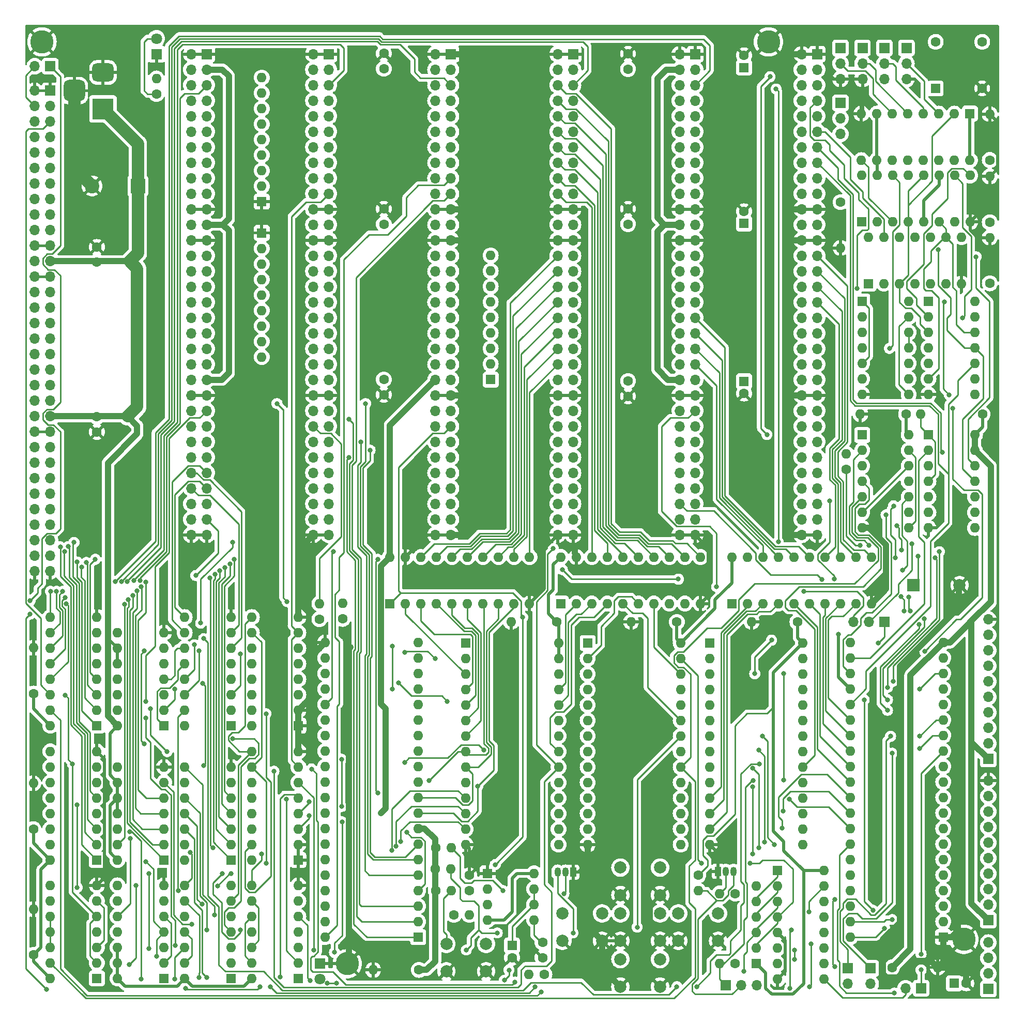
<source format=gbr>
%TF.GenerationSoftware,KiCad,Pcbnew,(7.0.0)*%
%TF.CreationDate,2023-04-03T18:31:55+02:00*%
%TF.ProjectId,EXP6502,45585036-3530-4322-9e6b-696361645f70,rev?*%
%TF.SameCoordinates,Original*%
%TF.FileFunction,Copper,L2,Bot*%
%TF.FilePolarity,Positive*%
%FSLAX46Y46*%
G04 Gerber Fmt 4.6, Leading zero omitted, Abs format (unit mm)*
G04 Created by KiCad (PCBNEW (7.0.0)) date 2023-04-03 18:31:55*
%MOMM*%
%LPD*%
G01*
G04 APERTURE LIST*
G04 Aperture macros list*
%AMRoundRect*
0 Rectangle with rounded corners*
0 $1 Rounding radius*
0 $2 $3 $4 $5 $6 $7 $8 $9 X,Y pos of 4 corners*
0 Add a 4 corners polygon primitive as box body*
4,1,4,$2,$3,$4,$5,$6,$7,$8,$9,$2,$3,0*
0 Add four circle primitives for the rounded corners*
1,1,$1+$1,$2,$3*
1,1,$1+$1,$4,$5*
1,1,$1+$1,$6,$7*
1,1,$1+$1,$8,$9*
0 Add four rect primitives between the rounded corners*
20,1,$1+$1,$2,$3,$4,$5,0*
20,1,$1+$1,$4,$5,$6,$7,0*
20,1,$1+$1,$6,$7,$8,$9,0*
20,1,$1+$1,$8,$9,$2,$3,0*%
G04 Aperture macros list end*
%TA.AperFunction,ComponentPad*%
%ADD10C,1.600000*%
%TD*%
%TA.AperFunction,ComponentPad*%
%ADD11O,1.600000X1.600000*%
%TD*%
%TA.AperFunction,ComponentPad*%
%ADD12R,1.600000X1.600000*%
%TD*%
%TA.AperFunction,ComponentPad*%
%ADD13R,1.700000X1.700000*%
%TD*%
%TA.AperFunction,ComponentPad*%
%ADD14O,1.700000X1.700000*%
%TD*%
%TA.AperFunction,ComponentPad*%
%ADD15C,3.800000*%
%TD*%
%TA.AperFunction,ComponentPad*%
%ADD16R,1.050000X1.500000*%
%TD*%
%TA.AperFunction,ComponentPad*%
%ADD17O,1.050000X1.500000*%
%TD*%
%TA.AperFunction,ComponentPad*%
%ADD18C,2.000000*%
%TD*%
%TA.AperFunction,ComponentPad*%
%ADD19R,2.000000X2.000000*%
%TD*%
%TA.AperFunction,ComponentPad*%
%ADD20R,1.800000X1.800000*%
%TD*%
%TA.AperFunction,ComponentPad*%
%ADD21C,1.800000*%
%TD*%
%TA.AperFunction,ComponentPad*%
%ADD22R,3.500000X3.500000*%
%TD*%
%TA.AperFunction,ComponentPad*%
%ADD23RoundRect,0.750000X-1.000000X0.750000X-1.000000X-0.750000X1.000000X-0.750000X1.000000X0.750000X0*%
%TD*%
%TA.AperFunction,ComponentPad*%
%ADD24RoundRect,0.875000X-0.875000X0.875000X-0.875000X-0.875000X0.875000X-0.875000X0.875000X0.875000X0*%
%TD*%
%TA.AperFunction,ComponentPad*%
%ADD25R,2.400000X2.400000*%
%TD*%
%TA.AperFunction,ComponentPad*%
%ADD26C,2.400000*%
%TD*%
%TA.AperFunction,ViaPad*%
%ADD27C,1.000000*%
%TD*%
%TA.AperFunction,ViaPad*%
%ADD28C,0.800000*%
%TD*%
%TA.AperFunction,Conductor*%
%ADD29C,0.500000*%
%TD*%
%TA.AperFunction,Conductor*%
%ADD30C,1.000000*%
%TD*%
%TA.AperFunction,Conductor*%
%ADD31C,0.250000*%
%TD*%
%TA.AperFunction,Conductor*%
%ADD32C,2.000000*%
%TD*%
G04 APERTURE END LIST*
D10*
%TO.P,R2,1*%
%TO.N,Net-(D2-A)*%
X21750000Y-11545000D03*
D11*
%TO.P,R2,2*%
%TO.N,VDD*%
X21749999Y-9004999D03*
%TD*%
D12*
%TO.P,U15,1*%
%TO.N,A1*%
X22999999Y-136999999D03*
D11*
%TO.P,U15,2*%
%TO.N,A2*%
X22999999Y-134459999D03*
%TO.P,U15,3*%
%TO.N,A3*%
X22999999Y-131919999D03*
%TO.P,U15,4*%
%TO.N,A4*%
X22999999Y-129379999D03*
%TO.P,U15,5*%
%TO.N,A5*%
X22999999Y-126839999D03*
%TO.P,U15,6*%
%TO.N,Net-(U12-Pad4)*%
X22999999Y-124299999D03*
%TO.P,U15,7,GND*%
%TO.N,GND*%
X22999999Y-121759999D03*
%TO.P,U15,8*%
%TO.N,unconnected-(U15-Pad8)*%
X15379999Y-121759999D03*
%TO.P,U15,9*%
%TO.N,VDD*%
X15379999Y-124299999D03*
%TO.P,U15,10*%
X15379999Y-126839999D03*
%TO.P,U15,11*%
X15379999Y-129379999D03*
%TO.P,U15,12*%
%TO.N,Net-(U12-Pad5)*%
X15379999Y-131919999D03*
%TO.P,U15,13*%
%TO.N,A0*%
X15379999Y-134459999D03*
%TO.P,U15,14,VCC*%
%TO.N,VDD*%
X15379999Y-136999999D03*
%TD*%
D13*
%TO.P,J11,1,Pin_1*%
%TO.N,WTFTB*%
X4364999Y-6999999D03*
D14*
%TO.P,J11,2,Pin_2*%
%TO.N,VDD*%
X1824999Y-6999999D03*
%TD*%
D12*
%TO.P,U5,1,A14*%
%TO.N,A14*%
X112384999Y-101459999D03*
D11*
%TO.P,U5,2,A12*%
%TO.N,A12*%
X112384999Y-103999999D03*
%TO.P,U5,3,A7*%
%TO.N,A7*%
X112384999Y-106539999D03*
%TO.P,U5,4,A6*%
%TO.N,A6*%
X112384999Y-109079999D03*
%TO.P,U5,5,A5*%
%TO.N,A5*%
X112384999Y-111619999D03*
%TO.P,U5,6,A4*%
%TO.N,A4*%
X112384999Y-114159999D03*
%TO.P,U5,7,A3*%
%TO.N,A3*%
X112384999Y-116699999D03*
%TO.P,U5,8,A2*%
%TO.N,A2*%
X112384999Y-119239999D03*
%TO.P,U5,9,A1*%
%TO.N,A1*%
X112384999Y-121779999D03*
%TO.P,U5,10,A0*%
%TO.N,A0*%
X112384999Y-124319999D03*
%TO.P,U5,11,Q0*%
%TO.N,D0*%
X112384999Y-126859999D03*
%TO.P,U5,12,Q1*%
%TO.N,D1*%
X112384999Y-129399999D03*
%TO.P,U5,13,Q2*%
%TO.N,D2*%
X112384999Y-131939999D03*
%TO.P,U5,14,GND*%
%TO.N,GND*%
X112384999Y-134479999D03*
%TO.P,U5,15,Q3*%
%TO.N,D3*%
X127624999Y-134479999D03*
%TO.P,U5,16,Q4*%
%TO.N,D4*%
X127624999Y-131939999D03*
%TO.P,U5,17,Q5*%
%TO.N,D5*%
X127624999Y-129399999D03*
%TO.P,U5,18,Q6*%
%TO.N,D6*%
X127624999Y-126859999D03*
%TO.P,U5,19,Q7*%
%TO.N,D7*%
X127624999Y-124319999D03*
%TO.P,U5,20,~{CS}*%
%TO.N,HIRAMB*%
X127624999Y-121779999D03*
%TO.P,U5,21,A10*%
%TO.N,A10*%
X127624999Y-119239999D03*
%TO.P,U5,22,~{OE}*%
%TO.N,RWB*%
X127624999Y-116699999D03*
%TO.P,U5,23,A11*%
%TO.N,A11*%
X127624999Y-114159999D03*
%TO.P,U5,24,A9*%
%TO.N,A9*%
X127624999Y-111619999D03*
%TO.P,U5,25,A8*%
%TO.N,A8*%
X127624999Y-109079999D03*
%TO.P,U5,26,A13*%
%TO.N,A13*%
X127624999Y-106539999D03*
%TO.P,U5,27,~{WE}*%
%TO.N,WRAMB*%
X127624999Y-103999999D03*
%TO.P,U5,28,VCC*%
%TO.N,VDD*%
X127624999Y-101459999D03*
%TD*%
D12*
%TO.P,U3,1,A14*%
%TO.N,A14*%
X72384999Y-101459999D03*
D11*
%TO.P,U3,2,A12*%
%TO.N,A12*%
X72384999Y-103999999D03*
%TO.P,U3,3,A7*%
%TO.N,A7*%
X72384999Y-106539999D03*
%TO.P,U3,4,A6*%
%TO.N,A6*%
X72384999Y-109079999D03*
%TO.P,U3,5,A5*%
%TO.N,A5*%
X72384999Y-111619999D03*
%TO.P,U3,6,A4*%
%TO.N,A4*%
X72384999Y-114159999D03*
%TO.P,U3,7,A3*%
%TO.N,A3*%
X72384999Y-116699999D03*
%TO.P,U3,8,A2*%
%TO.N,A2*%
X72384999Y-119239999D03*
%TO.P,U3,9,A1*%
%TO.N,A1*%
X72384999Y-121779999D03*
%TO.P,U3,10,A0*%
%TO.N,A0*%
X72384999Y-124319999D03*
%TO.P,U3,11,D0*%
%TO.N,D0*%
X72384999Y-126859999D03*
%TO.P,U3,12,D1*%
%TO.N,D1*%
X72384999Y-129399999D03*
%TO.P,U3,13,D2*%
%TO.N,D2*%
X72384999Y-131939999D03*
%TO.P,U3,14,GND*%
%TO.N,GND*%
X72384999Y-134479999D03*
%TO.P,U3,15,D3*%
%TO.N,D3*%
X87624999Y-134479999D03*
%TO.P,U3,16,D4*%
%TO.N,D4*%
X87624999Y-131939999D03*
%TO.P,U3,17,D5*%
%TO.N,D5*%
X87624999Y-129399999D03*
%TO.P,U3,18,D6*%
%TO.N,D6*%
X87624999Y-126859999D03*
%TO.P,U3,19,D7*%
%TO.N,D7*%
X87624999Y-124319999D03*
%TO.P,U3,20,~{CS}*%
%TO.N,ROMB*%
X87624999Y-121779999D03*
%TO.P,U3,21,A10*%
%TO.N,A10*%
X87624999Y-119239999D03*
%TO.P,U3,22,~{OE}*%
%TO.N,RWB*%
X87624999Y-116699999D03*
%TO.P,U3,23,A11*%
%TO.N,A11*%
X87624999Y-114159999D03*
%TO.P,U3,24,A9*%
%TO.N,A9*%
X87624999Y-111619999D03*
%TO.P,U3,25,A8*%
%TO.N,A8*%
X87624999Y-109079999D03*
%TO.P,U3,26,A13*%
%TO.N,A13*%
X87624999Y-106539999D03*
%TO.P,U3,27,~{WE}*%
%TO.N,VDD*%
X87624999Y-103999999D03*
%TO.P,U3,28,VCC*%
X87624999Y-101459999D03*
%TD*%
D13*
%TO.P,J4,1,Pin_1*%
%TO.N,GND*%
X69999999Y-4999999D03*
D14*
%TO.P,J4,2,Pin_2*%
X67459999Y-4999999D03*
%TO.P,J4,3,Pin_3*%
%TO.N,VDD*%
X69999999Y-7539999D03*
%TO.P,J4,4,Pin_4*%
X67459999Y-7539999D03*
%TO.P,J4,5,Pin_5*%
%TO.N,IO4B*%
X69999999Y-10079999D03*
%TO.P,J4,6,Pin_6*%
%TO.N,AE15*%
X67459999Y-10079999D03*
%TO.P,J4,7,Pin_7*%
%TO.N,CLKOSC*%
X69999999Y-12619999D03*
%TO.P,J4,8,Pin_8*%
%TO.N,AE14*%
X67459999Y-12619999D03*
%TO.P,J4,9,Pin_9*%
%TO.N,IOHB*%
X69999999Y-15159999D03*
%TO.P,J4,10,Pin_10*%
%TO.N,AE13*%
X67459999Y-15159999D03*
%TO.P,J4,11,Pin_11*%
%TO.N,CLKDIV*%
X69999999Y-17699999D03*
%TO.P,J4,12,Pin_12*%
%TO.N,AE12*%
X67459999Y-17699999D03*
%TO.P,J4,13,Pin_13*%
%TO.N,RW*%
X69999999Y-20239999D03*
%TO.P,J4,14,Pin_14*%
%TO.N,AE11*%
X67459999Y-20239999D03*
%TO.P,J4,15,Pin_15*%
%TO.N,PHI2*%
X69999999Y-22779999D03*
%TO.P,J4,16,Pin_16*%
%TO.N,AE10*%
X67459999Y-22779999D03*
%TO.P,J4,17,Pin_17*%
%TO.N,RSTB*%
X69999999Y-25319999D03*
%TO.P,J4,18,Pin_18*%
%TO.N,AE9*%
X67459999Y-25319999D03*
%TO.P,J4,19,Pin_19*%
%TO.N,PHI1*%
X69999999Y-27859999D03*
%TO.P,J4,20,Pin_20*%
%TO.N,AE8*%
X67459999Y-27859999D03*
%TO.P,J4,21,Pin_21*%
%TO.N,GND*%
X69999999Y-30399999D03*
%TO.P,J4,22,Pin_22*%
X67459999Y-30399999D03*
%TO.P,J4,23,Pin_23*%
%TO.N,VDD*%
X69999999Y-32939999D03*
%TO.P,J4,24,Pin_24*%
X67459999Y-32939999D03*
%TO.P,J4,25,Pin_25*%
%TO.N,GND*%
X69999999Y-35479999D03*
%TO.P,J4,26,Pin_26*%
X67459999Y-35479999D03*
%TO.P,J4,27,Pin_27*%
%TO.N,DE7*%
X69999999Y-38019999D03*
%TO.P,J4,28,Pin_28*%
%TO.N,AE7*%
X67459999Y-38019999D03*
%TO.P,J4,29,Pin_29*%
%TO.N,DE6*%
X69999999Y-40559999D03*
%TO.P,J4,30,Pin_30*%
%TO.N,AE6*%
X67459999Y-40559999D03*
%TO.P,J4,31,Pin_31*%
%TO.N,DE5*%
X69999999Y-43099999D03*
%TO.P,J4,32,Pin_32*%
%TO.N,AE5*%
X67459999Y-43099999D03*
%TO.P,J4,33,Pin_33*%
%TO.N,DE4*%
X69999999Y-45639999D03*
%TO.P,J4,34,Pin_34*%
%TO.N,AE4*%
X67459999Y-45639999D03*
%TO.P,J4,35,Pin_35*%
%TO.N,DE3*%
X69999999Y-48179999D03*
%TO.P,J4,36,Pin_36*%
%TO.N,AE3*%
X67459999Y-48179999D03*
%TO.P,J4,37,Pin_37*%
%TO.N,DE2*%
X69999999Y-50719999D03*
%TO.P,J4,38,Pin_38*%
%TO.N,AE2*%
X67459999Y-50719999D03*
%TO.P,J4,39,Pin_39*%
%TO.N,DE1*%
X69999999Y-53259999D03*
%TO.P,J4,40,Pin_40*%
%TO.N,AE1*%
X67459999Y-53259999D03*
%TO.P,J4,41,Pin_41*%
%TO.N,DE0*%
X69999999Y-55799999D03*
%TO.P,J4,42,Pin_42*%
%TO.N,AE0*%
X67459999Y-55799999D03*
%TO.P,J4,43,Pin_43*%
%TO.N,VDD*%
X69999999Y-58339999D03*
%TO.P,J4,44,Pin_44*%
X67459999Y-58339999D03*
%TO.P,J4,45,Pin_45*%
%TO.N,GND*%
X69999999Y-60879999D03*
%TO.P,J4,46,Pin_46*%
X67459999Y-60879999D03*
%TO.P,J4,47,Pin_47*%
%TO.N,IRQEXTB*%
X69999999Y-63419999D03*
%TO.P,J4,48,Pin_48*%
%TO.N,NMIB*%
X67459999Y-63419999D03*
%TO.P,J4,49,Pin_49*%
%TO.N,EXTCTLB*%
X69999999Y-65959999D03*
%TO.P,J4,50,Pin_50*%
%TO.N,RDY*%
X67459999Y-65959999D03*
%TO.P,J4,51,Pin_51*%
%TO.N,MLB*%
X69999999Y-68499999D03*
%TO.P,J4,52,Pin_52*%
%TO.N,EXTCLK*%
X67459999Y-68499999D03*
%TO.P,J4,53,Pin_53*%
%TO.N,VPB*%
X69999999Y-71039999D03*
%TO.P,J4,54,Pin_54*%
%TO.N,SYNC*%
X67459999Y-71039999D03*
%TO.P,J4,55,Pin_55*%
%TO.N,EXTH0B*%
X69999999Y-73579999D03*
%TO.P,J4,56,Pin_56*%
%TO.N,EXTL0B*%
X67459999Y-73579999D03*
%TO.P,J4,57,Pin_57*%
%TO.N,EXTH1B*%
X69999999Y-76119999D03*
%TO.P,J4,58,Pin_58*%
%TO.N,EXTL1B*%
X67459999Y-76119999D03*
%TO.P,J4,59,Pin_59*%
%TO.N,CA2*%
X69999999Y-78659999D03*
%TO.P,J4,60,Pin_60*%
%TO.N,CA1*%
X67459999Y-78659999D03*
%TO.P,J4,61,Pin_61*%
%TO.N,CB2*%
X69999999Y-81199999D03*
%TO.P,J4,62,Pin_62*%
%TO.N,CB1*%
X67459999Y-81199999D03*
%TO.P,J4,63,Pin_63*%
%TO.N,GND*%
X69999999Y-83739999D03*
%TO.P,J4,64,Pin_64*%
X67459999Y-83739999D03*
%TD*%
D13*
%TO.P,J6,1,Pin_1*%
%TO.N,GND*%
X109999999Y-4999999D03*
D14*
%TO.P,J6,2,Pin_2*%
X107459999Y-4999999D03*
%TO.P,J6,3,Pin_3*%
%TO.N,VDD*%
X109999999Y-7539999D03*
%TO.P,J6,4,Pin_4*%
X107459999Y-7539999D03*
%TO.P,J6,5,Pin_5*%
%TO.N,IO6B*%
X109999999Y-10079999D03*
%TO.P,J6,6,Pin_6*%
%TO.N,AE15*%
X107459999Y-10079999D03*
%TO.P,J6,7,Pin_7*%
%TO.N,CLKOSC*%
X109999999Y-12619999D03*
%TO.P,J6,8,Pin_8*%
%TO.N,AE14*%
X107459999Y-12619999D03*
%TO.P,J6,9,Pin_9*%
%TO.N,IOHB*%
X109999999Y-15159999D03*
%TO.P,J6,10,Pin_10*%
%TO.N,AE13*%
X107459999Y-15159999D03*
%TO.P,J6,11,Pin_11*%
%TO.N,CLKDIV*%
X109999999Y-17699999D03*
%TO.P,J6,12,Pin_12*%
%TO.N,AE12*%
X107459999Y-17699999D03*
%TO.P,J6,13,Pin_13*%
%TO.N,RW*%
X109999999Y-20239999D03*
%TO.P,J6,14,Pin_14*%
%TO.N,AE11*%
X107459999Y-20239999D03*
%TO.P,J6,15,Pin_15*%
%TO.N,PHI2*%
X109999999Y-22779999D03*
%TO.P,J6,16,Pin_16*%
%TO.N,AE10*%
X107459999Y-22779999D03*
%TO.P,J6,17,Pin_17*%
%TO.N,RSTB*%
X109999999Y-25319999D03*
%TO.P,J6,18,Pin_18*%
%TO.N,AE9*%
X107459999Y-25319999D03*
%TO.P,J6,19,Pin_19*%
%TO.N,PHI1*%
X109999999Y-27859999D03*
%TO.P,J6,20,Pin_20*%
%TO.N,AE8*%
X107459999Y-27859999D03*
%TO.P,J6,21,Pin_21*%
%TO.N,GND*%
X109999999Y-30399999D03*
%TO.P,J6,22,Pin_22*%
X107459999Y-30399999D03*
%TO.P,J6,23,Pin_23*%
%TO.N,VDD*%
X109999999Y-32939999D03*
%TO.P,J6,24,Pin_24*%
X107459999Y-32939999D03*
%TO.P,J6,25,Pin_25*%
%TO.N,GND*%
X109999999Y-35479999D03*
%TO.P,J6,26,Pin_26*%
X107459999Y-35479999D03*
%TO.P,J6,27,Pin_27*%
%TO.N,DE7*%
X109999999Y-38019999D03*
%TO.P,J6,28,Pin_28*%
%TO.N,AE7*%
X107459999Y-38019999D03*
%TO.P,J6,29,Pin_29*%
%TO.N,DE6*%
X109999999Y-40559999D03*
%TO.P,J6,30,Pin_30*%
%TO.N,AE6*%
X107459999Y-40559999D03*
%TO.P,J6,31,Pin_31*%
%TO.N,DE5*%
X109999999Y-43099999D03*
%TO.P,J6,32,Pin_32*%
%TO.N,AE5*%
X107459999Y-43099999D03*
%TO.P,J6,33,Pin_33*%
%TO.N,DE4*%
X109999999Y-45639999D03*
%TO.P,J6,34,Pin_34*%
%TO.N,AE4*%
X107459999Y-45639999D03*
%TO.P,J6,35,Pin_35*%
%TO.N,DE3*%
X109999999Y-48179999D03*
%TO.P,J6,36,Pin_36*%
%TO.N,AE3*%
X107459999Y-48179999D03*
%TO.P,J6,37,Pin_37*%
%TO.N,DE2*%
X109999999Y-50719999D03*
%TO.P,J6,38,Pin_38*%
%TO.N,AE2*%
X107459999Y-50719999D03*
%TO.P,J6,39,Pin_39*%
%TO.N,DE1*%
X109999999Y-53259999D03*
%TO.P,J6,40,Pin_40*%
%TO.N,AE1*%
X107459999Y-53259999D03*
%TO.P,J6,41,Pin_41*%
%TO.N,DE0*%
X109999999Y-55799999D03*
%TO.P,J6,42,Pin_42*%
%TO.N,AE0*%
X107459999Y-55799999D03*
%TO.P,J6,43,Pin_43*%
%TO.N,VDD*%
X109999999Y-58339999D03*
%TO.P,J6,44,Pin_44*%
X107459999Y-58339999D03*
%TO.P,J6,45,Pin_45*%
%TO.N,GND*%
X109999999Y-60879999D03*
%TO.P,J6,46,Pin_46*%
X107459999Y-60879999D03*
%TO.P,J6,47,Pin_47*%
%TO.N,IRQEXTB*%
X109999999Y-63419999D03*
%TO.P,J6,48,Pin_48*%
%TO.N,NMIB*%
X107459999Y-63419999D03*
%TO.P,J6,49,Pin_49*%
%TO.N,EXTCTLB*%
X109999999Y-65959999D03*
%TO.P,J6,50,Pin_50*%
%TO.N,RDY*%
X107459999Y-65959999D03*
%TO.P,J6,51,Pin_51*%
%TO.N,MLB*%
X109999999Y-68499999D03*
%TO.P,J6,52,Pin_52*%
%TO.N,EXTCLK*%
X107459999Y-68499999D03*
%TO.P,J6,53,Pin_53*%
%TO.N,VPB*%
X109999999Y-71039999D03*
%TO.P,J6,54,Pin_54*%
%TO.N,SYNC*%
X107459999Y-71039999D03*
%TO.P,J6,55,Pin_55*%
%TO.N,EXTH0B*%
X109999999Y-73579999D03*
%TO.P,J6,56,Pin_56*%
%TO.N,EXTL0B*%
X107459999Y-73579999D03*
%TO.P,J6,57,Pin_57*%
%TO.N,EXTH1B*%
X109999999Y-76119999D03*
%TO.P,J6,58,Pin_58*%
%TO.N,EXTL1B*%
X107459999Y-76119999D03*
%TO.P,J6,59,Pin_59*%
%TO.N,CA2*%
X109999999Y-78659999D03*
%TO.P,J6,60,Pin_60*%
%TO.N,CA1*%
X107459999Y-78659999D03*
%TO.P,J6,61,Pin_61*%
%TO.N,CB2*%
X109999999Y-81199999D03*
%TO.P,J6,62,Pin_62*%
%TO.N,CB1*%
X107459999Y-81199999D03*
%TO.P,J6,63,Pin_63*%
%TO.N,GND*%
X109999999Y-83739999D03*
%TO.P,J6,64,Pin_64*%
X107459999Y-83739999D03*
%TD*%
D12*
%TO.P,U11,1*%
%TO.N,A14*%
X33999999Y-156399999D03*
D11*
%TO.P,U11,2*%
%TO.N,Net-(U11-Pad2)*%
X33999999Y-153859999D03*
%TO.P,U11,3*%
%TO.N,/AddressDecoding/RIO*%
X33999999Y-151319999D03*
%TO.P,U11,4*%
%TO.N,Net-(U7-E3)*%
X33999999Y-148779999D03*
%TO.P,U11,5*%
%TO.N,Net-(U11-Pad5)*%
X33999999Y-146239999D03*
%TO.P,U11,6*%
%TO.N,/AddressDecoding/CTLREGB*%
X33999999Y-143699999D03*
%TO.P,U11,7,GND*%
%TO.N,GND*%
X33999999Y-141159999D03*
%TO.P,U11,8*%
%TO.N,Net-(U16-Mr)*%
X26379999Y-141159999D03*
%TO.P,U11,9*%
%TO.N,RSTB*%
X26379999Y-143699999D03*
%TO.P,U11,10*%
%TO.N,Net-(U11-Pad10)*%
X26379999Y-146239999D03*
%TO.P,U11,11*%
%TO.N,RW*%
X26379999Y-148779999D03*
%TO.P,U11,12*%
%TO.N,RWB*%
X26379999Y-151319999D03*
%TO.P,U11,13*%
%TO.N,RW*%
X26379999Y-153859999D03*
%TO.P,U11,14,VCC*%
%TO.N,VDD*%
X26379999Y-156399999D03*
%TD*%
D12*
%TO.P,U1,1,~{VP}*%
%TO.N,VPB*%
X64624999Y-149639999D03*
D11*
%TO.P,U1,2,RDY*%
%TO.N,RDY*%
X64624999Y-147099999D03*
%TO.P,U1,3,\u03D51*%
%TO.N,PHI1*%
X64624999Y-144559999D03*
%TO.P,U1,4,~{IRQ}*%
%TO.N,IRQB*%
X64624999Y-142019999D03*
%TO.P,U1,5,~{ML}*%
%TO.N,MLB*%
X64624999Y-139479999D03*
%TO.P,U1,6,~{NMI}*%
%TO.N,NMIB*%
X64624999Y-136939999D03*
%TO.P,U1,7,SYNC*%
%TO.N,SYNC*%
X64624999Y-134399999D03*
%TO.P,U1,8,VDD*%
%TO.N,VDD*%
X64624999Y-131859999D03*
%TO.P,U1,9,A0*%
%TO.N,A0*%
X64624999Y-129319999D03*
%TO.P,U1,10,A1*%
%TO.N,A1*%
X64624999Y-126779999D03*
%TO.P,U1,11,A2*%
%TO.N,A2*%
X64624999Y-124239999D03*
%TO.P,U1,12,A3*%
%TO.N,A3*%
X64624999Y-121699999D03*
%TO.P,U1,13,A4*%
%TO.N,A4*%
X64624999Y-119159999D03*
%TO.P,U1,14,A5*%
%TO.N,A5*%
X64624999Y-116619999D03*
%TO.P,U1,15,A6*%
%TO.N,A6*%
X64624999Y-114079999D03*
%TO.P,U1,16,A7*%
%TO.N,A7*%
X64624999Y-111539999D03*
%TO.P,U1,17,A8*%
%TO.N,A8*%
X64624999Y-108999999D03*
%TO.P,U1,18,A9*%
%TO.N,A9*%
X64624999Y-106459999D03*
%TO.P,U1,19,A10*%
%TO.N,A10*%
X64624999Y-103919999D03*
%TO.P,U1,20,A11*%
%TO.N,A11*%
X64624999Y-101379999D03*
%TO.P,U1,21,VSS*%
%TO.N,GND*%
X49384999Y-101379999D03*
%TO.P,U1,22,A12*%
%TO.N,A12*%
X49384999Y-103919999D03*
%TO.P,U1,23,A13*%
%TO.N,A13*%
X49384999Y-106459999D03*
%TO.P,U1,24,A14*%
%TO.N,A14*%
X49384999Y-108999999D03*
%TO.P,U1,25,A15*%
%TO.N,A15*%
X49384999Y-111539999D03*
%TO.P,U1,26,D7*%
%TO.N,D7*%
X49384999Y-114079999D03*
%TO.P,U1,27,D6*%
%TO.N,D6*%
X49384999Y-116619999D03*
%TO.P,U1,28,D5*%
%TO.N,D5*%
X49384999Y-119159999D03*
%TO.P,U1,29,D4*%
%TO.N,D4*%
X49384999Y-121699999D03*
%TO.P,U1,30,D3*%
%TO.N,D3*%
X49384999Y-124239999D03*
%TO.P,U1,31,D2*%
%TO.N,D2*%
X49384999Y-126779999D03*
%TO.P,U1,32,D1*%
%TO.N,D1*%
X49384999Y-129319999D03*
%TO.P,U1,33,D0*%
%TO.N,D0*%
X49384999Y-131859999D03*
%TO.P,U1,34,R/~{W}*%
%TO.N,RW*%
X49384999Y-134399999D03*
%TO.P,U1,35,nc*%
%TO.N,unconnected-(U1-nc-Pad35)*%
X49384999Y-136939999D03*
%TO.P,U1,36,BE*%
%TO.N,EXTCTLB*%
X49384999Y-139479999D03*
%TO.P,U1,37,\u03D50*%
%TO.N,PHI2*%
X49384999Y-142019999D03*
%TO.P,U1,38,~{SO}*%
%TO.N,unconnected-(U1-~{SO}-Pad38)*%
X49384999Y-144559999D03*
%TO.P,U1,39,\u03D52*%
%TO.N,unconnected-(U1-\u03D52-Pad39)*%
X49384999Y-147099999D03*
%TO.P,U1,40,~{RES}*%
%TO.N,RSTB*%
X49384999Y-149639999D03*
%TD*%
D10*
%TO.P,R5,1*%
%TO.N,Net-(LS1-Pad1)*%
X134750000Y-73040000D03*
D11*
%TO.P,R5,2*%
%TO.N,Net-(R5-Pad2)*%
X134749999Y-70499999D03*
%TD*%
D12*
%TO.P,U29,1,I4*%
%TO.N,Net-(RN1-R4)*%
X123499999Y-138759999D03*
D11*
%TO.P,U29,2,I5*%
%TO.N,Net-(RN1-R3)*%
X123499999Y-141299999D03*
%TO.P,U29,3,I6*%
%TO.N,Net-(RN1-R2)*%
X123499999Y-143839999D03*
%TO.P,U29,4,I7*%
%TO.N,Net-(RN1-R1)*%
X123499999Y-146379999D03*
%TO.P,U29,5,EI*%
%TO.N,GND*%
X123499999Y-148919999D03*
%TO.P,U29,6,S2*%
%TO.N,Net-(JP6-B)*%
X123499999Y-151459999D03*
%TO.P,U29,7,S1*%
%TO.N,Net-(JP5-B)*%
X123499999Y-153999999D03*
%TO.P,U29,8,GND*%
%TO.N,GND*%
X123499999Y-156539999D03*
%TO.P,U29,9,S0*%
%TO.N,Net-(JP4-B)*%
X131119999Y-156539999D03*
%TO.P,U29,10,IO*%
%TO.N,unconnected-(U29-IO-Pad10)*%
X131119999Y-153999999D03*
%TO.P,U29,11,I1*%
%TO.N,unconnected-(U29-I1-Pad11)*%
X131119999Y-151459999D03*
%TO.P,U29,12,I2*%
%TO.N,unconnected-(U29-I2-Pad12)*%
X131119999Y-148919999D03*
%TO.P,U29,13,I3*%
%TO.N,Net-(RN1-R5)*%
X131119999Y-146379999D03*
%TO.P,U29,14,GS*%
%TO.N,unconnected-(U29-GS-Pad14)*%
X131119999Y-143839999D03*
%TO.P,U29,15,EO*%
%TO.N,Net-(U29-EO)*%
X131119999Y-141299999D03*
%TO.P,U29,16,VCC*%
%TO.N,VDD*%
X131119999Y-138759999D03*
%TD*%
D12*
%TO.P,U2,1,VSS*%
%TO.N,GND*%
X150624999Y-149619999D03*
D11*
%TO.P,U2,2,PA0*%
%TO.N,Net-(J8-Pin_2)*%
X150624999Y-147079999D03*
%TO.P,U2,3,PA1*%
%TO.N,Net-(J8-Pin_3)*%
X150624999Y-144539999D03*
%TO.P,U2,4,PA2*%
%TO.N,Net-(J8-Pin_4)*%
X150624999Y-141999999D03*
%TO.P,U2,5,PA3*%
%TO.N,Net-(J8-Pin_5)*%
X150624999Y-139459999D03*
%TO.P,U2,6,PA4*%
%TO.N,Net-(J8-Pin_6)*%
X150624999Y-136919999D03*
%TO.P,U2,7,PA5*%
%TO.N,Net-(J8-Pin_7)*%
X150624999Y-134379999D03*
%TO.P,U2,8,PA6*%
%TO.N,Net-(J8-Pin_8)*%
X150624999Y-131839999D03*
%TO.P,U2,9,PA7*%
%TO.N,Net-(J8-Pin_9)*%
X150624999Y-129299999D03*
%TO.P,U2,10,PB0*%
%TO.N,Net-(J9-Pin_2)*%
X150624999Y-126759999D03*
%TO.P,U2,11,PB1*%
%TO.N,Net-(J9-Pin_3)*%
X150624999Y-124219999D03*
%TO.P,U2,12,PB2*%
%TO.N,Net-(J9-Pin_4)*%
X150624999Y-121679999D03*
%TO.P,U2,13,PB3*%
%TO.N,Net-(J9-Pin_5)*%
X150624999Y-119139999D03*
%TO.P,U2,14,PB4*%
%TO.N,Net-(J9-Pin_6)*%
X150624999Y-116599999D03*
%TO.P,U2,15,PB5*%
%TO.N,Net-(J9-Pin_7)*%
X150624999Y-114059999D03*
%TO.P,U2,16,PB6*%
%TO.N,Net-(J9-Pin_8)*%
X150624999Y-111519999D03*
%TO.P,U2,17,PB7*%
%TO.N,Net-(J9-Pin_9)*%
X150624999Y-108979999D03*
%TO.P,U2,18,CB1*%
%TO.N,CB1*%
X150624999Y-106439999D03*
%TO.P,U2,19,CB2*%
%TO.N,CB2*%
X150624999Y-103899999D03*
%TO.P,U2,20,VCC*%
%TO.N,VDD*%
X150624999Y-101359999D03*
%TO.P,U2,21,~{IRQ}*%
%TO.N,Net-(U2-~{IRQ})*%
X135384999Y-101359999D03*
%TO.P,U2,22,R/~{W}*%
%TO.N,RW*%
X135384999Y-103899999D03*
%TO.P,U2,23,~{CS2}*%
%TO.N,VIAB*%
X135384999Y-106439999D03*
%TO.P,U2,24,CS1*%
%TO.N,VDD*%
X135384999Y-108979999D03*
%TO.P,U2,25,\u03D52*%
%TO.N,PHI2*%
X135384999Y-111519999D03*
%TO.P,U2,26,D7*%
%TO.N,D7*%
X135384999Y-114059999D03*
%TO.P,U2,27,D6*%
%TO.N,D6*%
X135384999Y-116599999D03*
%TO.P,U2,28,D5*%
%TO.N,D5*%
X135384999Y-119139999D03*
%TO.P,U2,29,D4*%
%TO.N,D4*%
X135384999Y-121679999D03*
%TO.P,U2,30,D3*%
%TO.N,D3*%
X135384999Y-124219999D03*
%TO.P,U2,31,D2*%
%TO.N,D2*%
X135384999Y-126759999D03*
%TO.P,U2,32,D1*%
%TO.N,D1*%
X135384999Y-129299999D03*
%TO.P,U2,33,D0*%
%TO.N,D0*%
X135384999Y-131839999D03*
%TO.P,U2,34,~{RES}*%
%TO.N,RSTB*%
X135384999Y-134379999D03*
%TO.P,U2,35,RS3*%
%TO.N,A3*%
X135384999Y-136919999D03*
%TO.P,U2,36,RS2*%
%TO.N,A2*%
X135384999Y-139459999D03*
%TO.P,U2,37,RS1*%
%TO.N,A1*%
X135384999Y-141999999D03*
%TO.P,U2,38,RS0*%
%TO.N,A0*%
X135384999Y-144539999D03*
%TO.P,U2,39,CA2*%
%TO.N,CA2*%
X135384999Y-147079999D03*
%TO.P,U2,40,CA1*%
%TO.N,CA1*%
X135384999Y-149619999D03*
%TD*%
D10*
%TO.P,C25,1*%
%TO.N,VDD*%
X12000000Y-39100000D03*
%TO.P,C25,2*%
%TO.N,GND*%
X12000000Y-36600000D03*
%TD*%
D15*
%TO.P,H2,1,1*%
%TO.N,GND*%
X122000000Y-3000000D03*
%TD*%
D12*
%TO.P,U27,1*%
%TO.N,Net-(U27-Pad1)*%
X138374999Y-42599999D03*
D11*
%TO.P,U27,2*%
%TO.N,Net-(JP9-C)*%
X140914999Y-42599999D03*
%TO.P,U27,3*%
X143454999Y-42599999D03*
%TO.P,U27,4*%
%TO.N,CLKOSC*%
X145994999Y-42599999D03*
%TO.P,U27,5*%
%TO.N,Net-(U27-Pad1)*%
X148534999Y-42599999D03*
%TO.P,U27,6*%
X151074999Y-42599999D03*
%TO.P,U27,7,GND*%
%TO.N,GND*%
X153614999Y-42599999D03*
%TO.P,U27,8*%
%TO.N,Net-(U24A-Q)*%
X153614999Y-34979999D03*
%TO.P,U27,9*%
X151074999Y-34979999D03*
%TO.P,U27,10*%
%TO.N,Net-(U27-Pad10)*%
X148534999Y-34979999D03*
%TO.P,U27,11*%
X145994999Y-34979999D03*
%TO.P,U27,12*%
X143454999Y-34979999D03*
%TO.P,U27,13*%
%TO.N,CLKDIV*%
X140914999Y-34979999D03*
%TO.P,U27,14,VCC*%
%TO.N,VDD*%
X138374999Y-34979999D03*
%TD*%
D10*
%TO.P,C3,1*%
%TO.N,VDD*%
X87350000Y-98000000D03*
D11*
%TO.P,C3,2*%
%TO.N,GND*%
X79849999Y-97999999D03*
%TD*%
D10*
%TO.P,R13,1*%
%TO.N,VDD*%
X116545000Y-154000000D03*
D11*
%TO.P,R13,2*%
%TO.N,IRQEXTB*%
X114004999Y-153999999D03*
%TD*%
D10*
%TO.P,C8,1*%
%TO.N,VDD*%
X1600000Y-152550000D03*
D11*
%TO.P,C8,2*%
%TO.N,GND*%
X1599999Y-145049999D03*
%TD*%
D10*
%TO.P,R9,1*%
%TO.N,VDD*%
X67455000Y-138500000D03*
D11*
%TO.P,R9,2*%
%TO.N,RSTB*%
X69994999Y-138499999D03*
%TD*%
D13*
%TO.P,JP3,1,A*%
%TO.N,VDD*%
X133799999Y-3999999D03*
D14*
%TO.P,JP3,2,C*%
%TO.N,Net-(JP3-C)*%
X133799999Y-6539999D03*
%TO.P,JP3,3,B*%
%TO.N,GND*%
X133799999Y-9079999D03*
%TD*%
D10*
%TO.P,C21,1*%
%TO.N,VDD*%
X99000000Y-58550000D03*
%TO.P,C21,2*%
%TO.N,GND*%
X99000000Y-61050000D03*
%TD*%
D13*
%TO.P,J7,1,Pin_1*%
%TO.N,GND*%
X129999999Y-4999999D03*
D14*
%TO.P,J7,2,Pin_2*%
X127459999Y-4999999D03*
%TO.P,J7,3,Pin_3*%
%TO.N,VDD*%
X129999999Y-7539999D03*
%TO.P,J7,4,Pin_4*%
X127459999Y-7539999D03*
%TO.P,J7,5,Pin_5*%
%TO.N,IO7B*%
X129999999Y-10079999D03*
%TO.P,J7,6,Pin_6*%
%TO.N,AE15*%
X127459999Y-10079999D03*
%TO.P,J7,7,Pin_7*%
%TO.N,CLKOSC*%
X129999999Y-12619999D03*
%TO.P,J7,8,Pin_8*%
%TO.N,AE14*%
X127459999Y-12619999D03*
%TO.P,J7,9,Pin_9*%
%TO.N,IOHB*%
X129999999Y-15159999D03*
%TO.P,J7,10,Pin_10*%
%TO.N,AE13*%
X127459999Y-15159999D03*
%TO.P,J7,11,Pin_11*%
%TO.N,CLKDIV*%
X129999999Y-17699999D03*
%TO.P,J7,12,Pin_12*%
%TO.N,AE12*%
X127459999Y-17699999D03*
%TO.P,J7,13,Pin_13*%
%TO.N,RW*%
X129999999Y-20239999D03*
%TO.P,J7,14,Pin_14*%
%TO.N,AE11*%
X127459999Y-20239999D03*
%TO.P,J7,15,Pin_15*%
%TO.N,PHI2*%
X129999999Y-22779999D03*
%TO.P,J7,16,Pin_16*%
%TO.N,AE10*%
X127459999Y-22779999D03*
%TO.P,J7,17,Pin_17*%
%TO.N,RSTB*%
X129999999Y-25319999D03*
%TO.P,J7,18,Pin_18*%
%TO.N,AE9*%
X127459999Y-25319999D03*
%TO.P,J7,19,Pin_19*%
%TO.N,PHI1*%
X129999999Y-27859999D03*
%TO.P,J7,20,Pin_20*%
%TO.N,AE8*%
X127459999Y-27859999D03*
%TO.P,J7,21,Pin_21*%
%TO.N,GND*%
X129999999Y-30399999D03*
%TO.P,J7,22,Pin_22*%
X127459999Y-30399999D03*
%TO.P,J7,23,Pin_23*%
%TO.N,VDD*%
X129999999Y-32939999D03*
%TO.P,J7,24,Pin_24*%
X127459999Y-32939999D03*
%TO.P,J7,25,Pin_25*%
%TO.N,GND*%
X129999999Y-35479999D03*
%TO.P,J7,26,Pin_26*%
X127459999Y-35479999D03*
%TO.P,J7,27,Pin_27*%
%TO.N,DE7*%
X129999999Y-38019999D03*
%TO.P,J7,28,Pin_28*%
%TO.N,AE7*%
X127459999Y-38019999D03*
%TO.P,J7,29,Pin_29*%
%TO.N,DE6*%
X129999999Y-40559999D03*
%TO.P,J7,30,Pin_30*%
%TO.N,AE6*%
X127459999Y-40559999D03*
%TO.P,J7,31,Pin_31*%
%TO.N,DE5*%
X129999999Y-43099999D03*
%TO.P,J7,32,Pin_32*%
%TO.N,AE5*%
X127459999Y-43099999D03*
%TO.P,J7,33,Pin_33*%
%TO.N,DE4*%
X129999999Y-45639999D03*
%TO.P,J7,34,Pin_34*%
%TO.N,AE4*%
X127459999Y-45639999D03*
%TO.P,J7,35,Pin_35*%
%TO.N,DE3*%
X129999999Y-48179999D03*
%TO.P,J7,36,Pin_36*%
%TO.N,AE3*%
X127459999Y-48179999D03*
%TO.P,J7,37,Pin_37*%
%TO.N,DE2*%
X129999999Y-50719999D03*
%TO.P,J7,38,Pin_38*%
%TO.N,AE2*%
X127459999Y-50719999D03*
%TO.P,J7,39,Pin_39*%
%TO.N,DE1*%
X129999999Y-53259999D03*
%TO.P,J7,40,Pin_40*%
%TO.N,AE1*%
X127459999Y-53259999D03*
%TO.P,J7,41,Pin_41*%
%TO.N,DE0*%
X129999999Y-55799999D03*
%TO.P,J7,42,Pin_42*%
%TO.N,AE0*%
X127459999Y-55799999D03*
%TO.P,J7,43,Pin_43*%
%TO.N,VDD*%
X129999999Y-58339999D03*
%TO.P,J7,44,Pin_44*%
X127459999Y-58339999D03*
%TO.P,J7,45,Pin_45*%
%TO.N,GND*%
X129999999Y-60879999D03*
%TO.P,J7,46,Pin_46*%
X127459999Y-60879999D03*
%TO.P,J7,47,Pin_47*%
%TO.N,IRQEXTB*%
X129999999Y-63419999D03*
%TO.P,J7,48,Pin_48*%
%TO.N,NMIB*%
X127459999Y-63419999D03*
%TO.P,J7,49,Pin_49*%
%TO.N,EXTCTLB*%
X129999999Y-65959999D03*
%TO.P,J7,50,Pin_50*%
%TO.N,RDY*%
X127459999Y-65959999D03*
%TO.P,J7,51,Pin_51*%
%TO.N,MLB*%
X129999999Y-68499999D03*
%TO.P,J7,52,Pin_52*%
%TO.N,EXTCLK*%
X127459999Y-68499999D03*
%TO.P,J7,53,Pin_53*%
%TO.N,VPB*%
X129999999Y-71039999D03*
%TO.P,J7,54,Pin_54*%
%TO.N,SYNC*%
X127459999Y-71039999D03*
%TO.P,J7,55,Pin_55*%
%TO.N,EXTH0B*%
X129999999Y-73579999D03*
%TO.P,J7,56,Pin_56*%
%TO.N,EXTL0B*%
X127459999Y-73579999D03*
%TO.P,J7,57,Pin_57*%
%TO.N,EXTH1B*%
X129999999Y-76119999D03*
%TO.P,J7,58,Pin_58*%
%TO.N,EXTL1B*%
X127459999Y-76119999D03*
%TO.P,J7,59,Pin_59*%
%TO.N,CA2*%
X129999999Y-78659999D03*
%TO.P,J7,60,Pin_60*%
%TO.N,CA1*%
X127459999Y-78659999D03*
%TO.P,J7,61,Pin_61*%
%TO.N,CB2*%
X129999999Y-81199999D03*
%TO.P,J7,62,Pin_62*%
%TO.N,CB1*%
X127459999Y-81199999D03*
%TO.P,J7,63,Pin_63*%
%TO.N,GND*%
X129999999Y-83739999D03*
%TO.P,J7,64,Pin_64*%
X127459999Y-83739999D03*
%TD*%
D10*
%TO.P,R8,1*%
%TO.N,VDD*%
X67500000Y-135000000D03*
D11*
%TO.P,R8,2*%
%TO.N,Net-(U28-DIS)*%
X70039999Y-134999999D03*
%TD*%
D12*
%TO.P,C13,1*%
%TO.N,VDD*%
X152399999Y-157199999D03*
D10*
%TO.P,C13,2*%
%TO.N,GND*%
X154400000Y-157200000D03*
%TD*%
D12*
%TO.P,U25,1*%
%TO.N,Net-(U25-Pad1)*%
X148199999Y-45499999D03*
D11*
%TO.P,U25,2*%
%TO.N,Net-(U24B-~{Q})*%
X148199999Y-48039999D03*
%TO.P,U25,3*%
%TO.N,Net-(JP9-C)*%
X148199999Y-50579999D03*
%TO.P,U25,4*%
%TO.N,Net-(U25-Pad4)*%
X148199999Y-53119999D03*
%TO.P,U25,5*%
%TO.N,Net-(U24B-Q)*%
X148199999Y-55659999D03*
%TO.P,U25,6*%
%TO.N,Net-(U24A-Q)*%
X148199999Y-58199999D03*
%TO.P,U25,7,GND*%
%TO.N,GND*%
X148199999Y-60739999D03*
%TO.P,U25,8*%
%TO.N,Net-(U25-Pad1)*%
X155819999Y-60739999D03*
%TO.P,U25,9*%
%TO.N,Net-(U25-Pad4)*%
X155819999Y-58199999D03*
%TO.P,U25,10*%
%TO.N,PHI2*%
X155819999Y-55659999D03*
%TO.P,U25,11*%
%TO.N,Net-(U23-~{PE})*%
X155819999Y-53119999D03*
%TO.P,U25,12*%
%TO.N,Net-(U24A-Q)*%
X155819999Y-50579999D03*
%TO.P,U25,13*%
%TO.N,Net-(U25-Pad13)*%
X155819999Y-48039999D03*
%TO.P,U25,14,VCC*%
%TO.N,VDD*%
X155819999Y-45499999D03*
%TD*%
D12*
%TO.P,RN4,1,common*%
%TO.N,VDD*%
X76499999Y-58309999D03*
D11*
%TO.P,RN4,2,R1*%
%TO.N,DE0*%
X76499999Y-55769999D03*
%TO.P,RN4,3,R2*%
%TO.N,DE1*%
X76499999Y-53229999D03*
%TO.P,RN4,4,R3*%
%TO.N,DE2*%
X76499999Y-50689999D03*
%TO.P,RN4,5,R4*%
%TO.N,DE3*%
X76499999Y-48149999D03*
%TO.P,RN4,6,R5*%
%TO.N,DE4*%
X76499999Y-45609999D03*
%TO.P,RN4,7,R6*%
%TO.N,DE5*%
X76499999Y-43069999D03*
%TO.P,RN4,8,R7*%
%TO.N,DE6*%
X76499999Y-40529999D03*
%TO.P,RN4,9,R8*%
%TO.N,DE7*%
X76499999Y-37989999D03*
%TD*%
D12*
%TO.P,U19,1,A->B*%
%TO.N,EXTCTLB*%
X59999999Y-94999999D03*
D11*
%TO.P,U19,2,A0*%
%TO.N,A7*%
X62539999Y-94999999D03*
%TO.P,U19,3,A1*%
%TO.N,A6*%
X65079999Y-94999999D03*
%TO.P,U19,4,A2*%
%TO.N,A5*%
X67619999Y-94999999D03*
%TO.P,U19,5,A3*%
%TO.N,A4*%
X70159999Y-94999999D03*
%TO.P,U19,6,A4*%
%TO.N,A3*%
X72699999Y-94999999D03*
%TO.P,U19,7,A5*%
%TO.N,A2*%
X75239999Y-94999999D03*
%TO.P,U19,8,A6*%
%TO.N,A1*%
X77779999Y-94999999D03*
%TO.P,U19,9,A7*%
%TO.N,A0*%
X80319999Y-94999999D03*
%TO.P,U19,10,GND*%
%TO.N,GND*%
X82859999Y-94999999D03*
%TO.P,U19,11,B7*%
%TO.N,AE0*%
X82859999Y-87379999D03*
%TO.P,U19,12,B6*%
%TO.N,AE1*%
X80319999Y-87379999D03*
%TO.P,U19,13,B5*%
%TO.N,AE2*%
X77779999Y-87379999D03*
%TO.P,U19,14,B4*%
%TO.N,AE3*%
X75239999Y-87379999D03*
%TO.P,U19,15,B3*%
%TO.N,AE4*%
X72699999Y-87379999D03*
%TO.P,U19,16,B2*%
%TO.N,AE5*%
X70159999Y-87379999D03*
%TO.P,U19,17,B1*%
%TO.N,AE6*%
X67619999Y-87379999D03*
%TO.P,U19,18,B0*%
%TO.N,AE7*%
X65079999Y-87379999D03*
%TO.P,U19,19,CE*%
%TO.N,GND*%
X62539999Y-87379999D03*
%TO.P,U19,20,VCC*%
%TO.N,VDD*%
X59999999Y-87379999D03*
%TD*%
D13*
%TO.P,J2,1,Pin_1*%
%TO.N,GND*%
X29999999Y-4999999D03*
D14*
%TO.P,J2,2,Pin_2*%
X27459999Y-4999999D03*
%TO.P,J2,3,Pin_3*%
%TO.N,VDD*%
X29999999Y-7539999D03*
%TO.P,J2,4,Pin_4*%
X27459999Y-7539999D03*
%TO.P,J2,5,Pin_5*%
%TO.N,IO2B*%
X29999999Y-10079999D03*
%TO.P,J2,6,Pin_6*%
%TO.N,AE15*%
X27459999Y-10079999D03*
%TO.P,J2,7,Pin_7*%
%TO.N,CLKOSC*%
X29999999Y-12619999D03*
%TO.P,J2,8,Pin_8*%
%TO.N,AE14*%
X27459999Y-12619999D03*
%TO.P,J2,9,Pin_9*%
%TO.N,IOHB*%
X29999999Y-15159999D03*
%TO.P,J2,10,Pin_10*%
%TO.N,AE13*%
X27459999Y-15159999D03*
%TO.P,J2,11,Pin_11*%
%TO.N,CLKDIV*%
X29999999Y-17699999D03*
%TO.P,J2,12,Pin_12*%
%TO.N,AE12*%
X27459999Y-17699999D03*
%TO.P,J2,13,Pin_13*%
%TO.N,RW*%
X29999999Y-20239999D03*
%TO.P,J2,14,Pin_14*%
%TO.N,AE11*%
X27459999Y-20239999D03*
%TO.P,J2,15,Pin_15*%
%TO.N,PHI2*%
X29999999Y-22779999D03*
%TO.P,J2,16,Pin_16*%
%TO.N,AE10*%
X27459999Y-22779999D03*
%TO.P,J2,17,Pin_17*%
%TO.N,RSTB*%
X29999999Y-25319999D03*
%TO.P,J2,18,Pin_18*%
%TO.N,AE9*%
X27459999Y-25319999D03*
%TO.P,J2,19,Pin_19*%
%TO.N,PHI1*%
X29999999Y-27859999D03*
%TO.P,J2,20,Pin_20*%
%TO.N,AE8*%
X27459999Y-27859999D03*
%TO.P,J2,21,Pin_21*%
%TO.N,GND*%
X29999999Y-30399999D03*
%TO.P,J2,22,Pin_22*%
X27459999Y-30399999D03*
%TO.P,J2,23,Pin_23*%
%TO.N,VDD*%
X29999999Y-32939999D03*
%TO.P,J2,24,Pin_24*%
X27459999Y-32939999D03*
%TO.P,J2,25,Pin_25*%
%TO.N,GND*%
X29999999Y-35479999D03*
%TO.P,J2,26,Pin_26*%
X27459999Y-35479999D03*
%TO.P,J2,27,Pin_27*%
%TO.N,DE7*%
X29999999Y-38019999D03*
%TO.P,J2,28,Pin_28*%
%TO.N,AE7*%
X27459999Y-38019999D03*
%TO.P,J2,29,Pin_29*%
%TO.N,DE6*%
X29999999Y-40559999D03*
%TO.P,J2,30,Pin_30*%
%TO.N,AE6*%
X27459999Y-40559999D03*
%TO.P,J2,31,Pin_31*%
%TO.N,DE5*%
X29999999Y-43099999D03*
%TO.P,J2,32,Pin_32*%
%TO.N,AE5*%
X27459999Y-43099999D03*
%TO.P,J2,33,Pin_33*%
%TO.N,DE4*%
X29999999Y-45639999D03*
%TO.P,J2,34,Pin_34*%
%TO.N,AE4*%
X27459999Y-45639999D03*
%TO.P,J2,35,Pin_35*%
%TO.N,DE3*%
X29999999Y-48179999D03*
%TO.P,J2,36,Pin_36*%
%TO.N,AE3*%
X27459999Y-48179999D03*
%TO.P,J2,37,Pin_37*%
%TO.N,DE2*%
X29999999Y-50719999D03*
%TO.P,J2,38,Pin_38*%
%TO.N,AE2*%
X27459999Y-50719999D03*
%TO.P,J2,39,Pin_39*%
%TO.N,DE1*%
X29999999Y-53259999D03*
%TO.P,J2,40,Pin_40*%
%TO.N,AE1*%
X27459999Y-53259999D03*
%TO.P,J2,41,Pin_41*%
%TO.N,DE0*%
X29999999Y-55799999D03*
%TO.P,J2,42,Pin_42*%
%TO.N,AE0*%
X27459999Y-55799999D03*
%TO.P,J2,43,Pin_43*%
%TO.N,VDD*%
X29999999Y-58339999D03*
%TO.P,J2,44,Pin_44*%
X27459999Y-58339999D03*
%TO.P,J2,45,Pin_45*%
%TO.N,GND*%
X29999999Y-60879999D03*
%TO.P,J2,46,Pin_46*%
X27459999Y-60879999D03*
%TO.P,J2,47,Pin_47*%
%TO.N,IRQEXTB*%
X29999999Y-63419999D03*
%TO.P,J2,48,Pin_48*%
%TO.N,NMIB*%
X27459999Y-63419999D03*
%TO.P,J2,49,Pin_49*%
%TO.N,EXTCTLB*%
X29999999Y-65959999D03*
%TO.P,J2,50,Pin_50*%
%TO.N,RDY*%
X27459999Y-65959999D03*
%TO.P,J2,51,Pin_51*%
%TO.N,MLB*%
X29999999Y-68499999D03*
%TO.P,J2,52,Pin_52*%
%TO.N,EXTCLK*%
X27459999Y-68499999D03*
%TO.P,J2,53,Pin_53*%
%TO.N,VPB*%
X29999999Y-71039999D03*
%TO.P,J2,54,Pin_54*%
%TO.N,SYNC*%
X27459999Y-71039999D03*
%TO.P,J2,55,Pin_55*%
%TO.N,EXTH0B*%
X29999999Y-73579999D03*
%TO.P,J2,56,Pin_56*%
%TO.N,EXTL0B*%
X27459999Y-73579999D03*
%TO.P,J2,57,Pin_57*%
%TO.N,EXTH1B*%
X29999999Y-76119999D03*
%TO.P,J2,58,Pin_58*%
%TO.N,EXTL1B*%
X27459999Y-76119999D03*
%TO.P,J2,59,Pin_59*%
%TO.N,CA2*%
X29999999Y-78659999D03*
%TO.P,J2,60,Pin_60*%
%TO.N,CA1*%
X27459999Y-78659999D03*
%TO.P,J2,61,Pin_61*%
%TO.N,CB2*%
X29999999Y-81199999D03*
%TO.P,J2,62,Pin_62*%
%TO.N,CB1*%
X27459999Y-81199999D03*
%TO.P,J2,63,Pin_63*%
%TO.N,GND*%
X29999999Y-83739999D03*
%TO.P,J2,64,Pin_64*%
X27459999Y-83739999D03*
%TD*%
D10*
%TO.P,C2,1*%
%TO.N,VDD*%
X142250000Y-154600000D03*
D11*
%TO.P,C2,2*%
%TO.N,GND*%
X149749999Y-154599999D03*
%TD*%
D10*
%TO.P,R6,1*%
%TO.N,Net-(D1-A)*%
X85295000Y-155750000D03*
D11*
%TO.P,R6,2*%
%TO.N,CPULED*%
X82754999Y-155749999D03*
%TD*%
D10*
%TO.P,C27,1*%
%TO.N,Net-(U28-TR)*%
X73000000Y-142000000D03*
%TO.P,C27,2*%
%TO.N,GND*%
X73000000Y-139500000D03*
%TD*%
D15*
%TO.P,H3,1,1*%
%TO.N,GND*%
X53000000Y-154000000D03*
%TD*%
D13*
%TO.P,J5,1,Pin_1*%
%TO.N,GND*%
X89999999Y-4999999D03*
D14*
%TO.P,J5,2,Pin_2*%
X87459999Y-4999999D03*
%TO.P,J5,3,Pin_3*%
%TO.N,VDD*%
X89999999Y-7539999D03*
%TO.P,J5,4,Pin_4*%
X87459999Y-7539999D03*
%TO.P,J5,5,Pin_5*%
%TO.N,IO5B*%
X89999999Y-10079999D03*
%TO.P,J5,6,Pin_6*%
%TO.N,AE15*%
X87459999Y-10079999D03*
%TO.P,J5,7,Pin_7*%
%TO.N,CLKOSC*%
X89999999Y-12619999D03*
%TO.P,J5,8,Pin_8*%
%TO.N,AE14*%
X87459999Y-12619999D03*
%TO.P,J5,9,Pin_9*%
%TO.N,IOHB*%
X89999999Y-15159999D03*
%TO.P,J5,10,Pin_10*%
%TO.N,AE13*%
X87459999Y-15159999D03*
%TO.P,J5,11,Pin_11*%
%TO.N,CLKDIV*%
X89999999Y-17699999D03*
%TO.P,J5,12,Pin_12*%
%TO.N,AE12*%
X87459999Y-17699999D03*
%TO.P,J5,13,Pin_13*%
%TO.N,RW*%
X89999999Y-20239999D03*
%TO.P,J5,14,Pin_14*%
%TO.N,AE11*%
X87459999Y-20239999D03*
%TO.P,J5,15,Pin_15*%
%TO.N,PHI2*%
X89999999Y-22779999D03*
%TO.P,J5,16,Pin_16*%
%TO.N,AE10*%
X87459999Y-22779999D03*
%TO.P,J5,17,Pin_17*%
%TO.N,RSTB*%
X89999999Y-25319999D03*
%TO.P,J5,18,Pin_18*%
%TO.N,AE9*%
X87459999Y-25319999D03*
%TO.P,J5,19,Pin_19*%
%TO.N,PHI1*%
X89999999Y-27859999D03*
%TO.P,J5,20,Pin_20*%
%TO.N,AE8*%
X87459999Y-27859999D03*
%TO.P,J5,21,Pin_21*%
%TO.N,GND*%
X89999999Y-30399999D03*
%TO.P,J5,22,Pin_22*%
X87459999Y-30399999D03*
%TO.P,J5,23,Pin_23*%
%TO.N,VDD*%
X89999999Y-32939999D03*
%TO.P,J5,24,Pin_24*%
X87459999Y-32939999D03*
%TO.P,J5,25,Pin_25*%
%TO.N,GND*%
X89999999Y-35479999D03*
%TO.P,J5,26,Pin_26*%
X87459999Y-35479999D03*
%TO.P,J5,27,Pin_27*%
%TO.N,DE7*%
X89999999Y-38019999D03*
%TO.P,J5,28,Pin_28*%
%TO.N,AE7*%
X87459999Y-38019999D03*
%TO.P,J5,29,Pin_29*%
%TO.N,DE6*%
X89999999Y-40559999D03*
%TO.P,J5,30,Pin_30*%
%TO.N,AE6*%
X87459999Y-40559999D03*
%TO.P,J5,31,Pin_31*%
%TO.N,DE5*%
X89999999Y-43099999D03*
%TO.P,J5,32,Pin_32*%
%TO.N,AE5*%
X87459999Y-43099999D03*
%TO.P,J5,33,Pin_33*%
%TO.N,DE4*%
X89999999Y-45639999D03*
%TO.P,J5,34,Pin_34*%
%TO.N,AE4*%
X87459999Y-45639999D03*
%TO.P,J5,35,Pin_35*%
%TO.N,DE3*%
X89999999Y-48179999D03*
%TO.P,J5,36,Pin_36*%
%TO.N,AE3*%
X87459999Y-48179999D03*
%TO.P,J5,37,Pin_37*%
%TO.N,DE2*%
X89999999Y-50719999D03*
%TO.P,J5,38,Pin_38*%
%TO.N,AE2*%
X87459999Y-50719999D03*
%TO.P,J5,39,Pin_39*%
%TO.N,DE1*%
X89999999Y-53259999D03*
%TO.P,J5,40,Pin_40*%
%TO.N,AE1*%
X87459999Y-53259999D03*
%TO.P,J5,41,Pin_41*%
%TO.N,DE0*%
X89999999Y-55799999D03*
%TO.P,J5,42,Pin_42*%
%TO.N,AE0*%
X87459999Y-55799999D03*
%TO.P,J5,43,Pin_43*%
%TO.N,VDD*%
X89999999Y-58339999D03*
%TO.P,J5,44,Pin_44*%
X87459999Y-58339999D03*
%TO.P,J5,45,Pin_45*%
%TO.N,GND*%
X89999999Y-60879999D03*
%TO.P,J5,46,Pin_46*%
X87459999Y-60879999D03*
%TO.P,J5,47,Pin_47*%
%TO.N,IRQEXTB*%
X89999999Y-63419999D03*
%TO.P,J5,48,Pin_48*%
%TO.N,NMIB*%
X87459999Y-63419999D03*
%TO.P,J5,49,Pin_49*%
%TO.N,EXTCTLB*%
X89999999Y-65959999D03*
%TO.P,J5,50,Pin_50*%
%TO.N,RDY*%
X87459999Y-65959999D03*
%TO.P,J5,51,Pin_51*%
%TO.N,MLB*%
X89999999Y-68499999D03*
%TO.P,J5,52,Pin_52*%
%TO.N,EXTCLK*%
X87459999Y-68499999D03*
%TO.P,J5,53,Pin_53*%
%TO.N,VPB*%
X89999999Y-71039999D03*
%TO.P,J5,54,Pin_54*%
%TO.N,SYNC*%
X87459999Y-71039999D03*
%TO.P,J5,55,Pin_55*%
%TO.N,EXTH0B*%
X89999999Y-73579999D03*
%TO.P,J5,56,Pin_56*%
%TO.N,EXTL0B*%
X87459999Y-73579999D03*
%TO.P,J5,57,Pin_57*%
%TO.N,EXTH1B*%
X89999999Y-76119999D03*
%TO.P,J5,58,Pin_58*%
%TO.N,EXTL1B*%
X87459999Y-76119999D03*
%TO.P,J5,59,Pin_59*%
%TO.N,CA2*%
X89999999Y-78659999D03*
%TO.P,J5,60,Pin_60*%
%TO.N,CA1*%
X87459999Y-78659999D03*
%TO.P,J5,61,Pin_61*%
%TO.N,CB2*%
X89999999Y-81199999D03*
%TO.P,J5,62,Pin_62*%
%TO.N,CB1*%
X87459999Y-81199999D03*
%TO.P,J5,63,Pin_63*%
%TO.N,GND*%
X89999999Y-83739999D03*
%TO.P,J5,64,Pin_64*%
X87459999Y-83739999D03*
%TD*%
D10*
%TO.P,C10,1*%
%TO.N,VDD*%
X133800000Y-29250000D03*
D11*
%TO.P,C10,2*%
%TO.N,GND*%
X133799999Y-36749999D03*
%TD*%
D13*
%TO.P,JP2,1,A*%
%TO.N,VDD*%
X137399999Y-3999999D03*
D14*
%TO.P,JP2,2,C*%
%TO.N,Net-(JP2-C)*%
X137399999Y-6539999D03*
%TO.P,JP2,3,B*%
%TO.N,GND*%
X137399999Y-9079999D03*
%TD*%
D12*
%TO.P,U10,1*%
%TO.N,Net-(U10-Pad1)*%
X11999999Y-156399999D03*
D11*
%TO.P,U10,2*%
%TO.N,Net-(U6-O6)*%
X11999999Y-153859999D03*
%TO.P,U10,3*%
%TO.N,/AddressDecoding/RIO*%
X11999999Y-151319999D03*
%TO.P,U10,4*%
%TO.N,Net-(U10-Pad4)*%
X11999999Y-148779999D03*
%TO.P,U10,5*%
%TO.N,Net-(U6-O6)*%
X11999999Y-146239999D03*
%TO.P,U10,6*%
%TO.N,/AddressDecoding/RIO*%
X11999999Y-143699999D03*
%TO.P,U10,7,GND*%
%TO.N,GND*%
X11999999Y-141159999D03*
%TO.P,U10,8*%
%TO.N,Net-(U10-Pad1)*%
X4379999Y-141159999D03*
%TO.P,U10,9*%
%TO.N,A15*%
X4379999Y-143699999D03*
%TO.P,U10,10*%
%TO.N,Net-(U10-Pad10)*%
X4379999Y-146239999D03*
%TO.P,U10,11*%
X4379999Y-148779999D03*
%TO.P,U10,12*%
X4379999Y-151319999D03*
%TO.P,U10,13*%
%TO.N,LORAMB*%
X4379999Y-153859999D03*
%TO.P,U10,14,VCC*%
%TO.N,VDD*%
X4379999Y-156399999D03*
%TD*%
D15*
%TO.P,H1,1,1*%
%TO.N,GND*%
X3000000Y-3000000D03*
%TD*%
D16*
%TO.P,Q1,1,S*%
%TO.N,GND*%
X89999999Y-138999999D03*
D17*
%TO.P,Q1,2,G*%
%TO.N,Net-(Q1-G)*%
X88729999Y-138999999D03*
%TO.P,Q1,3,D*%
%TO.N,RSTB*%
X87459999Y-138999999D03*
%TD*%
D10*
%TO.P,C16,1*%
%TO.N,VDD*%
X158250000Y-42550000D03*
D11*
%TO.P,C16,2*%
%TO.N,GND*%
X158249999Y-35049999D03*
%TD*%
D10*
%TO.P,C19,1*%
%TO.N,VDD*%
X99000000Y-7450000D03*
%TO.P,C19,2*%
%TO.N,GND*%
X99000000Y-4950000D03*
%TD*%
%TO.P,C14,1*%
%TO.N,VDD*%
X158250000Y-22350000D03*
D11*
%TO.P,C14,2*%
%TO.N,GND*%
X158249999Y-14849999D03*
%TD*%
D10*
%TO.P,C1,1*%
%TO.N,VDD*%
X64750000Y-155000000D03*
D11*
%TO.P,C1,2*%
%TO.N,GND*%
X57249999Y-154999999D03*
%TD*%
D12*
%TO.P,U8,1,E*%
%TO.N,Net-(U8A-E)*%
X33999999Y-114999999D03*
D11*
%TO.P,U8,2,A0*%
%TO.N,/AddressDecoding/LB0*%
X33999999Y-112459999D03*
%TO.P,U8,3,A1*%
%TO.N,/AddressDecoding/LB1*%
X33999999Y-109919999D03*
%TO.P,U8,4,O0*%
%TO.N,Net-(U8A-O0)*%
X33999999Y-107379999D03*
%TO.P,U8,5,O1*%
%TO.N,Net-(U8A-O1)*%
X33999999Y-104839999D03*
%TO.P,U8,6,O2*%
%TO.N,EXTL0B*%
X33999999Y-102299999D03*
%TO.P,U8,7,O3*%
%TO.N,EXTL1B*%
X33999999Y-99759999D03*
%TO.P,U8,8,GND*%
%TO.N,GND*%
X33999999Y-97219999D03*
%TO.P,U8,9,O3*%
%TO.N,EXTH1B*%
X26379999Y-97219999D03*
%TO.P,U8,10,O2*%
%TO.N,EXTH0B*%
X26379999Y-99759999D03*
%TO.P,U8,11,O1*%
%TO.N,Net-(U8B-O1)*%
X26379999Y-102299999D03*
%TO.P,U8,12,O0*%
%TO.N,Net-(U8B-O0)*%
X26379999Y-104839999D03*
%TO.P,U8,13,A1*%
%TO.N,/AddressDecoding/HB1*%
X26379999Y-107379999D03*
%TO.P,U8,14,A0*%
%TO.N,/AddressDecoding/HB0*%
X26379999Y-109919999D03*
%TO.P,U8,15,E*%
%TO.N,Net-(U8B-E)*%
X26379999Y-112459999D03*
%TO.P,U8,16,VCC*%
%TO.N,VDD*%
X26379999Y-114999999D03*
%TD*%
D10*
%TO.P,R4,1*%
%TO.N,VDD*%
X52250000Y-97500000D03*
D11*
%TO.P,R4,2*%
%TO.N,NMIB*%
X52249999Y-94959999D03*
%TD*%
D13*
%TO.P,JP6,1,A*%
%TO.N,Net-(J9-Pin_7)*%
X134999999Y-154749999D03*
D14*
%TO.P,JP6,2,B*%
%TO.N,Net-(JP6-B)*%
X134999999Y-157289999D03*
%TD*%
D12*
%TO.P,U21,1*%
%TO.N,VDD*%
X137349999Y-67374999D03*
D11*
%TO.P,U21,2*%
%TO.N,Net-(JP8-C)*%
X137349999Y-69914999D03*
%TO.P,U21,3*%
%TO.N,Net-(R5-Pad2)*%
X137349999Y-72454999D03*
%TO.P,U21,4*%
%TO.N,HIRAMB*%
X137349999Y-74994999D03*
%TO.P,U21,5*%
%TO.N,LORAMB*%
X137349999Y-77534999D03*
%TO.P,U21,6*%
%TO.N,Net-(U21-Pad12)*%
X137349999Y-80074999D03*
%TO.P,U21,7,GND*%
%TO.N,GND*%
X137349999Y-82614999D03*
%TO.P,U21,8*%
%TO.N,Net-(U21-Pad13)*%
X144969999Y-82614999D03*
%TO.P,U21,9*%
%TO.N,VIAB*%
X144969999Y-80074999D03*
%TO.P,U21,10*%
%TO.N,ROMB*%
X144969999Y-77534999D03*
%TO.P,U21,11*%
%TO.N,Net-(U21-Pad11)*%
X144969999Y-74994999D03*
%TO.P,U21,12*%
%TO.N,Net-(U21-Pad12)*%
X144969999Y-72454999D03*
%TO.P,U21,13*%
%TO.N,Net-(U21-Pad13)*%
X144969999Y-69914999D03*
%TO.P,U21,14,VCC*%
%TO.N,VDD*%
X144969999Y-67374999D03*
%TD*%
D18*
%TO.P,SW5,1,1*%
%TO.N,Net-(RN1-R5)*%
X97750000Y-145750000D03*
X104250000Y-145750000D03*
%TO.P,SW5,2,2*%
%TO.N,GND*%
X97750000Y-150250000D03*
X104250000Y-150250000D03*
%TD*%
D12*
%TO.P,U23,1,~{MR}*%
%TO.N,VDD*%
X154999999Y-14749999D03*
D11*
%TO.P,U23,2,CP*%
%TO.N,Net-(JP9-C)*%
X152459999Y-14749999D03*
%TO.P,U23,3,D0*%
%TO.N,Net-(JP0-C)*%
X149919999Y-14749999D03*
%TO.P,U23,4,D1*%
%TO.N,Net-(JP1-C)*%
X147379999Y-14749999D03*
%TO.P,U23,5,D2*%
%TO.N,Net-(JP2-C)*%
X144839999Y-14749999D03*
%TO.P,U23,6,D3*%
%TO.N,Net-(JP3-C)*%
X142299999Y-14749999D03*
%TO.P,U23,7,CEP*%
%TO.N,VDD*%
X139759999Y-14749999D03*
%TO.P,U23,8,GND*%
%TO.N,GND*%
X137219999Y-14749999D03*
%TO.P,U23,9,~{PE}*%
%TO.N,Net-(U23-~{PE})*%
X137219999Y-22369999D03*
%TO.P,U23,10,CET*%
%TO.N,VDD*%
X139759999Y-22369999D03*
%TO.P,U23,11,Q3*%
%TO.N,unconnected-(U23-Q3-Pad11)*%
X142299999Y-22369999D03*
%TO.P,U23,12,Q2*%
%TO.N,unconnected-(U23-Q2-Pad12)*%
X144839999Y-22369999D03*
%TO.P,U23,13,Q1*%
%TO.N,unconnected-(U23-Q1-Pad13)*%
X147379999Y-22369999D03*
%TO.P,U23,14,Q0*%
%TO.N,unconnected-(U23-Q0-Pad14)*%
X149919999Y-22369999D03*
%TO.P,U23,15,TC*%
%TO.N,Net-(U23-TC)*%
X152459999Y-22369999D03*
%TO.P,U23,16,VCC*%
%TO.N,VDD*%
X154999999Y-22369999D03*
%TD*%
D13*
%TO.P,JP5,1,A*%
%TO.N,Net-(J9-Pin_6)*%
X138749999Y-154749999D03*
D14*
%TO.P,JP5,2,B*%
%TO.N,Net-(JP5-B)*%
X138749999Y-157289999D03*
%TD*%
D12*
%TO.P,RN1,1,common*%
%TO.N,VDD*%
X119999999Y-153999999D03*
D11*
%TO.P,RN1,2,R1*%
%TO.N,Net-(RN1-R1)*%
X119999999Y-151459999D03*
%TO.P,RN1,3,R2*%
%TO.N,Net-(RN1-R2)*%
X119999999Y-148919999D03*
%TO.P,RN1,4,R3*%
%TO.N,Net-(RN1-R3)*%
X119999999Y-146379999D03*
%TO.P,RN1,5,R4*%
%TO.N,Net-(RN1-R4)*%
X119999999Y-143839999D03*
%TO.P,RN1,6,R5*%
%TO.N,Net-(RN1-R5)*%
X119999999Y-141299999D03*
%TD*%
D12*
%TO.P,C29,1*%
%TO.N,Net-(U28-DIS)*%
X79999999Y-150999999D03*
D10*
%TO.P,C29,2*%
%TO.N,GND*%
X80000000Y-153000000D03*
%TD*%
%TO.P,R11,1*%
%TO.N,Net-(U29-EO)*%
X116545000Y-142500000D03*
D11*
%TO.P,R11,2*%
%TO.N,Net-(Q2-G)*%
X114004999Y-142499999D03*
%TD*%
D10*
%TO.P,C26,1*%
%TO.N,VDD*%
X12000000Y-64400000D03*
%TO.P,C26,2*%
%TO.N,GND*%
X12000000Y-66900000D03*
%TD*%
D12*
%TO.P,U28,1,GND*%
%TO.N,GND*%
X75999999Y-139199999D03*
D11*
%TO.P,U28,2,TR*%
%TO.N,Net-(U28-TR)*%
X75999999Y-141739999D03*
%TO.P,U28,3,Q*%
%TO.N,Net-(U28-Q)*%
X75999999Y-144279999D03*
%TO.P,U28,4,R*%
%TO.N,VDD*%
X75999999Y-146819999D03*
%TO.P,U28,5,CV*%
%TO.N,Net-(U28-CV)*%
X83619999Y-146819999D03*
%TO.P,U28,6,THR*%
%TO.N,Net-(U28-DIS)*%
X83619999Y-144279999D03*
%TO.P,U28,7,DIS*%
X83619999Y-141739999D03*
%TO.P,U28,8,VCC*%
%TO.N,VDD*%
X83619999Y-139199999D03*
%TD*%
D10*
%TO.P,R7,1*%
%TO.N,VDD*%
X67500000Y-142000000D03*
D11*
%TO.P,R7,2*%
%TO.N,Net-(U28-TR)*%
X70039999Y-141999999D03*
%TD*%
D13*
%TO.P,JP9,1,A*%
%TO.N,Net-(JP9-A)*%
X133799999Y-12999999D03*
D14*
%TO.P,JP9,2,C*%
%TO.N,Net-(JP9-C)*%
X133799999Y-15539999D03*
%TO.P,JP9,3,B*%
%TO.N,EXTCLK*%
X133799999Y-18079999D03*
%TD*%
D10*
%TO.P,C15,1*%
%TO.N,VDD*%
X158250000Y-32550000D03*
D11*
%TO.P,C15,2*%
%TO.N,GND*%
X158249999Y-25049999D03*
%TD*%
D13*
%TO.P,J1,1,Pin_1*%
%TO.N,GND*%
X4339999Y-10999999D03*
D14*
%TO.P,J1,2,Pin_2*%
X1799999Y-10999999D03*
%TO.P,J1,3,Pin_3*%
%TO.N,VDD*%
X4339999Y-13539999D03*
%TO.P,J1,4,Pin_4*%
X1799999Y-13539999D03*
%TO.P,J1,5,Pin_5*%
%TO.N,TFTB*%
X4339999Y-16079999D03*
%TO.P,J1,6,Pin_6*%
%TO.N,AE15*%
X1799999Y-16079999D03*
%TO.P,J1,7,Pin_7*%
%TO.N,CLKOSC*%
X4339999Y-18619999D03*
%TO.P,J1,8,Pin_8*%
%TO.N,AE14*%
X1799999Y-18619999D03*
%TO.P,J1,9,Pin_9*%
%TO.N,IOHB*%
X4339999Y-21159999D03*
%TO.P,J1,10,Pin_10*%
%TO.N,AE13*%
X1799999Y-21159999D03*
%TO.P,J1,11,Pin_11*%
%TO.N,CLKDIV*%
X4339999Y-23699999D03*
%TO.P,J1,12,Pin_12*%
%TO.N,AE12*%
X1799999Y-23699999D03*
%TO.P,J1,13,Pin_13*%
%TO.N,RW*%
X4339999Y-26239999D03*
%TO.P,J1,14,Pin_14*%
%TO.N,AE11*%
X1799999Y-26239999D03*
%TO.P,J1,15,Pin_15*%
%TO.N,PHI2*%
X4339999Y-28779999D03*
%TO.P,J1,16,Pin_16*%
%TO.N,AE10*%
X1799999Y-28779999D03*
%TO.P,J1,17,Pin_17*%
%TO.N,RSTB*%
X4339999Y-31319999D03*
%TO.P,J1,18,Pin_18*%
%TO.N,AE9*%
X1799999Y-31319999D03*
%TO.P,J1,19,Pin_19*%
%TO.N,PHI1*%
X4339999Y-33859999D03*
%TO.P,J1,20,Pin_20*%
%TO.N,AE8*%
X1799999Y-33859999D03*
%TO.P,J1,21,Pin_21*%
%TO.N,GND*%
X4339999Y-36399999D03*
%TO.P,J1,22,Pin_22*%
X1799999Y-36399999D03*
%TO.P,J1,23,Pin_23*%
%TO.N,VDD*%
X4339999Y-38939999D03*
%TO.P,J1,24,Pin_24*%
X1799999Y-38939999D03*
%TO.P,J1,25,Pin_25*%
%TO.N,GND*%
X4339999Y-41479999D03*
%TO.P,J1,26,Pin_26*%
X1799999Y-41479999D03*
%TO.P,J1,27,Pin_27*%
%TO.N,DE7*%
X4339999Y-44019999D03*
%TO.P,J1,28,Pin_28*%
%TO.N,AE7*%
X1799999Y-44019999D03*
%TO.P,J1,29,Pin_29*%
%TO.N,DE6*%
X4339999Y-46559999D03*
%TO.P,J1,30,Pin_30*%
%TO.N,AE6*%
X1799999Y-46559999D03*
%TO.P,J1,31,Pin_31*%
%TO.N,DE5*%
X4339999Y-49099999D03*
%TO.P,J1,32,Pin_32*%
%TO.N,AE5*%
X1799999Y-49099999D03*
%TO.P,J1,33,Pin_33*%
%TO.N,DE4*%
X4339999Y-51639999D03*
%TO.P,J1,34,Pin_34*%
%TO.N,AE4*%
X1799999Y-51639999D03*
%TO.P,J1,35,Pin_35*%
%TO.N,DE3*%
X4339999Y-54179999D03*
%TO.P,J1,36,Pin_36*%
%TO.N,AE3*%
X1799999Y-54179999D03*
%TO.P,J1,37,Pin_37*%
%TO.N,DE2*%
X4339999Y-56719999D03*
%TO.P,J1,38,Pin_38*%
%TO.N,AE2*%
X1799999Y-56719999D03*
%TO.P,J1,39,Pin_39*%
%TO.N,DE1*%
X4339999Y-59259999D03*
%TO.P,J1,40,Pin_40*%
%TO.N,AE1*%
X1799999Y-59259999D03*
%TO.P,J1,41,Pin_41*%
%TO.N,DE0*%
X4339999Y-61799999D03*
%TO.P,J1,42,Pin_42*%
%TO.N,AE0*%
X1799999Y-61799999D03*
%TO.P,J1,43,Pin_43*%
%TO.N,VDD*%
X4339999Y-64339999D03*
%TO.P,J1,44,Pin_44*%
X1799999Y-64339999D03*
%TO.P,J1,45,Pin_45*%
%TO.N,GND*%
X4339999Y-66879999D03*
%TO.P,J1,46,Pin_46*%
X1799999Y-66879999D03*
%TO.P,J1,47,Pin_47*%
%TO.N,IRQEXTB*%
X4339999Y-69419999D03*
%TO.P,J1,48,Pin_48*%
%TO.N,NMIB*%
X1799999Y-69419999D03*
%TO.P,J1,49,Pin_49*%
%TO.N,EXTCTLB*%
X4339999Y-71959999D03*
%TO.P,J1,50,Pin_50*%
%TO.N,RDY*%
X1799999Y-71959999D03*
%TO.P,J1,51,Pin_51*%
%TO.N,MLB*%
X4339999Y-74499999D03*
%TO.P,J1,52,Pin_52*%
%TO.N,EXTCLK*%
X1799999Y-74499999D03*
%TO.P,J1,53,Pin_53*%
%TO.N,VPB*%
X4339999Y-77039999D03*
%TO.P,J1,54,Pin_54*%
%TO.N,SYNC*%
X1799999Y-77039999D03*
%TO.P,J1,55,Pin_55*%
%TO.N,EXTH0B*%
X4339999Y-79579999D03*
%TO.P,J1,56,Pin_56*%
%TO.N,EXTL0B*%
X1799999Y-79579999D03*
%TO.P,J1,57,Pin_57*%
%TO.N,EXTH1B*%
X4339999Y-82119999D03*
%TO.P,J1,58,Pin_58*%
%TO.N,EXTL1B*%
X1799999Y-82119999D03*
%TO.P,J1,59,Pin_59*%
%TO.N,CA2*%
X4339999Y-84659999D03*
%TO.P,J1,60,Pin_60*%
%TO.N,CA1*%
X1799999Y-84659999D03*
%TO.P,J1,61,Pin_61*%
%TO.N,CB2*%
X4339999Y-87199999D03*
%TO.P,J1,62,Pin_62*%
%TO.N,CB1*%
X1799999Y-87199999D03*
%TO.P,J1,63,Pin_63*%
%TO.N,GND*%
X4339999Y-89739999D03*
%TO.P,J1,64,Pin_64*%
X1799999Y-89739999D03*
%TD*%
D13*
%TO.P,J10,1,Pin_1*%
%TO.N,CA1*%
X157999999Y-158139999D03*
D14*
%TO.P,J10,2,Pin_2*%
%TO.N,CA2*%
X157999999Y-155599999D03*
%TO.P,J10,3,Pin_3*%
%TO.N,CB1*%
X157999999Y-153059999D03*
%TO.P,J10,4,Pin_4*%
%TO.N,CB2*%
X157999999Y-150519999D03*
%TD*%
D10*
%TO.P,C22,1*%
%TO.N,VDD*%
X59000000Y-7400000D03*
%TO.P,C22,2*%
%TO.N,GND*%
X59000000Y-4900000D03*
%TD*%
D13*
%TO.P,JP7,1,A*%
%TO.N,IRQEXTB*%
X114999999Y-157499999D03*
D14*
%TO.P,JP7,2,C*%
%TO.N,Net-(JP7-C)*%
X117539999Y-157499999D03*
%TO.P,JP7,3,B*%
%TO.N,CA2*%
X120079999Y-157499999D03*
%TD*%
D12*
%TO.P,C12,1*%
%TO.N,VDD*%
X117999999Y-7199999D03*
D10*
%TO.P,C12,2*%
%TO.N,GND*%
X118000000Y-5200000D03*
%TD*%
D12*
%TO.P,U13,1*%
%TO.N,Net-(U8B-O0)*%
X22999999Y-114999999D03*
D11*
%TO.P,U13,2*%
%TO.N,Net-(U8A-O0)*%
X22999999Y-112459999D03*
%TO.P,U13,3*%
%TO.N,ROMB*%
X22999999Y-109919999D03*
%TO.P,U13,4*%
%TO.N,Net-(U8B-O1)*%
X22999999Y-107379999D03*
%TO.P,U13,5*%
%TO.N,Net-(U8A-O1)*%
X22999999Y-104839999D03*
%TO.P,U13,6*%
%TO.N,HIRAMB*%
X22999999Y-102299999D03*
%TO.P,U13,7,GND*%
%TO.N,GND*%
X22999999Y-99759999D03*
%TO.P,U13,8*%
%TO.N,unconnected-(U13-Pad8)*%
X15379999Y-99759999D03*
%TO.P,U13,9*%
%TO.N,VDD*%
X15379999Y-102299999D03*
%TO.P,U13,10*%
X15379999Y-104839999D03*
%TO.P,U13,11*%
%TO.N,IRQB*%
X15379999Y-107379999D03*
%TO.P,U13,12*%
%TO.N,IRQEXTB*%
X15379999Y-109919999D03*
%TO.P,U13,13*%
%TO.N,Net-(U2-~{IRQ})*%
X15379999Y-112459999D03*
%TO.P,U13,14,VCC*%
%TO.N,VDD*%
X15379999Y-114999999D03*
%TD*%
D15*
%TO.P,H4,1,1*%
%TO.N,GND*%
X154000000Y-150000000D03*
%TD*%
D10*
%TO.P,R10,1*%
%TO.N,Net-(U28-Q)*%
X70455000Y-146000000D03*
D11*
%TO.P,R10,2*%
%TO.N,Net-(Q1-G)*%
X72994999Y-145999999D03*
%TD*%
D12*
%TO.P,U17,1,Oe1*%
%TO.N,GND*%
X44999999Y-136999999D03*
D11*
%TO.P,U17,2,Oe2*%
X44999999Y-134459999D03*
%TO.P,U17,3,Q0*%
%TO.N,CPULED*%
X44999999Y-131919999D03*
%TO.P,U17,4,Q1*%
%TO.N,CPUSPK*%
X44999999Y-129379999D03*
%TO.P,U17,5,Q2*%
%TO.N,SELCLK*%
X44999999Y-126839999D03*
%TO.P,U17,6,Q3*%
%TO.N,/AddressDecoding/RIO*%
X44999999Y-124299999D03*
%TO.P,U17,7,Cp*%
%TO.N,PHI1*%
X44999999Y-121759999D03*
%TO.P,U17,8,GND*%
%TO.N,GND*%
X44999999Y-119219999D03*
%TO.P,U17,9,E1*%
%TO.N,/AddressDecoding/CTLREGB*%
X37379999Y-119219999D03*
%TO.P,U17,10,E2*%
%TO.N,RW*%
X37379999Y-121759999D03*
%TO.P,U17,11,D3*%
%TO.N,D3*%
X37379999Y-124299999D03*
%TO.P,U17,12,D2*%
%TO.N,D2*%
X37379999Y-126839999D03*
%TO.P,U17,13,D1*%
%TO.N,D1*%
X37379999Y-129379999D03*
%TO.P,U17,14,D0*%
%TO.N,D0*%
X37379999Y-131919999D03*
%TO.P,U17,15,Mr*%
%TO.N,Net-(U16-Mr)*%
X37379999Y-134459999D03*
%TO.P,U17,16,VCC*%
%TO.N,VDD*%
X37379999Y-136999999D03*
%TD*%
D18*
%TO.P,SW4,1,1*%
%TO.N,Net-(RN1-R4)*%
X107250000Y-145750000D03*
X113750000Y-145750000D03*
%TO.P,SW4,2,2*%
%TO.N,GND*%
X107250000Y-150250000D03*
X113750000Y-150250000D03*
%TD*%
D13*
%TO.P,JP1,1,A*%
%TO.N,VDD*%
X140999999Y-3999999D03*
D14*
%TO.P,JP1,2,C*%
%TO.N,Net-(JP1-C)*%
X140999999Y-6539999D03*
%TO.P,JP1,3,B*%
%TO.N,GND*%
X140999999Y-9079999D03*
%TD*%
D12*
%TO.P,U7,1,A0*%
%TO.N,A8*%
X11999999Y-114999999D03*
D11*
%TO.P,U7,2,A1*%
%TO.N,A9*%
X11999999Y-112459999D03*
%TO.P,U7,3,A2*%
%TO.N,A10*%
X11999999Y-109919999D03*
%TO.P,U7,4,E1*%
%TO.N,A11*%
X11999999Y-107379999D03*
%TO.P,U7,5,E2*%
%TO.N,Net-(U6-O6)*%
X11999999Y-104839999D03*
%TO.P,U7,6,E3*%
%TO.N,Net-(U7-E3)*%
X11999999Y-102299999D03*
%TO.P,U7,7,O7*%
%TO.N,IO7B*%
X11999999Y-99759999D03*
%TO.P,U7,8,GND*%
%TO.N,GND*%
X11999999Y-97219999D03*
%TO.P,U7,9,O6*%
%TO.N,IO6B*%
X4379999Y-97219999D03*
%TO.P,U7,10,O5*%
%TO.N,IO5B*%
X4379999Y-99759999D03*
%TO.P,U7,11,O4*%
%TO.N,IO4B*%
X4379999Y-102299999D03*
%TO.P,U7,12,O3*%
%TO.N,IO3B*%
X4379999Y-104839999D03*
%TO.P,U7,13,O2*%
%TO.N,IO2B*%
X4379999Y-107379999D03*
%TO.P,U7,14,O1*%
%TO.N,TFTB*%
X4379999Y-109919999D03*
%TO.P,U7,15,O0*%
%TO.N,VIAB*%
X4379999Y-112459999D03*
%TO.P,U7,16,VCC*%
%TO.N,VDD*%
X4379999Y-114999999D03*
%TD*%
D12*
%TO.P,U22,1*%
%TO.N,EXTCTLB*%
X148199999Y-67374999D03*
D11*
%TO.P,U22,2*%
%TO.N,RW*%
X148199999Y-69914999D03*
%TO.P,U22,3*%
%TO.N,Net-(U20-A->B)*%
X148199999Y-72454999D03*
%TO.P,U22,4*%
%TO.N,EXTCTLB*%
X148199999Y-74994999D03*
%TO.P,U22,5*%
%TO.N,Net-(U21-Pad11)*%
X148199999Y-77534999D03*
%TO.P,U22,6*%
%TO.N,Net-(U20-CE)*%
X148199999Y-80074999D03*
%TO.P,U22,7,GND*%
%TO.N,GND*%
X148199999Y-82614999D03*
%TO.P,U22,8*%
%TO.N,unconnected-(U22-Pad8)*%
X155819999Y-82614999D03*
%TO.P,U22,9*%
%TO.N,VDD*%
X155819999Y-80074999D03*
%TO.P,U22,10*%
X155819999Y-77534999D03*
%TO.P,U22,11*%
%TO.N,Net-(U23-~{PE})*%
X155819999Y-74994999D03*
%TO.P,U22,12*%
%TO.N,Net-(U23-TC)*%
X155819999Y-72454999D03*
%TO.P,U22,13*%
%TO.N,VDD*%
X155819999Y-69914999D03*
%TO.P,U22,14,VCC*%
X155819999Y-67374999D03*
%TD*%
D19*
%TO.P,LS1,1,1*%
%TO.N,Net-(LS1-Pad1)*%
X145699999Y-91999999D03*
D18*
%TO.P,LS1,2,2*%
%TO.N,GND*%
X153300000Y-92000000D03*
%TD*%
%TO.P,SW3,1,1*%
%TO.N,Net-(RN1-R3)*%
X88250000Y-145750000D03*
X94750000Y-145750000D03*
%TO.P,SW3,2,2*%
%TO.N,GND*%
X88250000Y-150250000D03*
X94750000Y-150250000D03*
%TD*%
D13*
%TO.P,J8,1,Pin_1*%
%TO.N,VDD*%
X157999999Y-146859999D03*
D14*
%TO.P,J8,2,Pin_2*%
%TO.N,Net-(J8-Pin_2)*%
X157999999Y-144319999D03*
%TO.P,J8,3,Pin_3*%
%TO.N,Net-(J8-Pin_3)*%
X157999999Y-141779999D03*
%TO.P,J8,4,Pin_4*%
%TO.N,Net-(J8-Pin_4)*%
X157999999Y-139239999D03*
%TO.P,J8,5,Pin_5*%
%TO.N,Net-(J8-Pin_5)*%
X157999999Y-136699999D03*
%TO.P,J8,6,Pin_6*%
%TO.N,Net-(J8-Pin_6)*%
X157999999Y-134159999D03*
%TO.P,J8,7,Pin_7*%
%TO.N,Net-(J8-Pin_7)*%
X157999999Y-131619999D03*
%TO.P,J8,8,Pin_8*%
%TO.N,Net-(J8-Pin_8)*%
X157999999Y-129079999D03*
%TO.P,J8,9,Pin_9*%
%TO.N,Net-(J8-Pin_9)*%
X157999999Y-126539999D03*
%TO.P,J8,10,Pin_10*%
%TO.N,GND*%
X157999999Y-123999999D03*
%TD*%
D12*
%TO.P,C17,1*%
%TO.N,VDD*%
X117999999Y-32755112D03*
D10*
%TO.P,C17,2*%
%TO.N,GND*%
X118000000Y-30755113D03*
%TD*%
D12*
%TO.P,RN3,1,common*%
%TO.N,GND*%
X38999999Y-34289999D03*
D11*
%TO.P,RN3,2,R1*%
%TO.N,AE7*%
X38999999Y-36829999D03*
%TO.P,RN3,3,R2*%
%TO.N,AE6*%
X38999999Y-39369999D03*
%TO.P,RN3,4,R3*%
%TO.N,AE5*%
X38999999Y-41909999D03*
%TO.P,RN3,5,R4*%
%TO.N,AE4*%
X38999999Y-44449999D03*
%TO.P,RN3,6,R5*%
%TO.N,AE3*%
X38999999Y-46989999D03*
%TO.P,RN3,7,R6*%
%TO.N,AE2*%
X38999999Y-49529999D03*
%TO.P,RN3,8,R7*%
%TO.N,AE1*%
X38999999Y-52069999D03*
%TO.P,RN3,9,R8*%
%TO.N,AE0*%
X38999999Y-54609999D03*
%TD*%
D13*
%TO.P,JP4,1,A*%
%TO.N,Net-(J9-Pin_5)*%
X146999999Y-157999999D03*
D14*
%TO.P,JP4,2,B*%
%TO.N,Net-(JP4-B)*%
X144459999Y-157999999D03*
%TD*%
D12*
%TO.P,U9,1*%
%TO.N,Net-(U11-Pad2)*%
X22999999Y-156399999D03*
D11*
%TO.P,U9,2*%
%TO.N,A15*%
X22999999Y-153859999D03*
%TO.P,U9,3*%
%TO.N,Net-(U8A-E)*%
X22999999Y-151319999D03*
%TO.P,U9,4*%
%TO.N,A14*%
X22999999Y-148779999D03*
%TO.P,U9,5*%
%TO.N,A15*%
X22999999Y-146239999D03*
%TO.P,U9,6*%
%TO.N,Net-(U8B-E)*%
X22999999Y-143699999D03*
%TO.P,U9,7,GND*%
%TO.N,GND*%
X22999999Y-141159999D03*
%TO.P,U9,8*%
%TO.N,IOHB*%
X15379999Y-141159999D03*
%TO.P,U9,9*%
%TO.N,Net-(U10-Pad4)*%
X15379999Y-143699999D03*
%TO.P,U9,10*%
%TO.N,A11*%
X15379999Y-146239999D03*
%TO.P,U9,11*%
%TO.N,unconnected-(U9-Pad11)*%
X15379999Y-148779999D03*
%TO.P,U9,12*%
%TO.N,VDD*%
X15379999Y-151319999D03*
%TO.P,U9,13*%
X15379999Y-153859999D03*
%TO.P,U9,14,VCC*%
X15379999Y-156399999D03*
%TD*%
D10*
%TO.P,C28,1*%
%TO.N,Net-(U28-CV)*%
X85000000Y-150500000D03*
%TO.P,C28,2*%
%TO.N,GND*%
X85000000Y-153000000D03*
%TD*%
%TO.P,C7,1*%
%TO.N,VDD*%
X1600000Y-131950000D03*
D11*
%TO.P,C7,2*%
%TO.N,GND*%
X1599999Y-124449999D03*
%TD*%
D10*
%TO.P,C20,1*%
%TO.N,VDD*%
X99000000Y-32850000D03*
%TO.P,C20,2*%
%TO.N,GND*%
X99000000Y-30350000D03*
%TD*%
D12*
%TO.P,U20,1,A->B*%
%TO.N,Net-(U20-A->B)*%
X115999999Y-94999999D03*
D11*
%TO.P,U20,2,A0*%
%TO.N,D0*%
X118539999Y-94999999D03*
%TO.P,U20,3,A1*%
%TO.N,D1*%
X121079999Y-94999999D03*
%TO.P,U20,4,A2*%
%TO.N,D2*%
X123619999Y-94999999D03*
%TO.P,U20,5,A3*%
%TO.N,D3*%
X126159999Y-94999999D03*
%TO.P,U20,6,A4*%
%TO.N,D4*%
X128699999Y-94999999D03*
%TO.P,U20,7,A5*%
%TO.N,D5*%
X131239999Y-94999999D03*
%TO.P,U20,8,A6*%
%TO.N,D6*%
X133779999Y-94999999D03*
%TO.P,U20,9,A7*%
%TO.N,D7*%
X136319999Y-94999999D03*
%TO.P,U20,10,GND*%
%TO.N,GND*%
X138859999Y-94999999D03*
%TO.P,U20,11,B7*%
%TO.N,DE7*%
X138859999Y-87379999D03*
%TO.P,U20,12,B6*%
%TO.N,DE6*%
X136319999Y-87379999D03*
%TO.P,U20,13,B5*%
%TO.N,DE5*%
X133779999Y-87379999D03*
%TO.P,U20,14,B4*%
%TO.N,DE4*%
X131239999Y-87379999D03*
%TO.P,U20,15,B3*%
%TO.N,DE3*%
X128699999Y-87379999D03*
%TO.P,U20,16,B2*%
%TO.N,DE2*%
X126159999Y-87379999D03*
%TO.P,U20,17,B1*%
%TO.N,DE1*%
X123619999Y-87379999D03*
%TO.P,U20,18,B0*%
%TO.N,DE0*%
X121079999Y-87379999D03*
%TO.P,U20,19,CE*%
%TO.N,Net-(U20-CE)*%
X118539999Y-87379999D03*
%TO.P,U20,20,VCC*%
%TO.N,VDD*%
X115999999Y-87379999D03*
%TD*%
D16*
%TO.P,Q2,1,S*%
%TO.N,GND*%
X113729999Y-138859999D03*
D17*
%TO.P,Q2,2,G*%
%TO.N,Net-(Q2-G)*%
X114999999Y-138859999D03*
%TO.P,Q2,3,D*%
%TO.N,Net-(JP7-C)*%
X116269999Y-138859999D03*
%TD*%
D12*
%TO.P,U14,1*%
%TO.N,A7*%
X33999999Y-136999999D03*
D11*
%TO.P,U14,2*%
%TO.N,A8*%
X33999999Y-134459999D03*
%TO.P,U14,3*%
%TO.N,A9*%
X33999999Y-131919999D03*
%TO.P,U14,4*%
%TO.N,A10*%
X33999999Y-129379999D03*
%TO.P,U14,5*%
%TO.N,A11*%
X33999999Y-126839999D03*
%TO.P,U14,6*%
%TO.N,Net-(U12-Pad2)*%
X33999999Y-124299999D03*
%TO.P,U14,7,GND*%
%TO.N,GND*%
X33999999Y-121759999D03*
%TO.P,U14,8*%
%TO.N,Net-(U11-Pad5)*%
X26379999Y-121759999D03*
%TO.P,U14,9*%
%TO.N,Net-(U6-O0)*%
X26379999Y-124299999D03*
%TO.P,U14,10*%
%TO.N,Net-(U12-Pad3)*%
X26379999Y-126839999D03*
%TO.P,U14,11*%
%TO.N,Net-(U12-Pad6)*%
X26379999Y-129379999D03*
%TO.P,U14,12*%
%TO.N,Net-(U12-Pad1)*%
X26379999Y-131919999D03*
%TO.P,U14,13*%
%TO.N,A6*%
X26379999Y-134459999D03*
%TO.P,U14,14,VCC*%
%TO.N,VDD*%
X26379999Y-136999999D03*
%TD*%
D13*
%TO.P,JP8,1,A*%
%TO.N,Net-(J9-Pin_9)*%
X141024999Y-97999999D03*
D14*
%TO.P,JP8,2,C*%
%TO.N,Net-(JP8-C)*%
X138484999Y-97999999D03*
%TO.P,JP8,3,B*%
%TO.N,CPUSPK*%
X135944999Y-97999999D03*
%TD*%
D18*
%TO.P,SW2,1,1*%
%TO.N,Net-(RN1-R2)*%
X97750000Y-153250000D03*
X104250000Y-153250000D03*
%TO.P,SW2,2,2*%
%TO.N,GND*%
X97750000Y-157750000D03*
X104250000Y-157750000D03*
%TD*%
D12*
%TO.P,U24,1,~{R}*%
%TO.N,VDD*%
X137249999Y-32499999D03*
D11*
%TO.P,U24,2,J*%
%TO.N,Net-(U23-TC)*%
X139789999Y-32499999D03*
%TO.P,U24,3,~{K}*%
%TO.N,Net-(U23-~{PE})*%
X142329999Y-32499999D03*
%TO.P,U24,4,C*%
%TO.N,Net-(JP9-C)*%
X144869999Y-32499999D03*
%TO.P,U24,5,~{S}*%
%TO.N,VDD*%
X147409999Y-32499999D03*
%TO.P,U24,6,Q*%
%TO.N,Net-(U24A-Q)*%
X149949999Y-32499999D03*
%TO.P,U24,7,~{Q}*%
%TO.N,unconnected-(U24A-~{Q}-Pad7)*%
X152489999Y-32499999D03*
%TO.P,U24,8,GND*%
%TO.N,GND*%
X155029999Y-32499999D03*
%TO.P,U24,9,~{Q}*%
%TO.N,Net-(U24B-~{Q})*%
X155029999Y-24879999D03*
%TO.P,U24,10,Q*%
%TO.N,Net-(U24B-Q)*%
X152489999Y-24879999D03*
%TO.P,U24,11,~{S}*%
%TO.N,VDD*%
X149949999Y-24879999D03*
%TO.P,U24,12,C*%
%TO.N,Net-(JP9-C)*%
X147409999Y-24879999D03*
%TO.P,U24,13,~{K}*%
%TO.N,Net-(U24B-J)*%
X144869999Y-24879999D03*
%TO.P,U24,14,J*%
X142329999Y-24879999D03*
%TO.P,U24,15,~{R}*%
%TO.N,VDD*%
X139789999Y-24879999D03*
%TO.P,U24,16,VCC*%
X137249999Y-24879999D03*
%TD*%
D12*
%TO.P,C18,1*%
%TO.N,VDD*%
X117999999Y-58599999D03*
D10*
%TO.P,C18,2*%
%TO.N,GND*%
X118000000Y-60600000D03*
%TD*%
%TO.P,C23,1*%
%TO.N,VDD*%
X59000000Y-32850000D03*
%TO.P,C23,2*%
%TO.N,GND*%
X59000000Y-30350000D03*
%TD*%
%TO.P,C6,1*%
%TO.N,VDD*%
X1600000Y-109750000D03*
D11*
%TO.P,C6,2*%
%TO.N,GND*%
X1599999Y-102249999D03*
%TD*%
D18*
%TO.P,SW1,1,1*%
%TO.N,Net-(RN1-R1)*%
X97750000Y-138250000D03*
X104250000Y-138250000D03*
%TO.P,SW1,2,2*%
%TO.N,GND*%
X97750000Y-142750000D03*
X104250000Y-142750000D03*
%TD*%
D10*
%TO.P,R12,1*%
%TO.N,VDD*%
X110500000Y-139500000D03*
D11*
%TO.P,R12,2*%
%TO.N,Net-(JP7-C)*%
X110499999Y-142039999D03*
%TD*%
D10*
%TO.P,C9,1*%
%TO.N,VDD*%
X144550000Y-64000000D03*
D11*
%TO.P,C9,2*%
%TO.N,GND*%
X137049999Y-63999999D03*
%TD*%
D13*
%TO.P,J3,1,Pin_1*%
%TO.N,GND*%
X49999999Y-4999999D03*
D14*
%TO.P,J3,2,Pin_2*%
X47459999Y-4999999D03*
%TO.P,J3,3,Pin_3*%
%TO.N,VDD*%
X49999999Y-7539999D03*
%TO.P,J3,4,Pin_4*%
X47459999Y-7539999D03*
%TO.P,J3,5,Pin_5*%
%TO.N,IO3B*%
X49999999Y-10079999D03*
%TO.P,J3,6,Pin_6*%
%TO.N,AE15*%
X47459999Y-10079999D03*
%TO.P,J3,7,Pin_7*%
%TO.N,CLKOSC*%
X49999999Y-12619999D03*
%TO.P,J3,8,Pin_8*%
%TO.N,AE14*%
X47459999Y-12619999D03*
%TO.P,J3,9,Pin_9*%
%TO.N,IOHB*%
X49999999Y-15159999D03*
%TO.P,J3,10,Pin_10*%
%TO.N,AE13*%
X47459999Y-15159999D03*
%TO.P,J3,11,Pin_11*%
%TO.N,CLKDIV*%
X49999999Y-17699999D03*
%TO.P,J3,12,Pin_12*%
%TO.N,AE12*%
X47459999Y-17699999D03*
%TO.P,J3,13,Pin_13*%
%TO.N,RW*%
X49999999Y-20239999D03*
%TO.P,J3,14,Pin_14*%
%TO.N,AE11*%
X47459999Y-20239999D03*
%TO.P,J3,15,Pin_15*%
%TO.N,PHI2*%
X49999999Y-22779999D03*
%TO.P,J3,16,Pin_16*%
%TO.N,AE10*%
X47459999Y-22779999D03*
%TO.P,J3,17,Pin_17*%
%TO.N,RSTB*%
X49999999Y-25319999D03*
%TO.P,J3,18,Pin_18*%
%TO.N,AE9*%
X47459999Y-25319999D03*
%TO.P,J3,19,Pin_19*%
%TO.N,PHI1*%
X49999999Y-27859999D03*
%TO.P,J3,20,Pin_20*%
%TO.N,AE8*%
X47459999Y-27859999D03*
%TO.P,J3,21,Pin_21*%
%TO.N,GND*%
X49999999Y-30399999D03*
%TO.P,J3,22,Pin_22*%
X47459999Y-30399999D03*
%TO.P,J3,23,Pin_23*%
%TO.N,VDD*%
X49999999Y-32939999D03*
%TO.P,J3,24,Pin_24*%
X47459999Y-32939999D03*
%TO.P,J3,25,Pin_25*%
%TO.N,GND*%
X49999999Y-35479999D03*
%TO.P,J3,26,Pin_26*%
X47459999Y-35479999D03*
%TO.P,J3,27,Pin_27*%
%TO.N,DE7*%
X49999999Y-38019999D03*
%TO.P,J3,28,Pin_28*%
%TO.N,AE7*%
X47459999Y-38019999D03*
%TO.P,J3,29,Pin_29*%
%TO.N,DE6*%
X49999999Y-40559999D03*
%TO.P,J3,30,Pin_30*%
%TO.N,AE6*%
X47459999Y-40559999D03*
%TO.P,J3,31,Pin_31*%
%TO.N,DE5*%
X49999999Y-43099999D03*
%TO.P,J3,32,Pin_32*%
%TO.N,AE5*%
X47459999Y-43099999D03*
%TO.P,J3,33,Pin_33*%
%TO.N,DE4*%
X49999999Y-45639999D03*
%TO.P,J3,34,Pin_34*%
%TO.N,AE4*%
X47459999Y-45639999D03*
%TO.P,J3,35,Pin_35*%
%TO.N,DE3*%
X49999999Y-48179999D03*
%TO.P,J3,36,Pin_36*%
%TO.N,AE3*%
X47459999Y-48179999D03*
%TO.P,J3,37,Pin_37*%
%TO.N,DE2*%
X49999999Y-50719999D03*
%TO.P,J3,38,Pin_38*%
%TO.N,AE2*%
X47459999Y-50719999D03*
%TO.P,J3,39,Pin_39*%
%TO.N,DE1*%
X49999999Y-53259999D03*
%TO.P,J3,40,Pin_40*%
%TO.N,AE1*%
X47459999Y-53259999D03*
%TO.P,J3,41,Pin_41*%
%TO.N,DE0*%
X49999999Y-55799999D03*
%TO.P,J3,42,Pin_42*%
%TO.N,AE0*%
X47459999Y-55799999D03*
%TO.P,J3,43,Pin_43*%
%TO.N,VDD*%
X49999999Y-58339999D03*
%TO.P,J3,44,Pin_44*%
X47459999Y-58339999D03*
%TO.P,J3,45,Pin_45*%
%TO.N,GND*%
X49999999Y-60879999D03*
%TO.P,J3,46,Pin_46*%
X47459999Y-60879999D03*
%TO.P,J3,47,Pin_47*%
%TO.N,IRQEXTB*%
X49999999Y-63419999D03*
%TO.P,J3,48,Pin_48*%
%TO.N,NMIB*%
X47459999Y-63419999D03*
%TO.P,J3,49,Pin_49*%
%TO.N,EXTCTLB*%
X49999999Y-65959999D03*
%TO.P,J3,50,Pin_50*%
%TO.N,RDY*%
X47459999Y-65959999D03*
%TO.P,J3,51,Pin_51*%
%TO.N,MLB*%
X49999999Y-68499999D03*
%TO.P,J3,52,Pin_52*%
%TO.N,EXTCLK*%
X47459999Y-68499999D03*
%TO.P,J3,53,Pin_53*%
%TO.N,VPB*%
X49999999Y-71039999D03*
%TO.P,J3,54,Pin_54*%
%TO.N,SYNC*%
X47459999Y-71039999D03*
%TO.P,J3,55,Pin_55*%
%TO.N,EXTH0B*%
X49999999Y-73579999D03*
%TO.P,J3,56,Pin_56*%
%TO.N,EXTL0B*%
X47459999Y-73579999D03*
%TO.P,J3,57,Pin_57*%
%TO.N,EXTH1B*%
X49999999Y-76119999D03*
%TO.P,J3,58,Pin_58*%
%TO.N,EXTL1B*%
X47459999Y-76119999D03*
%TO.P,J3,59,Pin_59*%
%TO.N,CA2*%
X49999999Y-78659999D03*
%TO.P,J3,60,Pin_60*%
%TO.N,CA1*%
X47459999Y-78659999D03*
%TO.P,J3,61,Pin_61*%
%TO.N,CB2*%
X49999999Y-81199999D03*
%TO.P,J3,62,Pin_62*%
%TO.N,CB1*%
X47459999Y-81199999D03*
%TO.P,J3,63,Pin_63*%
%TO.N,GND*%
X49999999Y-83739999D03*
%TO.P,J3,64,Pin_64*%
X47459999Y-83739999D03*
%TD*%
D12*
%TO.P,U16,1,Oe1*%
%TO.N,GND*%
X44999999Y-114999999D03*
D11*
%TO.P,U16,2,Oe2*%
X44999999Y-112459999D03*
%TO.P,U16,3,Q0*%
%TO.N,/AddressDecoding/LB0*%
X44999999Y-109919999D03*
%TO.P,U16,4,Q1*%
%TO.N,/AddressDecoding/LB1*%
X44999999Y-107379999D03*
%TO.P,U16,5,Q2*%
%TO.N,/AddressDecoding/HB0*%
X44999999Y-104839999D03*
%TO.P,U16,6,Q3*%
%TO.N,/AddressDecoding/HB1*%
X44999999Y-102299999D03*
%TO.P,U16,7,Cp*%
%TO.N,PHI1*%
X44999999Y-99759999D03*
%TO.P,U16,8,GND*%
%TO.N,GND*%
X44999999Y-97219999D03*
%TO.P,U16,9,E1*%
%TO.N,/AddressDecoding/CTLREGB*%
X37379999Y-97219999D03*
%TO.P,U16,10,E2*%
%TO.N,RW*%
X37379999Y-99759999D03*
%TO.P,U16,11,D3*%
%TO.N,D7*%
X37379999Y-102299999D03*
%TO.P,U16,12,D2*%
%TO.N,D6*%
X37379999Y-104839999D03*
%TO.P,U16,13,D1*%
%TO.N,D5*%
X37379999Y-107379999D03*
%TO.P,U16,14,D0*%
%TO.N,D4*%
X37379999Y-109919999D03*
%TO.P,U16,15,Mr*%
%TO.N,Net-(U16-Mr)*%
X37379999Y-112459999D03*
%TO.P,U16,16,VCC*%
%TO.N,VDD*%
X37379999Y-114999999D03*
%TD*%
D12*
%TO.P,U26,1*%
%TO.N,Net-(U26-Pad1)*%
X137349999Y-45499999D03*
D11*
%TO.P,U26,2*%
%TO.N,Net-(U25-Pad13)*%
X137349999Y-48039999D03*
%TO.P,U26,3*%
%TO.N,Net-(U24B-Q)*%
X137349999Y-50579999D03*
%TO.P,U26,4*%
%TO.N,Net-(U24B-J)*%
X137349999Y-53119999D03*
%TO.P,U26,5*%
%TO.N,Net-(U26-Pad1)*%
X137349999Y-55659999D03*
%TO.P,U26,6*%
%TO.N,Net-(U26-Pad10)*%
X137349999Y-58199999D03*
%TO.P,U26,7,GND*%
%TO.N,GND*%
X137349999Y-60739999D03*
%TO.P,U26,8*%
%TO.N,Net-(U26-Pad13)*%
X144969999Y-60739999D03*
%TO.P,U26,9*%
%TO.N,SELCLK*%
X144969999Y-58199999D03*
%TO.P,U26,10*%
%TO.N,Net-(U26-Pad10)*%
X144969999Y-55659999D03*
%TO.P,U26,11*%
%TO.N,Net-(U25-Pad13)*%
X144969999Y-53119999D03*
%TO.P,U26,12*%
X144969999Y-50579999D03*
%TO.P,U26,13*%
%TO.N,Net-(U26-Pad13)*%
X144969999Y-48039999D03*
%TO.P,U26,14,VCC*%
%TO.N,VDD*%
X144969999Y-45499999D03*
%TD*%
D12*
%TO.P,RN2,1,common*%
%TO.N,GND*%
X38999999Y-29169999D03*
D11*
%TO.P,RN2,2,R1*%
%TO.N,AE8*%
X38999999Y-26629999D03*
%TO.P,RN2,3,R2*%
%TO.N,AE9*%
X38999999Y-24089999D03*
%TO.P,RN2,4,R3*%
%TO.N,AE10*%
X38999999Y-21549999D03*
%TO.P,RN2,5,R4*%
%TO.N,AE11*%
X38999999Y-19009999D03*
%TO.P,RN2,6,R5*%
%TO.N,AE12*%
X38999999Y-16469999D03*
%TO.P,RN2,7,R6*%
%TO.N,AE13*%
X38999999Y-13929999D03*
%TO.P,RN2,8,R7*%
%TO.N,AE14*%
X38999999Y-11389999D03*
%TO.P,RN2,9,R8*%
%TO.N,AE15*%
X38999999Y-8849999D03*
%TD*%
D20*
%TO.P,D1,1,K*%
%TO.N,GND*%
X48499999Y-153999999D03*
D21*
%TO.P,D1,2,A*%
%TO.N,Net-(D1-A)*%
X48500000Y-156540000D03*
%TD*%
D10*
%TO.P,R1,1*%
%TO.N,VDD*%
X157080000Y-64000000D03*
D11*
%TO.P,R1,2*%
%TO.N,EXTCTLB*%
X146919999Y-63999999D03*
%TD*%
D12*
%TO.P,U4,1,A14*%
%TO.N,A14*%
X92384999Y-101459999D03*
D11*
%TO.P,U4,2,A12*%
%TO.N,A12*%
X92384999Y-103999999D03*
%TO.P,U4,3,A7*%
%TO.N,A7*%
X92384999Y-106539999D03*
%TO.P,U4,4,A6*%
%TO.N,A6*%
X92384999Y-109079999D03*
%TO.P,U4,5,A5*%
%TO.N,A5*%
X92384999Y-111619999D03*
%TO.P,U4,6,A4*%
%TO.N,A4*%
X92384999Y-114159999D03*
%TO.P,U4,7,A3*%
%TO.N,A3*%
X92384999Y-116699999D03*
%TO.P,U4,8,A2*%
%TO.N,A2*%
X92384999Y-119239999D03*
%TO.P,U4,9,A1*%
%TO.N,A1*%
X92384999Y-121779999D03*
%TO.P,U4,10,A0*%
%TO.N,A0*%
X92384999Y-124319999D03*
%TO.P,U4,11,Q0*%
%TO.N,D0*%
X92384999Y-126859999D03*
%TO.P,U4,12,Q1*%
%TO.N,D1*%
X92384999Y-129399999D03*
%TO.P,U4,13,Q2*%
%TO.N,D2*%
X92384999Y-131939999D03*
%TO.P,U4,14,GND*%
%TO.N,GND*%
X92384999Y-134479999D03*
%TO.P,U4,15,Q3*%
%TO.N,D3*%
X107624999Y-134479999D03*
%TO.P,U4,16,Q4*%
%TO.N,D4*%
X107624999Y-131939999D03*
%TO.P,U4,17,Q5*%
%TO.N,D5*%
X107624999Y-129399999D03*
%TO.P,U4,18,Q6*%
%TO.N,D6*%
X107624999Y-126859999D03*
%TO.P,U4,19,Q7*%
%TO.N,D7*%
X107624999Y-124319999D03*
%TO.P,U4,20,~{CS}*%
%TO.N,LORAMB*%
X107624999Y-121779999D03*
%TO.P,U4,21,A10*%
%TO.N,A10*%
X107624999Y-119239999D03*
%TO.P,U4,22,~{OE}*%
%TO.N,RWB*%
X107624999Y-116699999D03*
%TO.P,U4,23,A11*%
%TO.N,A11*%
X107624999Y-114159999D03*
%TO.P,U4,24,A9*%
%TO.N,A9*%
X107624999Y-111619999D03*
%TO.P,U4,25,A8*%
%TO.N,A8*%
X107624999Y-109079999D03*
%TO.P,U4,26,A13*%
%TO.N,A13*%
X107624999Y-106539999D03*
%TO.P,U4,27,~{WE}*%
%TO.N,WRAMB*%
X107624999Y-103999999D03*
%TO.P,U4,28,VCC*%
%TO.N,VDD*%
X107624999Y-101459999D03*
%TD*%
D13*
%TO.P,J9,1,Pin_1*%
%TO.N,VDD*%
X157999999Y-120459999D03*
D14*
%TO.P,J9,2,Pin_2*%
%TO.N,Net-(J9-Pin_2)*%
X157999999Y-117919999D03*
%TO.P,J9,3,Pin_3*%
%TO.N,Net-(J9-Pin_3)*%
X157999999Y-115379999D03*
%TO.P,J9,4,Pin_4*%
%TO.N,Net-(J9-Pin_4)*%
X157999999Y-112839999D03*
%TO.P,J9,5,Pin_5*%
%TO.N,Net-(J9-Pin_5)*%
X157999999Y-110299999D03*
%TO.P,J9,6,Pin_6*%
%TO.N,Net-(J9-Pin_6)*%
X157999999Y-107759999D03*
%TO.P,J9,7,Pin_7*%
%TO.N,Net-(J9-Pin_7)*%
X157999999Y-105219999D03*
%TO.P,J9,8,Pin_8*%
%TO.N,Net-(J9-Pin_8)*%
X157999999Y-102679999D03*
%TO.P,J9,9,Pin_9*%
%TO.N,Net-(J9-Pin_9)*%
X157999999Y-100139999D03*
%TO.P,J9,10,Pin_10*%
%TO.N,GND*%
X157999999Y-97599999D03*
%TD*%
D12*
%TO.P,X1,1,EN*%
%TO.N,unconnected-(X1-EN-Pad1)*%
X149379999Y-10619999D03*
D10*
%TO.P,X1,4,GND*%
%TO.N,GND*%
X157000000Y-10620000D03*
%TO.P,X1,5,OUT*%
%TO.N,Net-(JP9-A)*%
X157000000Y-3000000D03*
%TO.P,X1,8,Vcc*%
%TO.N,VDD*%
X149380000Y-3000000D03*
%TD*%
%TO.P,C5,1*%
%TO.N,VDD*%
X126750000Y-98000000D03*
D11*
%TO.P,C5,2*%
%TO.N,GND*%
X119249999Y-97999999D03*
%TD*%
D12*
%TO.P,U18,1,A->B*%
%TO.N,EXTCTLB*%
X87999999Y-94999999D03*
D11*
%TO.P,U18,2,A0*%
%TO.N,A8*%
X90539999Y-94999999D03*
%TO.P,U18,3,A1*%
%TO.N,A9*%
X93079999Y-94999999D03*
%TO.P,U18,4,A2*%
%TO.N,A10*%
X95619999Y-94999999D03*
%TO.P,U18,5,A3*%
%TO.N,A11*%
X98159999Y-94999999D03*
%TO.P,U18,6,A4*%
%TO.N,A12*%
X100699999Y-94999999D03*
%TO.P,U18,7,A5*%
%TO.N,A13*%
X103239999Y-94999999D03*
%TO.P,U18,8,A6*%
%TO.N,A14*%
X105779999Y-94999999D03*
%TO.P,U18,9,A7*%
%TO.N,A15*%
X108319999Y-94999999D03*
%TO.P,U18,10,GND*%
%TO.N,GND*%
X110859999Y-94999999D03*
%TO.P,U18,11,B7*%
%TO.N,AE15*%
X110859999Y-87379999D03*
%TO.P,U18,12,B6*%
%TO.N,AE14*%
X108319999Y-87379999D03*
%TO.P,U18,13,B5*%
%TO.N,AE13*%
X105779999Y-87379999D03*
%TO.P,U18,14,B4*%
%TO.N,AE12*%
X103239999Y-87379999D03*
%TO.P,U18,15,B3*%
%TO.N,AE11*%
X100699999Y-87379999D03*
%TO.P,U18,16,B2*%
%TO.N,AE10*%
X98159999Y-87379999D03*
%TO.P,U18,17,B1*%
%TO.N,AE9*%
X95619999Y-87379999D03*
%TO.P,U18,18,B0*%
%TO.N,AE8*%
X93079999Y-87379999D03*
%TO.P,U18,19,CE*%
%TO.N,GND*%
X90539999Y-87379999D03*
%TO.P,U18,20,VCC*%
%TO.N,VDD*%
X87999999Y-87379999D03*
%TD*%
D20*
%TO.P,D2,1,K*%
%TO.N,GND*%
X21749999Y-4999999D03*
D21*
%TO.P,D2,2,A*%
%TO.N,Net-(D2-A)*%
X21750000Y-2460000D03*
%TD*%
D10*
%TO.P,C4,1*%
%TO.N,VDD*%
X107000000Y-98000000D03*
D11*
%TO.P,C4,2*%
%TO.N,GND*%
X99499999Y-97999999D03*
%TD*%
D12*
%TO.P,U12,1*%
%TO.N,Net-(U12-Pad1)*%
X44999999Y-156399999D03*
D11*
%TO.P,U12,2*%
%TO.N,Net-(U12-Pad2)*%
X44999999Y-153859999D03*
%TO.P,U12,3*%
%TO.N,Net-(U12-Pad3)*%
X44999999Y-151319999D03*
%TO.P,U12,4*%
%TO.N,Net-(U12-Pad4)*%
X44999999Y-148779999D03*
%TO.P,U12,5*%
%TO.N,Net-(U12-Pad5)*%
X44999999Y-146239999D03*
%TO.P,U12,6*%
%TO.N,Net-(U12-Pad6)*%
X44999999Y-143699999D03*
%TO.P,U12,7,GND*%
%TO.N,GND*%
X44999999Y-141159999D03*
%TO.P,U12,8*%
%TO.N,WRAMB*%
X37379999Y-141159999D03*
%TO.P,U12,9*%
%TO.N,PHI2*%
X37379999Y-143699999D03*
%TO.P,U12,10*%
%TO.N,Net-(U11-Pad10)*%
X37379999Y-146239999D03*
%TO.P,U12,11*%
%TO.N,WTFTB*%
X37379999Y-148779999D03*
%TO.P,U12,12*%
%TO.N,PHI2*%
X37379999Y-151319999D03*
%TO.P,U12,13*%
%TO.N,Net-(U11-Pad10)*%
X37379999Y-153859999D03*
%TO.P,U12,14,VCC*%
%TO.N,VDD*%
X37379999Y-156399999D03*
%TD*%
D22*
%TO.P,J0,1*%
%TO.N,VDD*%
X12999999Y-13999999D03*
D23*
%TO.P,J0,2*%
%TO.N,GND*%
X13000000Y-8000000D03*
D24*
%TO.P,J0,3*%
X8300000Y-11000000D03*
%TD*%
D25*
%TO.P,C11,1*%
%TO.N,VDD*%
X18712754Y-26599999D03*
D26*
%TO.P,C11,2*%
%TO.N,GND*%
X11212755Y-26600000D03*
%TD*%
D13*
%TO.P,JP0,1,A*%
%TO.N,VDD*%
X144599999Y-3999999D03*
D14*
%TO.P,JP0,2,C*%
%TO.N,Net-(JP0-C)*%
X144599999Y-6539999D03*
%TO.P,JP0,3,B*%
%TO.N,GND*%
X144599999Y-9079999D03*
%TD*%
D12*
%TO.P,U6,1,A0*%
%TO.N,A12*%
X11999999Y-136999999D03*
D11*
%TO.P,U6,2,A1*%
%TO.N,A13*%
X11999999Y-134459999D03*
%TO.P,U6,3,A2*%
%TO.N,A14*%
X11999999Y-131919999D03*
%TO.P,U6,4,E1*%
%TO.N,GND*%
X11999999Y-129379999D03*
%TO.P,U6,5,E2*%
%TO.N,A15*%
X11999999Y-126839999D03*
%TO.P,U6,6,E3*%
%TO.N,VDD*%
X11999999Y-124299999D03*
%TO.P,U6,7,O7*%
%TO.N,unconnected-(U6-O7-Pad7)*%
X11999999Y-121759999D03*
%TO.P,U6,8,GND*%
%TO.N,GND*%
X11999999Y-119219999D03*
%TO.P,U6,9,O6*%
%TO.N,Net-(U6-O6)*%
X4379999Y-119219999D03*
%TO.P,U6,10,O5*%
%TO.N,unconnected-(U6-O5-Pad10)*%
X4379999Y-121759999D03*
%TO.P,U6,11,O4*%
%TO.N,unconnected-(U6-O4-Pad11)*%
X4379999Y-124299999D03*
%TO.P,U6,12,O3*%
%TO.N,unconnected-(U6-O3-Pad12)*%
X4379999Y-126839999D03*
%TO.P,U6,13,O2*%
%TO.N,unconnected-(U6-O2-Pad13)*%
X4379999Y-129379999D03*
%TO.P,U6,14,O1*%
%TO.N,unconnected-(U6-O1-Pad14)*%
X4379999Y-131919999D03*
%TO.P,U6,15,O0*%
%TO.N,Net-(U6-O0)*%
X4379999Y-134459999D03*
%TO.P,U6,16,VCC*%
%TO.N,VDD*%
X4379999Y-136999999D03*
%TD*%
D10*
%TO.P,C24,1*%
%TO.N,VDD*%
X59000000Y-58300000D03*
%TO.P,C24,2*%
%TO.N,GND*%
X59000000Y-60800000D03*
%TD*%
D18*
%TO.P,SW6,1,1*%
%TO.N,GND*%
X75750000Y-155250000D03*
X69250000Y-155250000D03*
%TO.P,SW6,2,2*%
%TO.N,Net-(U28-TR)*%
X75750000Y-150750000D03*
X69250000Y-150750000D03*
%TD*%
D10*
%TO.P,R3,1*%
%TO.N,VDD*%
X48450000Y-97540000D03*
D11*
%TO.P,R3,2*%
%TO.N,RDY*%
X48449999Y-94999999D03*
%TD*%
D27*
%TO.N,VDD*%
X58509490Y-129290510D03*
X67400000Y-147400500D03*
X58500000Y-100750000D03*
D28*
X133500000Y-100000000D03*
D27*
X58500000Y-102175500D03*
D28*
%TO.N,D2*%
X61750000Y-134000000D03*
X124250000Y-131750000D03*
%TO.N,D1*%
X124385000Y-129000000D03*
X61000000Y-134724500D03*
%TO.N,D0*%
X60311032Y-135448605D03*
X125385000Y-127000000D03*
%TO.N,A15*%
X8750000Y-128000000D03*
X8250000Y-85000000D03*
X50750000Y-86500000D03*
X8750000Y-141500000D03*
%TO.N,A14*%
X60385000Y-102000000D03*
X20000000Y-137250000D03*
X7338396Y-85677242D03*
X21750000Y-152750000D03*
X60385000Y-109000000D03*
%TO.N,A13*%
X69385000Y-111000000D03*
X6721459Y-86463620D03*
X61385000Y-108000000D03*
%TO.N,A12*%
X6000000Y-85700000D03*
X62385000Y-103000000D03*
X67385000Y-104000000D03*
%TO.N,A11*%
X11750000Y-87750000D03*
X17500000Y-133500000D03*
X34500000Y-87750000D03*
%TO.N,A10*%
X75385000Y-119000000D03*
X62385000Y-121000000D03*
X33772832Y-88482304D03*
X10257746Y-88245660D03*
%TO.N,A9*%
X32982821Y-89094584D03*
X9495608Y-88994936D03*
%TO.N,A8*%
X8787396Y-88200000D03*
X32151517Y-89649507D03*
%TO.N,A7*%
X31318568Y-90201957D03*
%TO.N,A6*%
X30500000Y-90775500D03*
X30987701Y-135012299D03*
%TO.N,A5*%
X20000000Y-91500000D03*
%TO.N,A4*%
X19274309Y-92227600D03*
%TO.N,A3*%
X18565090Y-92931882D03*
X123000000Y-134500000D03*
X121000000Y-116750000D03*
%TO.N,A2*%
X121385000Y-134079500D03*
X120385000Y-119000000D03*
X17874579Y-93654516D03*
X66385000Y-124000000D03*
%TO.N,A1*%
X17139866Y-94332161D03*
X120385000Y-135000000D03*
X119385000Y-122000000D03*
%TO.N,A0*%
X16500000Y-95100000D03*
X74385000Y-124930500D03*
X119385000Y-125000000D03*
X119385000Y-136000000D03*
D27*
%TO.N,GND*%
X53500000Y-102175500D03*
X153000000Y-126800000D03*
X153000000Y-103200000D03*
X116000000Y-148004499D03*
X141027817Y-156222183D03*
D28*
%TO.N,VPB*%
X53250000Y-71040000D03*
%TO.N,RDY*%
X53250000Y-64785000D03*
%TO.N,IRQB*%
X62750000Y-132500000D03*
%TO.N,MLB*%
X55250000Y-68500000D03*
%TO.N,NMIB*%
X43142597Y-94670500D03*
X41500000Y-62245000D03*
X56000000Y-62245000D03*
%TO.N,SYNC*%
X56750000Y-69865000D03*
%TO.N,RW*%
X132875500Y-154500000D03*
X150500000Y-70250000D03*
X31750000Y-141250000D03*
X39750000Y-137500000D03*
X132875500Y-143500000D03*
X34000000Y-139250000D03*
%TO.N,EXTCTLB*%
X77250000Y-137750000D03*
X81750000Y-97250000D03*
%TO.N,RSTB*%
X90000000Y-148949500D03*
X142594243Y-158800359D03*
X77575000Y-148949500D03*
X28750000Y-156250000D03*
X72500000Y-151750000D03*
%TO.N,Net-(U6-O6)*%
X6820000Y-110020000D03*
X8000000Y-121250000D03*
%TO.N,Net-(U7-E3)*%
X19750000Y-118000000D03*
X19750000Y-102750000D03*
X34250000Y-117120500D03*
%TO.N,IO7B*%
X29000000Y-98200000D03*
X123250000Y-10720500D03*
X34200000Y-84950500D03*
X123600000Y-84887302D03*
%TO.N,IO6B*%
X15000994Y-91400000D03*
X4389575Y-93000143D03*
%TO.N,IO5B*%
X16000497Y-91400000D03*
X5388983Y-92986419D03*
%TO.N,IO4B*%
X6400000Y-93000000D03*
X17000000Y-91400000D03*
%TO.N,IO3B*%
X18048912Y-91257319D03*
X6757515Y-94030483D03*
%TO.N,IO2B*%
X7000500Y-95000000D03*
X19046741Y-91199500D03*
%TO.N,VIAB*%
X129000000Y-150750000D03*
X141250000Y-80475500D03*
X128750000Y-157750000D03*
X84750000Y-158600500D03*
%TO.N,Net-(U8A-E)*%
X24849500Y-151000000D03*
X20000000Y-113750000D03*
%TO.N,/AddressDecoding/LB1*%
X35500000Y-103250000D03*
%TO.N,Net-(U8A-O0)*%
X24750000Y-109000000D03*
%TO.N,/AddressDecoding/HB1*%
X28000000Y-101750000D03*
%TO.N,/AddressDecoding/HB0*%
X28750000Y-102750000D03*
%TO.N,Net-(U8B-E)*%
X25299500Y-142049450D03*
%TO.N,IOHB*%
X18400000Y-141160000D03*
X17287348Y-154112652D03*
%TO.N,/AddressDecoding/RIO*%
X47500000Y-151750000D03*
%TO.N,Net-(U11-Pad5)*%
X31250000Y-146000000D03*
%TO.N,Net-(U12-Pad1)*%
X30000000Y-156250000D03*
%TO.N,Net-(U12-Pad2)*%
X43000000Y-127000000D03*
%TO.N,Net-(U12-Pad3)*%
X30000000Y-148500000D03*
%TO.N,Net-(U12-Pad4)*%
X27500000Y-147500000D03*
%TO.N,Net-(U12-Pad5)*%
X19250000Y-156500000D03*
X17362701Y-132387299D03*
X46924500Y-156750000D03*
%TO.N,Net-(U12-Pad6)*%
X29250000Y-144250000D03*
%TO.N,WRAMB*%
X111000000Y-137500000D03*
X39000000Y-136000000D03*
%TO.N,WTFTB*%
X35500000Y-148500000D03*
X20500000Y-151500000D03*
X20525500Y-139250000D03*
X1049500Y-96750000D03*
X1049500Y-94500000D03*
X3756299Y-158206701D03*
X32500000Y-139250000D03*
%TO.N,ROMB*%
X144000000Y-89500000D03*
X29450500Y-121500000D03*
X86750000Y-86000000D03*
X41000000Y-122450500D03*
X29288517Y-108034665D03*
%TO.N,HIRAMB*%
X120500000Y-121250000D03*
X110250000Y-157750000D03*
X107000000Y-157750000D03*
X29500000Y-100750000D03*
%TO.N,Net-(U16-Mr)*%
X27250000Y-135750000D03*
X39705201Y-113044799D03*
%TO.N,CLKOSC*%
X136549500Y-43400000D03*
%TO.N,IRQEXTB*%
X124500000Y-123919500D03*
X124500000Y-106500000D03*
X122500000Y-101000000D03*
X119750000Y-106500000D03*
X20000000Y-111000000D03*
X113500000Y-92250000D03*
X119500000Y-124000000D03*
%TO.N,EXTCLK*%
X122250000Y-8715000D03*
X121750000Y-67325000D03*
%TO.N,CA1*%
X144250000Y-96250000D03*
X143677033Y-93832565D03*
X141024500Y-148170572D03*
X141500000Y-112500000D03*
X146637299Y-98387299D03*
X130750000Y-91025500D03*
%TO.N,CA2*%
X132062299Y-78225500D03*
X125500000Y-158000000D03*
X145000000Y-93900500D03*
X147512299Y-97512299D03*
X145249217Y-96226184D03*
X141500000Y-110750000D03*
X132750000Y-91000000D03*
X142250000Y-146750000D03*
X125750000Y-148500000D03*
%TO.N,CB1*%
X141500000Y-108750000D03*
X149275500Y-87500000D03*
X142500000Y-79000000D03*
X142809500Y-87500000D03*
X146750000Y-109000000D03*
%TO.N,CB2*%
X143000000Y-82250000D03*
X28200000Y-90400000D03*
X150000000Y-86500000D03*
X142400500Y-107750000D03*
X143750000Y-86250000D03*
%TO.N,RWB*%
X100500000Y-148000000D03*
X38750000Y-157775000D03*
X26500000Y-158050500D03*
X24750000Y-156500000D03*
%TO.N,CPULED*%
X52150500Y-130750000D03*
X46750000Y-129750000D03*
X50909499Y-152142137D03*
%TO.N,CPUSPK*%
X58000000Y-126000000D03*
X58000000Y-87750000D03*
X52057495Y-120500000D03*
X127750000Y-93000000D03*
X46750000Y-127500000D03*
X107250000Y-91000000D03*
X88250000Y-89459995D03*
X52057495Y-128250000D03*
%TO.N,SELCLK*%
X152200000Y-63000000D03*
X40400000Y-157775000D03*
X42000000Y-156200000D03*
X147600000Y-102800000D03*
X83800000Y-157800000D03*
%TO.N,Net-(U23-~{PE})*%
X149800000Y-37000000D03*
%TO.N,Net-(U23-TC)*%
X156000000Y-38200000D03*
%TO.N,Net-(U24B-Q)*%
X153800000Y-48200000D03*
%TO.N,Net-(U24B-J)*%
X141800000Y-53200000D03*
%TO.N,Net-(U25-Pad1)*%
X150800000Y-45600000D03*
X151600000Y-60800000D03*
%TO.N,Net-(J9-Pin_5)*%
X147000000Y-152400500D03*
X147000000Y-155000500D03*
%TO.N,Net-(J9-Pin_6)*%
X146750000Y-118750000D03*
X142250000Y-119500000D03*
%TO.N,Net-(J9-Pin_7)*%
X146750000Y-116750000D03*
X142000000Y-116750000D03*
%TO.N,Net-(J9-Pin_9)*%
X139987701Y-101487701D03*
%TO.N,Net-(Q1-G)*%
X88500000Y-142500000D03*
%TO.N,Net-(U28-DIS)*%
X78500000Y-142000000D03*
%TO.N,Net-(D1-A)*%
X51250000Y-157150500D03*
X49750000Y-157150500D03*
X78750000Y-156700500D03*
X79500000Y-155025500D03*
%TO.N,Net-(JP6-B)*%
X126250000Y-153309500D03*
X126250000Y-151750000D03*
%TO.N,Net-(JP8-C)*%
X138486373Y-85447723D03*
X145500000Y-85250000D03*
%TO.N,Net-(U29-EO)*%
X128609500Y-145500000D03*
%TO.N,Net-(RN1-R1)*%
X119000000Y-137500000D03*
%TO.N,Net-(RN1-R2)*%
X118000000Y-155275500D03*
%TO.N,Net-(U2-~{IRQ})*%
X139124500Y-145250000D03*
X20750000Y-112250000D03*
X137675500Y-110750000D03*
X23500000Y-119250000D03*
X47159706Y-122090294D03*
X80500000Y-157000000D03*
%TO.N,Net-(LS1-Pad1)*%
X137000000Y-85500000D03*
X146500000Y-87224500D03*
%TD*%
D29*
%TO.N,VDD*%
X155000000Y-14750000D02*
X155000000Y-22370000D01*
X15380000Y-126840000D02*
X15380000Y-129380000D01*
D30*
X155258185Y-97858185D02*
X158400000Y-94716370D01*
X60000000Y-65800000D02*
X60000000Y-87380000D01*
X59250000Y-112250000D02*
X58500000Y-111500000D01*
D29*
X1600000Y-152550000D02*
X1600000Y-153620000D01*
X86750000Y-88630000D02*
X86750000Y-92750000D01*
X15380000Y-153860000D02*
X15380000Y-151320000D01*
X1600000Y-109750000D02*
X1600000Y-112220000D01*
X144550000Y-64000000D02*
X144550000Y-66955000D01*
D30*
X155258185Y-117718185D02*
X155258185Y-144118185D01*
D31*
X112935000Y-133065000D02*
X116500000Y-129500000D01*
D29*
X14130000Y-116250000D02*
X14130000Y-123050000D01*
X15380000Y-102300000D02*
X13800000Y-100720000D01*
D31*
X116500000Y-129500000D02*
X116500000Y-115000000D01*
D30*
X33600000Y-32000000D02*
X32660000Y-32940000D01*
D29*
X1600000Y-153620000D02*
X4380000Y-156400000D01*
X121500000Y-158000000D02*
X121500000Y-155500000D01*
X121500000Y-155500000D02*
X120000000Y-154000000D01*
D30*
X154558185Y-98558185D02*
X155258185Y-97858185D01*
D29*
X113250000Y-94377767D02*
X116000000Y-91627767D01*
X133500000Y-100000000D02*
X133500000Y-107095000D01*
D31*
X111919009Y-133065000D02*
X112935000Y-133065000D01*
D29*
X86000000Y-96650000D02*
X87350000Y-98000000D01*
X127760000Y-138760000D02*
X131120000Y-138760000D01*
X88000000Y-87380000D02*
X86750000Y-88630000D01*
D30*
X103800000Y-34080000D02*
X104940000Y-32940000D01*
D31*
X111260000Y-133724009D02*
X111919009Y-133065000D01*
D29*
X124500000Y-135500000D02*
X127760000Y-138760000D01*
D30*
X150625000Y-101360000D02*
X145250000Y-106735000D01*
X58500000Y-88880000D02*
X58500000Y-99200000D01*
D31*
X112000000Y-137000000D02*
X111260000Y-136260000D01*
D32*
X18712755Y-31912755D02*
X18712755Y-37627245D01*
D29*
X127625000Y-101460000D02*
X122750000Y-106335000D01*
D30*
X105260000Y-7540000D02*
X103800000Y-9000000D01*
X13800000Y-72000000D02*
X18600000Y-67200000D01*
D29*
X1600000Y-112220000D02*
X4380000Y-115000000D01*
X87625000Y-101460000D02*
X87625000Y-98275000D01*
D32*
X18600000Y-40140000D02*
X18600000Y-50200000D01*
D29*
X126750000Y-98000000D02*
X126750000Y-100585000D01*
X15380000Y-124300000D02*
X15380000Y-126840000D01*
X14130000Y-128090000D02*
X14130000Y-135750000D01*
X139760000Y-14750000D02*
X139760000Y-22370000D01*
D30*
X30000000Y-7540000D02*
X32540000Y-7540000D01*
X65660000Y-131860000D02*
X67400000Y-133600000D01*
X4340000Y-38940000D02*
X17400000Y-38940000D01*
X155258185Y-117718185D02*
X158000000Y-120460000D01*
D29*
X25130000Y-157650000D02*
X26380000Y-156400000D01*
D30*
X107460000Y-7540000D02*
X105260000Y-7540000D01*
X151756370Y-101360000D02*
X154558185Y-98558185D01*
X30000000Y-58340000D02*
X32460000Y-58340000D01*
D29*
X124500000Y-134000000D02*
X124500000Y-135500000D01*
D30*
X30000000Y-32940000D02*
X32660000Y-32940000D01*
X155258185Y-144118185D02*
X158000000Y-146860000D01*
D31*
X112000000Y-138000000D02*
X112000000Y-137000000D01*
D29*
X147410000Y-28990000D02*
X147410000Y-32500000D01*
D30*
X64625000Y-131860000D02*
X65660000Y-131860000D01*
X18600000Y-67200000D02*
X18600000Y-65880000D01*
D29*
X14130000Y-123050000D02*
X15380000Y-124300000D01*
D30*
X59250000Y-128550000D02*
X59250000Y-112250000D01*
D29*
X86000000Y-93500000D02*
X86000000Y-96650000D01*
X126000000Y-159000000D02*
X122500000Y-159000000D01*
D31*
X121750000Y-113000000D02*
X122750000Y-112000000D01*
D29*
X76000000Y-146820000D02*
X78680000Y-146820000D01*
X157080000Y-66115000D02*
X155820000Y-67375000D01*
D30*
X32460000Y-58340000D02*
X33600000Y-57200000D01*
X104940000Y-32940000D02*
X107460000Y-32940000D01*
D29*
X87625000Y-101460000D02*
X87625000Y-104000000D01*
D30*
X103800000Y-9000000D02*
X103800000Y-31800000D01*
D32*
X18712755Y-19712755D02*
X13000000Y-14000000D01*
D29*
X14130000Y-135750000D02*
X15380000Y-137000000D01*
X15380000Y-156400000D02*
X16630000Y-157650000D01*
X122750000Y-132250000D02*
X124500000Y-134000000D01*
D30*
X4340000Y-64340000D02*
X17060000Y-64340000D01*
X60000000Y-87380000D02*
X58500000Y-88880000D01*
D29*
X26380000Y-156400000D02*
X27630000Y-157650000D01*
X127760000Y-138760000D02*
X127760000Y-157240000D01*
X157080000Y-64000000D02*
X157080000Y-66115000D01*
D32*
X18600000Y-62800000D02*
X17060000Y-64340000D01*
D31*
X110500000Y-139500000D02*
X112000000Y-138000000D01*
D29*
X116000000Y-91627767D02*
X116000000Y-87380000D01*
D31*
X325000Y-12065000D02*
X1800000Y-13540000D01*
D29*
X80800000Y-139200000D02*
X83620000Y-139200000D01*
X126750000Y-100585000D02*
X127625000Y-101460000D01*
D30*
X18600000Y-65880000D02*
X17060000Y-64340000D01*
X13800000Y-100200000D02*
X13800000Y-72000000D01*
X67400000Y-133600000D02*
X67400000Y-153600000D01*
X158400000Y-72495000D02*
X158400000Y-93000000D01*
D32*
X18712755Y-26600000D02*
X18712755Y-19712755D01*
D29*
X15380000Y-102300000D02*
X15380000Y-104840000D01*
X113250000Y-95835000D02*
X113250000Y-94377767D01*
X107000000Y-98000000D02*
X107000000Y-100835000D01*
X87625000Y-98275000D02*
X87350000Y-98000000D01*
D31*
X325000Y-8500000D02*
X325000Y-12065000D01*
D29*
X1600000Y-134220000D02*
X4380000Y-137000000D01*
X2850000Y-151300000D02*
X1600000Y-152550000D01*
D30*
X67460000Y-58340000D02*
X60000000Y-65800000D01*
D32*
X18712755Y-37627245D02*
X17400000Y-38940000D01*
D30*
X157070000Y-71165000D02*
X158400000Y-72495000D01*
X33600000Y-8600000D02*
X33600000Y-32000000D01*
D29*
X36130000Y-157650000D02*
X37380000Y-156400000D01*
D30*
X67400000Y-153600000D02*
X66000000Y-155000000D01*
D29*
X80000000Y-145500000D02*
X80000000Y-140000000D01*
X107625000Y-101460000D02*
X113250000Y-95835000D01*
X80000000Y-140000000D02*
X80800000Y-139200000D01*
X15380000Y-153860000D02*
X15380000Y-156400000D01*
D30*
X32540000Y-7540000D02*
X33600000Y-8600000D01*
X33600000Y-36540000D02*
X33600000Y-33880000D01*
D29*
X16630000Y-157650000D02*
X25130000Y-157650000D01*
X157070000Y-71165000D02*
X155820000Y-69915000D01*
D30*
X103800000Y-36600000D02*
X103800000Y-56600000D01*
D29*
X2850000Y-138530000D02*
X2850000Y-151300000D01*
X107000000Y-100835000D02*
X107625000Y-101460000D01*
D30*
X150625000Y-101360000D02*
X151756370Y-101360000D01*
X155258185Y-97858185D02*
X155258185Y-117718185D01*
X33600000Y-33880000D02*
X32660000Y-32940000D01*
X158400000Y-94716370D02*
X158400000Y-93000000D01*
D29*
X78680000Y-146820000D02*
X80000000Y-145500000D01*
D30*
X145250000Y-106735000D02*
X145250000Y-151600000D01*
D29*
X15380000Y-115000000D02*
X14130000Y-116250000D01*
X15380000Y-126840000D02*
X14130000Y-128090000D01*
D30*
X145250000Y-151600000D02*
X142250000Y-154600000D01*
D29*
X144550000Y-66955000D02*
X144970000Y-67375000D01*
D30*
X66000000Y-155000000D02*
X64750000Y-155000000D01*
X58500000Y-99200000D02*
X58500000Y-100750000D01*
D29*
X27630000Y-157650000D02*
X36130000Y-157650000D01*
X139790000Y-24880000D02*
X139790000Y-22400000D01*
D31*
X111260000Y-136260000D02*
X111260000Y-133724009D01*
X118500000Y-113000000D02*
X121750000Y-113000000D01*
D29*
X4380000Y-137000000D02*
X2850000Y-138530000D01*
D32*
X18712755Y-26600000D02*
X18712755Y-31912755D01*
D30*
X58500000Y-99200000D02*
X58500000Y-111500000D01*
D29*
X149950000Y-24880000D02*
X149950000Y-26450000D01*
X1600000Y-131950000D02*
X1600000Y-134220000D01*
D31*
X116500000Y-115000000D02*
X118500000Y-113000000D01*
D30*
X103800000Y-36600000D02*
X103800000Y-34080000D01*
D29*
X133500000Y-107095000D02*
X135385000Y-108980000D01*
D30*
X155820000Y-69915000D02*
X157320000Y-71415000D01*
X13800000Y-100720000D02*
X13800000Y-100200000D01*
X13800000Y-113420000D02*
X13800000Y-100200000D01*
X155820000Y-67375000D02*
X155820000Y-69915000D01*
D29*
X149950000Y-26450000D02*
X147410000Y-28990000D01*
D30*
X103800000Y-56600000D02*
X105540000Y-58340000D01*
X33600000Y-36540000D02*
X33600000Y-57200000D01*
D29*
X139790000Y-22400000D02*
X139760000Y-22370000D01*
X122500000Y-159000000D02*
X121500000Y-158000000D01*
D32*
X17400000Y-38940000D02*
X18600000Y-40140000D01*
D30*
X15380000Y-115000000D02*
X13800000Y-113420000D01*
X58509490Y-129290510D02*
X59250000Y-128550000D01*
D29*
X122750000Y-112000000D02*
X122750000Y-132250000D01*
X127760000Y-157240000D02*
X126000000Y-159000000D01*
X122750000Y-106335000D02*
X122750000Y-112000000D01*
D31*
X1825000Y-7000000D02*
X325000Y-8500000D01*
D30*
X107460000Y-58340000D02*
X105540000Y-58340000D01*
X103800000Y-31800000D02*
X104940000Y-32940000D01*
D29*
X86750000Y-92750000D02*
X86000000Y-93500000D01*
D32*
X18600000Y-50200000D02*
X18600000Y-62800000D01*
D31*
%TO.N,D7*%
X131800000Y-110475000D02*
X135385000Y-114060000D01*
X134233604Y-97086396D02*
X132336396Y-97086396D01*
X136320000Y-95000000D02*
X134233604Y-97086396D01*
X131800000Y-97622792D02*
X131800000Y-110475000D01*
X132336396Y-97086396D02*
X131800000Y-97622792D01*
%TO.N,D6*%
X133780000Y-95006396D02*
X131350000Y-97436396D01*
X131350000Y-97436396D02*
X131350000Y-112565000D01*
X131350000Y-112565000D02*
X135385000Y-116600000D01*
X133780000Y-95000000D02*
X133780000Y-95006396D01*
%TO.N,D5*%
X130900000Y-97250000D02*
X130900000Y-114655000D01*
X130900000Y-114655000D02*
X135385000Y-119140000D01*
X131240000Y-96910000D02*
X130900000Y-97250000D01*
X131240000Y-95000000D02*
X131240000Y-96910000D01*
%TO.N,D4*%
X130450000Y-96750000D02*
X130450000Y-116745000D01*
X128700000Y-95000000D02*
X130450000Y-96750000D01*
X130450000Y-116745000D02*
X135385000Y-121680000D01*
%TO.N,D3*%
X130000000Y-118835000D02*
X135385000Y-124220000D01*
X130000000Y-98840000D02*
X130000000Y-118835000D01*
X126160000Y-95000000D02*
X130000000Y-98840000D01*
%TO.N,D2*%
X115150000Y-100122792D02*
X118582792Y-96690000D01*
X123660000Y-129910000D02*
X124250000Y-130500000D01*
X127354009Y-123000000D02*
X131625000Y-123000000D01*
X63250000Y-130735000D02*
X71180000Y-130735000D01*
X115150000Y-129175000D02*
X115150000Y-100122792D01*
X120429009Y-96310000D02*
X122310000Y-96310000D01*
X123660000Y-126694010D02*
X124302005Y-126052005D01*
X131625000Y-123000000D02*
X135385000Y-126760000D01*
X118582792Y-96690000D02*
X120049009Y-96690000D01*
X122310000Y-96310000D02*
X123620000Y-95000000D01*
X120049009Y-96690000D02*
X120429009Y-96310000D01*
X71180000Y-130735000D02*
X72385000Y-131940000D01*
X123660000Y-129750000D02*
X123660000Y-126694010D01*
X112385000Y-131940000D02*
X115150000Y-129175000D01*
X123660000Y-129750000D02*
X123660000Y-129910000D01*
X124302005Y-126052005D02*
X127354009Y-123000000D01*
X124250000Y-130500000D02*
X124250000Y-131750000D01*
X61750000Y-134000000D02*
X61750000Y-132235000D01*
X61750000Y-132235000D02*
X63250000Y-130735000D01*
%TO.N,D1*%
X131820000Y-125735000D02*
X135385000Y-129300000D01*
X112385000Y-129400000D02*
X114700000Y-127085000D01*
X63500000Y-128195000D02*
X71180000Y-128195000D01*
X125624695Y-125735000D02*
X131820000Y-125735000D01*
X119840000Y-96240000D02*
X121080000Y-95000000D01*
X124385000Y-126974695D02*
X125624695Y-125735000D01*
X114700000Y-99936396D02*
X118396396Y-96240000D01*
X124385000Y-129000000D02*
X124385000Y-126974695D01*
X114700000Y-127085000D02*
X114700000Y-99936396D01*
X61000000Y-134724500D02*
X61000000Y-130695000D01*
X71180000Y-128195000D02*
X72385000Y-129400000D01*
X118396396Y-96240000D02*
X119840000Y-96240000D01*
X61000000Y-130695000D02*
X63500000Y-128195000D01*
%TO.N,D0*%
X60275000Y-135412573D02*
X60275000Y-128630000D01*
X114250000Y-124995000D02*
X114250000Y-99750000D01*
X126660000Y-128275000D02*
X131820000Y-128275000D01*
X60311032Y-135448605D02*
X60275000Y-135412573D01*
X60275000Y-128630000D02*
X63250000Y-125655000D01*
X125385000Y-127000000D02*
X126660000Y-128275000D01*
X63250000Y-125655000D02*
X71180000Y-125655000D01*
X114250000Y-99750000D02*
X118540000Y-95460000D01*
X131820000Y-128275000D02*
X135385000Y-131840000D01*
X71180000Y-125655000D02*
X72385000Y-126860000D01*
X112385000Y-126860000D02*
X114250000Y-124995000D01*
X118540000Y-95460000D02*
X118540000Y-95000000D01*
%TO.N,A15*%
X12000000Y-126840000D02*
X10875000Y-125715000D01*
X49385000Y-111540000D02*
X50510000Y-110415000D01*
X10875000Y-116125000D02*
X9075000Y-114325000D01*
X9075000Y-91686396D02*
X8062896Y-90674292D01*
X24125000Y-147365000D02*
X24125000Y-152735000D01*
X23000000Y-146240000D02*
X24125000Y-147365000D01*
X9075000Y-114325000D02*
X9075000Y-91686396D01*
X10875000Y-125715000D02*
X10875000Y-116125000D01*
X50510000Y-86740000D02*
X50750000Y-86500000D01*
X24125000Y-152735000D02*
X23000000Y-153860000D01*
X8062896Y-85187104D02*
X8250000Y-85000000D01*
X8062896Y-90674292D02*
X8062896Y-85187104D01*
X8750000Y-128000000D02*
X8750000Y-141500000D01*
X50510000Y-110415000D02*
X50510000Y-86740000D01*
%TO.N,A14*%
X21750000Y-150030000D02*
X21750000Y-152750000D01*
X21250000Y-147030000D02*
X23000000Y-148780000D01*
X7446459Y-85785305D02*
X7446459Y-90694251D01*
X60385000Y-109000000D02*
X60385000Y-102000000D01*
X10425000Y-116311396D02*
X10425000Y-130345000D01*
X10425000Y-130345000D02*
X12000000Y-131920000D01*
X7446459Y-90694251D02*
X8625000Y-91872792D01*
X21250000Y-138500000D02*
X21250000Y-147030000D01*
X23000000Y-148780000D02*
X21750000Y-150030000D01*
X8625000Y-91872792D02*
X8625000Y-114511396D01*
X8625000Y-114511396D02*
X10425000Y-116311396D01*
X20000000Y-137250000D02*
X21250000Y-138500000D01*
X7338396Y-85677242D02*
X7446459Y-85785305D01*
%TO.N,A13*%
X61385000Y-108000000D02*
X63510000Y-110125000D01*
X68510000Y-110125000D02*
X69385000Y-111000000D01*
X6613396Y-86571683D02*
X6721459Y-86463620D01*
X8175000Y-92059188D02*
X6613396Y-90497584D01*
X6613396Y-90497584D02*
X6613396Y-86571683D01*
X103240000Y-102155000D02*
X107625000Y-106540000D01*
X9975000Y-132435000D02*
X9975000Y-126000000D01*
X103240000Y-95000000D02*
X103240000Y-102155000D01*
X9975000Y-116497792D02*
X8175000Y-114697792D01*
X8175000Y-114697792D02*
X8175000Y-92500000D01*
X12000000Y-134460000D02*
X9975000Y-132435000D01*
X63510000Y-110125000D02*
X68510000Y-110125000D01*
X8175000Y-92500000D02*
X8175000Y-92059188D01*
X9975000Y-126000000D02*
X9975000Y-116497792D01*
%TO.N,A12*%
X94592500Y-101792500D02*
X94592500Y-98752500D01*
X7725000Y-92245584D02*
X5996459Y-90517043D01*
X67385000Y-104000000D02*
X66180000Y-102795000D01*
X66180000Y-102795000D02*
X62590000Y-102795000D01*
X100700000Y-95000000D02*
X99575000Y-93875000D01*
X94592500Y-101792500D02*
X92385000Y-104000000D01*
X9525000Y-134525000D02*
X9525000Y-116684188D01*
X99575000Y-93875000D02*
X97404009Y-93875000D01*
X94592500Y-98752500D02*
X96745000Y-96600000D01*
X62590000Y-102795000D02*
X62385000Y-103000000D01*
X7725000Y-114884188D02*
X7725000Y-92245584D01*
X5996459Y-90517043D02*
X5996459Y-85703541D01*
X5996459Y-85703541D02*
X6000000Y-85700000D01*
X12000000Y-137000000D02*
X9525000Y-134525000D01*
X97404009Y-93875000D02*
X96745000Y-94534009D01*
X9525000Y-116684188D02*
X7725000Y-114884188D01*
X96745000Y-94534009D02*
X96745000Y-96600000D01*
%TO.N,A11*%
X98160000Y-95000000D02*
X99760000Y-96600000D01*
X99760000Y-96600000D02*
X101400000Y-96600000D01*
X101400000Y-96600000D02*
X102200000Y-97400000D01*
X32875000Y-125715000D02*
X32875000Y-92125000D01*
X34000000Y-126840000D02*
X32875000Y-125715000D01*
X12000000Y-107380000D02*
X10875000Y-106255000D01*
X34500000Y-90500000D02*
X34500000Y-87750000D01*
X102200000Y-108735000D02*
X107625000Y-114160000D01*
X102200000Y-97400000D02*
X102200000Y-108735000D01*
X17500000Y-144120000D02*
X15380000Y-146240000D01*
X10875000Y-88625000D02*
X11750000Y-87750000D01*
X17500000Y-133500000D02*
X17500000Y-144120000D01*
X10875000Y-106255000D02*
X10875000Y-88625000D01*
X32875000Y-92125000D02*
X34500000Y-90500000D01*
%TO.N,A10*%
X88405000Y-112745000D02*
X89650000Y-111500000D01*
X90950000Y-97200000D02*
X93420000Y-97200000D01*
X87159009Y-112745000D02*
X88405000Y-112745000D01*
X87625000Y-119240000D02*
X86250000Y-117865000D01*
X69463604Y-120285000D02*
X71633604Y-118115000D01*
X86250000Y-117865000D02*
X86250000Y-113654009D01*
X10257746Y-88245660D02*
X10425000Y-88412914D01*
X86250000Y-113654009D02*
X87159009Y-112745000D01*
X32425000Y-127805000D02*
X32425000Y-94000000D01*
X63100000Y-120285000D02*
X69463604Y-120285000D01*
X89650000Y-98500000D02*
X90950000Y-97200000D01*
X34000000Y-129380000D02*
X32425000Y-127805000D01*
X32425000Y-94000000D02*
X32425000Y-91784993D01*
X71633604Y-118115000D02*
X74500000Y-118115000D01*
X32425000Y-91784993D02*
X33772832Y-90437161D01*
X89650000Y-111500000D02*
X89650000Y-98500000D01*
X74500000Y-118115000D02*
X75385000Y-119000000D01*
X93420000Y-97200000D02*
X95620000Y-95000000D01*
X10425000Y-108345000D02*
X12000000Y-109920000D01*
X62385000Y-121000000D02*
X63100000Y-120285000D01*
X33772832Y-90437161D02*
X33772832Y-88482304D01*
X10425000Y-88412914D02*
X10425000Y-108345000D01*
%TO.N,A9*%
X9425500Y-90700500D02*
X9425500Y-89065044D01*
X32982821Y-90590776D02*
X32982821Y-89094584D01*
X9425500Y-89065044D02*
X9495608Y-88994936D01*
X89200000Y-110045000D02*
X89200000Y-98050000D01*
X87625000Y-111620000D02*
X89200000Y-110045000D01*
X34000000Y-131920000D02*
X31975000Y-129895000D01*
X31975000Y-94275000D02*
X31975000Y-91598597D01*
X12000000Y-112460000D02*
X9975000Y-110435000D01*
X31975000Y-91598597D02*
X32982821Y-90590776D01*
X91330000Y-96750000D02*
X90500000Y-96750000D01*
X90500000Y-96750000D02*
X89200000Y-98050000D01*
X31975000Y-129895000D02*
X31975000Y-94275000D01*
X93080000Y-95000000D02*
X91330000Y-96750000D01*
X9975000Y-91250000D02*
X9425500Y-90700500D01*
X9975000Y-110435000D02*
X9975000Y-94750000D01*
X9975000Y-94750000D02*
X9975000Y-91250000D01*
%TO.N,A8*%
X31525000Y-91412201D02*
X32151517Y-90785684D01*
X9525000Y-91500000D02*
X9525000Y-112525000D01*
X87625000Y-109080000D02*
X88750000Y-107955000D01*
X34000000Y-134460000D02*
X31525000Y-131985000D01*
X8770608Y-90745608D02*
X9525000Y-91500000D01*
X31525000Y-131985000D02*
X31525000Y-95000000D01*
X88750000Y-96790000D02*
X90540000Y-95000000D01*
X8787396Y-88200000D02*
X8770608Y-88216788D01*
X88750000Y-107955000D02*
X88750000Y-96790000D01*
X9525000Y-112525000D02*
X12000000Y-115000000D01*
X32151517Y-90785684D02*
X32151517Y-89649507D01*
X31525000Y-95000000D02*
X31525000Y-91412201D01*
X8770608Y-88216788D02*
X8770608Y-90745608D01*
%TO.N,A7*%
X31075000Y-95750000D02*
X31075000Y-91225805D01*
X31075000Y-91225805D02*
X31318568Y-90982237D01*
X62540000Y-95000000D02*
X62540000Y-96695000D01*
X34000000Y-137000000D02*
X31075000Y-134075000D01*
X62540000Y-96695000D02*
X72385000Y-106540000D01*
X31318568Y-90982237D02*
X31318568Y-90201957D01*
X31075000Y-134075000D02*
X31075000Y-95750000D01*
%TO.N,A6*%
X65080000Y-95000000D02*
X65080000Y-97830000D01*
X73510000Y-100335000D02*
X73510000Y-107955000D01*
X67250000Y-100000000D02*
X73175000Y-100000000D01*
X65080000Y-97830000D02*
X67250000Y-100000000D01*
X73175000Y-100000000D02*
X73510000Y-100335000D01*
X30987701Y-135012299D02*
X30625000Y-134649598D01*
X73510000Y-107955000D02*
X72385000Y-109080000D01*
X30625000Y-134649598D02*
X30625000Y-90900500D01*
X30625000Y-90900500D02*
X30500000Y-90775500D01*
%TO.N,A5*%
X73361396Y-99550000D02*
X74000000Y-100188604D01*
X74000000Y-100188604D02*
X74000000Y-110005000D01*
X18755000Y-125500000D02*
X18755000Y-97755000D01*
X67620000Y-95000000D02*
X72170000Y-99550000D01*
X72170000Y-99550000D02*
X73361396Y-99550000D01*
X20095000Y-126840000D02*
X18755000Y-125500000D01*
X74000000Y-110005000D02*
X72385000Y-111620000D01*
X20000000Y-96510000D02*
X20000000Y-91500000D01*
X23000000Y-126840000D02*
X20095000Y-126840000D01*
X18755000Y-97755000D02*
X20000000Y-96510000D01*
%TO.N,A4*%
X70160000Y-95000000D02*
X70160000Y-96903604D01*
X19185000Y-129380000D02*
X18305000Y-128500000D01*
X18305000Y-97000000D02*
X19290090Y-96014910D01*
X70160000Y-96903604D02*
X72256396Y-99000000D01*
X74450000Y-112095000D02*
X72385000Y-114160000D01*
X19290090Y-96014910D02*
X19290090Y-92243381D01*
X72256396Y-99000000D02*
X73447792Y-99000000D01*
X23000000Y-129380000D02*
X19185000Y-129380000D01*
X74450000Y-100002208D02*
X74450000Y-112095000D01*
X19290090Y-92243381D02*
X19274309Y-92227600D01*
X18305000Y-128500000D02*
X18305000Y-97000000D01*
X73447792Y-99000000D02*
X74450000Y-100002208D01*
%TO.N,A3*%
X72700000Y-97615812D02*
X74900000Y-99815812D01*
X18599579Y-92966371D02*
X18565090Y-92931882D01*
X17855000Y-130355000D02*
X17855000Y-96500000D01*
X18599579Y-95755421D02*
X18599579Y-92966371D01*
X19420000Y-131920000D02*
X17855000Y-130355000D01*
X123000000Y-134500000D02*
X121835000Y-133335000D01*
X121835000Y-117585000D02*
X121000000Y-116750000D01*
X23000000Y-131920000D02*
X19420000Y-131920000D01*
X74900000Y-99815812D02*
X74900000Y-114185000D01*
X72700000Y-95000000D02*
X72700000Y-97615812D01*
X121835000Y-133335000D02*
X121835000Y-117585000D01*
X17855000Y-96500000D02*
X18599579Y-95755421D01*
X74900000Y-114185000D02*
X72385000Y-116700000D01*
%TO.N,A2*%
X120385000Y-119000000D02*
X121385000Y-120000000D01*
X71145000Y-119240000D02*
X72385000Y-119240000D01*
X17864866Y-93742900D02*
X17874579Y-93733187D01*
X17405000Y-130768604D02*
X17405000Y-103500000D01*
X76110000Y-119300305D02*
X75685305Y-119725000D01*
X17874579Y-93733187D02*
X17874579Y-93654516D01*
X66385000Y-124000000D02*
X71145000Y-119240000D01*
X17405000Y-96095000D02*
X17864866Y-95635134D01*
X17864866Y-95635134D02*
X17864866Y-93742900D01*
X75240000Y-95000000D02*
X75350000Y-95110000D01*
X75685305Y-119725000D02*
X72870000Y-119725000D01*
X121385000Y-120000000D02*
X121385000Y-134079500D01*
X21096396Y-134460000D02*
X17405000Y-130768604D01*
X23000000Y-134460000D02*
X21096396Y-134460000D01*
X17405000Y-103500000D02*
X17405000Y-96095000D01*
X76110000Y-118699695D02*
X76110000Y-119300305D01*
X75350000Y-95110000D02*
X75350000Y-117939695D01*
X72870000Y-119725000D02*
X72385000Y-119240000D01*
X75350000Y-117939695D02*
X76110000Y-118699695D01*
%TO.N,A1*%
X75800000Y-117700000D02*
X76560000Y-118460000D01*
X16955000Y-95770000D02*
X17225000Y-95500000D01*
X76560000Y-119690000D02*
X74470000Y-121780000D01*
X77780000Y-97520000D02*
X75800000Y-99500000D01*
X74470000Y-121780000D02*
X72385000Y-121780000D01*
X23000000Y-137000000D02*
X16955000Y-130955000D01*
X16955000Y-130955000D02*
X16955000Y-95770000D01*
X119385000Y-122000000D02*
X120385000Y-123000000D01*
X71919009Y-127985000D02*
X70714009Y-126780000D01*
X77780000Y-95000000D02*
X77780000Y-97520000D01*
X17225000Y-94417295D02*
X17139866Y-94332161D01*
X75800000Y-99500000D02*
X75800000Y-117700000D01*
X72850991Y-127985000D02*
X71919009Y-127985000D01*
X73510000Y-122905000D02*
X73510000Y-127325991D01*
X76560000Y-118460000D02*
X76560000Y-119690000D01*
X73510000Y-127325991D02*
X72850991Y-127985000D01*
X120385000Y-123000000D02*
X120385000Y-135000000D01*
X72385000Y-121780000D02*
X73510000Y-122905000D01*
X70714009Y-126780000D02*
X64625000Y-126780000D01*
X17225000Y-95500000D02*
X17225000Y-94417295D01*
%TO.N,A0*%
X76250000Y-99686396D02*
X76250000Y-117513604D01*
X15380000Y-134460000D02*
X16505000Y-133335000D01*
X80320000Y-95000000D02*
X80320000Y-95616396D01*
X119385000Y-125000000D02*
X119385000Y-136000000D01*
X76250000Y-117513604D02*
X77010000Y-118273604D01*
X16505000Y-95105000D02*
X16500000Y-95100000D01*
X70401396Y-129320000D02*
X64625000Y-129320000D01*
X77010000Y-122305500D02*
X74385000Y-124930500D01*
X72724189Y-130651802D02*
X71733198Y-130651802D01*
X77010000Y-118273604D02*
X77010000Y-122305500D01*
X80320000Y-95616396D02*
X76250000Y-99686396D01*
X74385000Y-128990991D02*
X72724189Y-130651802D01*
X74385000Y-124930500D02*
X74385000Y-128990991D01*
X71733198Y-130651802D02*
X70401396Y-129320000D01*
X16505000Y-133335000D02*
X16505000Y-95105000D01*
D30*
%TO.N,GND*%
X73400000Y-82200000D02*
X73400000Y-80340000D01*
X153800000Y-154600000D02*
X154400000Y-155200000D01*
D29*
X73400000Y-28800000D02*
X73400000Y-32080000D01*
X99500000Y-117800000D02*
X99500000Y-98000000D01*
D30*
X125550000Y-30400000D02*
X124750000Y-31200000D01*
X124750000Y-60110000D02*
X125520000Y-60880000D01*
D32*
X8300000Y-23687245D02*
X11212755Y-26600000D01*
D29*
X156250000Y-35050000D02*
X158250000Y-35050000D01*
D30*
X141027817Y-156222183D02*
X140750000Y-155944366D01*
D29*
X158250000Y-11870000D02*
X157000000Y-10620000D01*
X45000000Y-137000000D02*
X45000000Y-141160000D01*
D30*
X70000000Y-5000000D02*
X71800000Y-5000000D01*
D29*
X85250000Y-85950000D02*
X85250000Y-92610000D01*
X73000000Y-135095000D02*
X72385000Y-134480000D01*
D30*
X124750000Y-29600000D02*
X124750000Y-28600000D01*
D29*
X73400000Y-6600000D02*
X73400000Y-27000000D01*
X104250000Y-142750000D02*
X102800000Y-144200000D01*
X124750000Y-58170000D02*
X124750000Y-39750000D01*
D30*
X149750000Y-154600000D02*
X153800000Y-154600000D01*
X140750000Y-150000000D02*
X143500000Y-147250000D01*
D29*
X92385000Y-134480000D02*
X94520000Y-134480000D01*
X158250000Y-14850000D02*
X159500000Y-16100000D01*
D30*
X45000000Y-97220000D02*
X45000000Y-86200000D01*
X150625000Y-153725000D02*
X149750000Y-154600000D01*
X45000000Y-86200000D02*
X47460000Y-83740000D01*
X73400000Y-6600000D02*
X73400000Y-28800000D01*
X71800000Y-5000000D02*
X73400000Y-6600000D01*
D29*
X95350000Y-121950000D02*
X95650000Y-121650000D01*
X73400000Y-27000000D02*
X73400000Y-28800000D01*
D30*
X149750000Y-154600000D02*
X148650000Y-153500000D01*
D29*
X90000000Y-86840000D02*
X90540000Y-87380000D01*
D30*
X141260000Y-92600000D02*
X138860000Y-95000000D01*
X153200000Y-95600000D02*
X153200000Y-92000000D01*
X127460000Y-83740000D02*
X125990000Y-83740000D01*
X70000000Y-30400000D02*
X71800000Y-30400000D01*
D29*
X95350000Y-121950000D02*
X95350000Y-133650000D01*
X110000000Y-83740000D02*
X112110000Y-85850000D01*
D30*
X154400000Y-155200000D02*
X154400000Y-157200000D01*
D29*
X87460000Y-83740000D02*
X85250000Y-85950000D01*
D30*
X127460000Y-30400000D02*
X125550000Y-30400000D01*
X53000000Y-154000000D02*
X53250000Y-153750000D01*
D29*
X13250000Y-139910000D02*
X12000000Y-141160000D01*
D30*
X143500000Y-147250000D02*
X143500000Y-105300000D01*
X141260000Y-85393630D02*
X141260000Y-92600000D01*
D29*
X158250000Y-29280000D02*
X155030000Y-32500000D01*
X112110000Y-93750000D02*
X110860000Y-95000000D01*
D30*
X71520000Y-35480000D02*
X73400000Y-33600000D01*
D29*
X12000000Y-119220000D02*
X13250000Y-120470000D01*
D30*
X151980000Y-149620000D02*
X153000000Y-148600000D01*
D29*
X124750000Y-150170000D02*
X124750000Y-155290000D01*
D31*
X115995501Y-148004499D02*
X113750000Y-150250000D01*
D30*
X124750000Y-58170000D02*
X124750000Y-60110000D01*
X73400000Y-33600000D02*
X73400000Y-59800000D01*
D29*
X73000000Y-139500000D02*
X73000000Y-135095000D01*
X113730000Y-135825000D02*
X112385000Y-134480000D01*
X113730000Y-138860000D02*
X113730000Y-135825000D01*
D30*
X53250000Y-102425501D02*
X53500000Y-102175500D01*
X71860000Y-83740000D02*
X73400000Y-82200000D01*
X146472183Y-153500000D02*
X143750000Y-156222183D01*
D29*
X124750000Y-39750000D02*
X124750000Y-38190000D01*
D30*
X124750000Y-31200000D02*
X124750000Y-34710000D01*
X153000000Y-126800000D02*
X153000000Y-103200000D01*
X47000000Y-103765000D02*
X47000000Y-105400000D01*
X92385000Y-147885000D02*
X92385000Y-137500000D01*
X92385000Y-137500000D02*
X92385000Y-134480000D01*
X70000000Y-83740000D02*
X71860000Y-83740000D01*
X124825000Y-61575000D02*
X124825000Y-82575000D01*
D29*
X132680000Y-9080000D02*
X132000000Y-8400000D01*
X131400000Y-5000000D02*
X130000000Y-5000000D01*
X132000000Y-8400000D02*
X132000000Y-5600000D01*
X132000000Y-5600000D02*
X131400000Y-5000000D01*
D30*
X125990000Y-83740000D02*
X124825000Y-82575000D01*
X70000000Y-35480000D02*
X71520000Y-35480000D01*
D29*
X112110000Y-85850000D02*
X112110000Y-93750000D01*
D30*
X124750000Y-58170000D02*
X124750000Y-36250000D01*
X125600000Y-5000000D02*
X127460000Y-5000000D01*
D29*
X95650000Y-121650000D02*
X99500000Y-117800000D01*
X90000000Y-139000000D02*
X90885000Y-139000000D01*
X155030000Y-32500000D02*
X155030000Y-33830000D01*
D30*
X71800000Y-30400000D02*
X73400000Y-28800000D01*
D29*
X73400000Y-59000000D02*
X73400000Y-80340000D01*
D30*
X148650000Y-153500000D02*
X146472183Y-153500000D01*
D31*
X116000000Y-148004499D02*
X115995501Y-148004499D01*
D30*
X150625000Y-149620000D02*
X150625000Y-153725000D01*
D32*
X8300000Y-11000000D02*
X8300000Y-23687245D01*
D30*
X143500000Y-105300000D02*
X153200000Y-95600000D01*
X140750000Y-155944366D02*
X140750000Y-150000000D01*
D29*
X137400000Y-14570000D02*
X137220000Y-14750000D01*
D30*
X153000000Y-148600000D02*
X153000000Y-147245000D01*
D29*
X124750000Y-155290000D02*
X123500000Y-156540000D01*
D30*
X45000000Y-115000000D02*
X45000000Y-119220000D01*
D29*
X159500000Y-16100000D02*
X159500000Y-23800000D01*
X90000000Y-83740000D02*
X90000000Y-86840000D01*
X94750000Y-150250000D02*
X97750000Y-150250000D01*
X85250000Y-92610000D02*
X82860000Y-95000000D01*
X73400000Y-33600000D02*
X73400000Y-59000000D01*
D30*
X138481370Y-82615000D02*
X141260000Y-85393630D01*
D29*
X155030000Y-33830000D02*
X156250000Y-35050000D01*
D30*
X94750000Y-150250000D02*
X92385000Y-147885000D01*
D29*
X90885000Y-139000000D02*
X92385000Y-137500000D01*
X73400000Y-32080000D02*
X73400000Y-33600000D01*
D30*
X73400000Y-59800000D02*
X73400000Y-80340000D01*
X47000000Y-110460000D02*
X47000000Y-105400000D01*
X45000000Y-112460000D02*
X47000000Y-110460000D01*
D29*
X159500000Y-23800000D02*
X158250000Y-25050000D01*
X13250000Y-120470000D02*
X13250000Y-139910000D01*
X102800000Y-148800000D02*
X104250000Y-150250000D01*
X137400000Y-9080000D02*
X137400000Y-14570000D01*
X48500000Y-154000000D02*
X53000000Y-154000000D01*
X133800000Y-9080000D02*
X132680000Y-9080000D01*
D30*
X125520000Y-60880000D02*
X124825000Y-61575000D01*
D29*
X67460000Y-83740000D02*
X66180000Y-83740000D01*
X123500000Y-148920000D02*
X124750000Y-150170000D01*
X158250000Y-25050000D02*
X158250000Y-29280000D01*
D30*
X53250000Y-153750000D02*
X53250000Y-102425501D01*
X73400000Y-59800000D02*
X72320000Y-60880000D01*
X141027817Y-156222183D02*
X143750000Y-156222183D01*
X49385000Y-101380000D02*
X47000000Y-103765000D01*
X153000000Y-147245000D02*
X153000000Y-126800000D01*
X127460000Y-60880000D02*
X125520000Y-60880000D01*
X94750000Y-150250000D02*
X94750000Y-154750000D01*
X125520000Y-35480000D02*
X127460000Y-35480000D01*
D29*
X102800000Y-144200000D02*
X102800000Y-148800000D01*
D30*
X125550000Y-30400000D02*
X124750000Y-29600000D01*
X94750000Y-154750000D02*
X97750000Y-157750000D01*
D29*
X66180000Y-83740000D02*
X62540000Y-87380000D01*
X94520000Y-134480000D02*
X95350000Y-133650000D01*
D30*
X124750000Y-36250000D02*
X125520000Y-35480000D01*
X45000000Y-112460000D02*
X45000000Y-115000000D01*
X124750000Y-34710000D02*
X125520000Y-35480000D01*
X150625000Y-149620000D02*
X151980000Y-149620000D01*
X72320000Y-60880000D02*
X70000000Y-60880000D01*
X124750000Y-5850000D02*
X125600000Y-5000000D01*
D29*
X158250000Y-14850000D02*
X158250000Y-11870000D01*
D30*
X137350000Y-82615000D02*
X138481370Y-82615000D01*
X124750000Y-28600000D02*
X124750000Y-5850000D01*
D29*
X45000000Y-134460000D02*
X45000000Y-137000000D01*
D30*
X73400000Y-28800000D02*
X73400000Y-33600000D01*
D31*
%TO.N,VPB*%
X52900000Y-86500000D02*
X52900000Y-71390000D01*
X52900000Y-71390000D02*
X53250000Y-71040000D01*
X54325000Y-102517227D02*
X54325000Y-87925000D01*
X64625000Y-149640000D02*
X56215000Y-149640000D01*
X54325000Y-87925000D02*
X52900000Y-86500000D01*
X54075000Y-102767227D02*
X54325000Y-102517227D01*
X54075000Y-147500000D02*
X54075000Y-102767227D01*
X56215000Y-149640000D02*
X54075000Y-147500000D01*
%TO.N,RDY*%
X54775000Y-102703623D02*
X54775000Y-87738604D01*
X54525000Y-146250000D02*
X54525000Y-102953623D01*
X50296701Y-67135000D02*
X48635000Y-67135000D01*
X48450000Y-95000000D02*
X48450000Y-87550000D01*
X52000000Y-68838299D02*
X50296701Y-67135000D01*
X54775000Y-87738604D02*
X53350000Y-86313604D01*
X48450000Y-87550000D02*
X52000000Y-84000000D01*
X48635000Y-67135000D02*
X47460000Y-65960000D01*
X53350000Y-72125000D02*
X53975000Y-71500000D01*
X54525000Y-102953623D02*
X54775000Y-102703623D01*
X53350000Y-86313604D02*
X53350000Y-72125000D01*
X52000000Y-84000000D02*
X52000000Y-68838299D01*
X53975000Y-65510000D02*
X53250000Y-64785000D01*
X64625000Y-147100000D02*
X55375000Y-147100000D01*
X55375000Y-147100000D02*
X54525000Y-146250000D01*
X53975000Y-71500000D02*
X53975000Y-65510000D01*
%TO.N,PHI1*%
X55225000Y-102890019D02*
X55225000Y-87552208D01*
X54975000Y-103140019D02*
X55225000Y-102890019D01*
X53800000Y-86127208D02*
X53800000Y-72311396D01*
X48635000Y-29225000D02*
X50000000Y-27860000D01*
X46275000Y-29225000D02*
X48635000Y-29225000D01*
X53800000Y-72311396D02*
X54425000Y-71686396D01*
X66973299Y-29035000D02*
X68825000Y-29035000D01*
X68825000Y-29035000D02*
X70000000Y-27860000D01*
X64625000Y-144560000D02*
X55310000Y-144560000D01*
X43875000Y-100885000D02*
X43875000Y-120635000D01*
X45000000Y-99760000D02*
X43875000Y-100885000D01*
X43875000Y-31625000D02*
X46275000Y-29225000D01*
X55225000Y-87552208D02*
X53800000Y-86127208D01*
X54425000Y-71686396D02*
X54425000Y-41583300D01*
X45000000Y-99760000D02*
X43875000Y-98635000D01*
X43875000Y-120635000D02*
X45000000Y-121760000D01*
X54975000Y-144225000D02*
X54975000Y-103140019D01*
X43875000Y-98635000D02*
X43875000Y-31625000D01*
X54425000Y-41583300D02*
X66973299Y-29035000D01*
X55310000Y-144560000D02*
X54975000Y-144225000D01*
%TO.N,IRQB*%
X65750000Y-133934009D02*
X65750000Y-140895000D01*
X65090991Y-133275000D02*
X65750000Y-133934009D01*
X62750000Y-132500000D02*
X63525000Y-133275000D01*
X65750000Y-140895000D02*
X64625000Y-142020000D01*
X63525000Y-133275000D02*
X65090991Y-133275000D01*
%TO.N,MLB*%
X55875000Y-103512811D02*
X56125000Y-103262811D01*
X55250000Y-71827208D02*
X55250000Y-68500000D01*
X54700000Y-72377208D02*
X55250000Y-71827208D01*
X55875000Y-138750000D02*
X55875000Y-103512811D01*
X56125000Y-87179416D02*
X54700000Y-85754416D01*
X54700000Y-85754416D02*
X54700000Y-72377208D01*
X56605000Y-139480000D02*
X55875000Y-138750000D01*
X56125000Y-103262811D02*
X56125000Y-87179416D01*
X64625000Y-139480000D02*
X56605000Y-139480000D01*
%TO.N,NMIB*%
X56000000Y-71713604D02*
X56000000Y-62245000D01*
X42500000Y-63195500D02*
X42500000Y-94027903D01*
X56575000Y-86993020D02*
X55150000Y-85568020D01*
X64625000Y-136940000D02*
X57265000Y-136940000D01*
X57265000Y-136940000D02*
X56325000Y-136000000D01*
X42500000Y-63195500D02*
X42450500Y-63195500D01*
X42500000Y-94027903D02*
X43142597Y-94670500D01*
X56325000Y-103699207D02*
X56575000Y-103449207D01*
X56325000Y-136000000D02*
X56325000Y-103699207D01*
X56575000Y-103449207D02*
X56575000Y-86993020D01*
X55150000Y-85568020D02*
X55150000Y-72563604D01*
X42450500Y-63195500D02*
X41500000Y-62245000D01*
X55150000Y-72563604D02*
X56000000Y-71713604D01*
%TO.N,SYNC*%
X57490000Y-136490000D02*
X62535000Y-136490000D01*
X56775000Y-103885603D02*
X56775000Y-135775000D01*
X62535000Y-136490000D02*
X64625000Y-134400000D01*
X55600000Y-72750000D02*
X56750000Y-71600000D01*
X55600000Y-72750000D02*
X55600000Y-85381624D01*
X56750000Y-71600000D02*
X56750000Y-69865000D01*
X57025000Y-103635603D02*
X56775000Y-103885603D01*
X56775000Y-135775000D02*
X57490000Y-136490000D01*
X57025000Y-86806624D02*
X57025000Y-103635603D01*
X55600000Y-85381624D02*
X57025000Y-86806624D01*
%TO.N,RW*%
X135825000Y-61588604D02*
X136386396Y-62150000D01*
X147500000Y-95000000D02*
X147500000Y-84955000D01*
X130000000Y-20240000D02*
X133380000Y-23620000D01*
X136386396Y-62150000D02*
X148561396Y-62150000D01*
X133380000Y-25523604D02*
X135825000Y-27968604D01*
X150225000Y-69975000D02*
X150500000Y-70250000D01*
X135825000Y-27968604D02*
X135825000Y-61588604D01*
X146545000Y-84000000D02*
X146545000Y-71570000D01*
X132500000Y-143750000D02*
X132500000Y-154124500D01*
X37380000Y-121760000D02*
X39750000Y-124130000D01*
X33750000Y-139250000D02*
X34000000Y-139250000D01*
X132500000Y-154124500D02*
X132875500Y-154500000D01*
X31750000Y-141250000D02*
X33750000Y-139250000D01*
X37380000Y-99760000D02*
X38955000Y-101335000D01*
X38955000Y-120185000D02*
X37380000Y-121760000D01*
X132875500Y-143500000D02*
X132750000Y-143500000D01*
X132750000Y-143500000D02*
X132500000Y-143750000D01*
X38955000Y-101335000D02*
X38955000Y-120185000D01*
X27505000Y-152735000D02*
X26380000Y-153860000D01*
X39750000Y-124130000D02*
X39750000Y-137500000D01*
X135385000Y-103900000D02*
X138600000Y-103900000D01*
X147500000Y-84955000D02*
X146545000Y-84000000D01*
X138600000Y-103900000D02*
X147500000Y-95000000D01*
X146545000Y-71570000D02*
X148200000Y-69915000D01*
X148561396Y-62150000D02*
X150225000Y-63813604D01*
X27505000Y-149905000D02*
X27505000Y-152735000D01*
X150225000Y-63813604D02*
X150225000Y-69975000D01*
X133380000Y-23620000D02*
X133380000Y-25523604D01*
X26380000Y-148780000D02*
X27505000Y-149905000D01*
%TO.N,EXTCTLB*%
X149325000Y-73870000D02*
X149325000Y-68500000D01*
X77250000Y-137750000D02*
X81750000Y-133250000D01*
X61415000Y-92250000D02*
X61415000Y-72693299D01*
X81750000Y-97250000D02*
X81500000Y-97000000D01*
X146920000Y-64000000D02*
X146920000Y-66095000D01*
X81750000Y-133250000D02*
X81750000Y-97250000D01*
X81500000Y-94589009D02*
X80160991Y-93250000D01*
X81500000Y-97000000D02*
X81500000Y-94589009D01*
X66973299Y-67135000D02*
X68825000Y-67135000D01*
X61415000Y-92250000D02*
X61415000Y-92915000D01*
X60000000Y-95000000D02*
X61750000Y-93250000D01*
X146920000Y-66095000D02*
X148200000Y-67375000D01*
X68825000Y-67135000D02*
X70000000Y-65960000D01*
X149325000Y-68500000D02*
X148200000Y-67375000D01*
X61415000Y-92915000D02*
X61750000Y-93250000D01*
X61415000Y-72693299D02*
X66973299Y-67135000D01*
X80160991Y-93250000D02*
X61750000Y-93250000D01*
X148200000Y-74995000D02*
X149325000Y-73870000D01*
%TO.N,PHI2*%
X153000000Y-58480000D02*
X155820000Y-55660000D01*
X149775000Y-64000000D02*
X149775000Y-71750000D01*
X149775000Y-72050000D02*
X151475000Y-73750000D01*
X149775000Y-71750000D02*
X149775000Y-72050000D01*
X135375000Y-61775000D02*
X136200000Y-62600000D01*
X151475000Y-62325000D02*
X153000000Y-60800000D01*
X148500000Y-84775000D02*
X149775000Y-83500000D01*
X149775000Y-83500000D02*
X151475000Y-81800000D01*
X38505000Y-150195000D02*
X38505000Y-144825000D01*
X135375000Y-28155000D02*
X135375000Y-61775000D01*
X148500000Y-88275000D02*
X148500000Y-87000000D01*
X137952500Y-108952500D02*
X137952500Y-106047500D01*
X135385000Y-111520000D02*
X137952500Y-108952500D01*
X151475000Y-81800000D02*
X151475000Y-73750000D01*
X148500000Y-95500000D02*
X148500000Y-88275000D01*
X137952500Y-106047500D02*
X148500000Y-95500000D01*
X37380000Y-151320000D02*
X38505000Y-150195000D01*
X130000000Y-22780000D02*
X135375000Y-28155000D01*
X151475000Y-71500000D02*
X151475000Y-62325000D01*
X151475000Y-71500000D02*
X151475000Y-73050000D01*
X38505000Y-144825000D02*
X37380000Y-143700000D01*
X153000000Y-60800000D02*
X153000000Y-58480000D01*
X151475000Y-73750000D02*
X151475000Y-73050000D01*
X148500000Y-87000000D02*
X148500000Y-84775000D01*
X148375000Y-62600000D02*
X149775000Y-64000000D01*
X136200000Y-62600000D02*
X148375000Y-62600000D01*
%TO.N,RSTB*%
X133250000Y-153400000D02*
X133600000Y-153750000D01*
X51707995Y-92750000D02*
X50960000Y-93497995D01*
X87460000Y-142485305D02*
X90000000Y-145025305D01*
X68825000Y-26495000D02*
X64623299Y-26495000D01*
X71500000Y-141500000D02*
X71500000Y-143380000D01*
X28774695Y-146094695D02*
X28774695Y-155500000D01*
X52450000Y-38668299D02*
X52450000Y-86686396D01*
X133250000Y-145250000D02*
X133250000Y-153400000D01*
X87460000Y-139000000D02*
X87460000Y-142485305D01*
X72500000Y-151750000D02*
X73250000Y-151000000D01*
X69995000Y-139995000D02*
X71500000Y-141500000D01*
X133600000Y-136165000D02*
X133600000Y-144900000D01*
X52450000Y-86686396D02*
X51707995Y-87428401D01*
X50960000Y-100502005D02*
X51707995Y-101250000D01*
X28750000Y-155524695D02*
X28774695Y-155500000D01*
X135385000Y-134380000D02*
X133600000Y-136165000D01*
X90000000Y-145025305D02*
X90000000Y-148949500D01*
X73250000Y-149699500D02*
X74500000Y-148449500D01*
X62659149Y-28459149D02*
X62659149Y-31540851D01*
X134800359Y-158800359D02*
X142594243Y-158800359D01*
X56559149Y-34559149D02*
X52450000Y-38668299D01*
X26380000Y-143700000D02*
X28774695Y-146094695D01*
X133600000Y-144900000D02*
X133250000Y-145250000D01*
X73250000Y-151000000D02*
X73250000Y-149699500D01*
X28750000Y-156250000D02*
X28750000Y-155524695D01*
X62659149Y-31540851D02*
X59640851Y-34559149D01*
X51332995Y-147692005D02*
X49385000Y-149640000D01*
X71870000Y-143750000D02*
X73750000Y-143750000D01*
X133600000Y-153750000D02*
X133600000Y-157600000D01*
X64623299Y-26495000D02*
X62659149Y-28459149D01*
X71500000Y-143380000D02*
X71870000Y-143750000D01*
X74500000Y-148449500D02*
X75000000Y-148949500D01*
X51707995Y-87428401D02*
X51707995Y-92750000D01*
X51707995Y-101250000D02*
X51707995Y-111444391D01*
X133600000Y-157600000D02*
X134750000Y-158750000D01*
X51332995Y-111819391D02*
X51332995Y-147692005D01*
X74500000Y-144500000D02*
X74500000Y-148449500D01*
X70000000Y-25320000D02*
X68825000Y-26495000D01*
X75000000Y-148949500D02*
X77575000Y-148949500D01*
X51707995Y-111444391D02*
X51332995Y-111819391D01*
X73750000Y-143750000D02*
X74500000Y-144500000D01*
X59640851Y-34559149D02*
X56559149Y-34559149D01*
X69995000Y-138500000D02*
X69995000Y-139995000D01*
X50960000Y-93497995D02*
X50960000Y-100502005D01*
%TO.N,Net-(U6-O6)*%
X8025000Y-142265000D02*
X12000000Y-146240000D01*
X8000000Y-122840000D02*
X8025000Y-122865000D01*
X7275000Y-120525000D02*
X7275000Y-110475000D01*
X10875000Y-152735000D02*
X12000000Y-153860000D01*
X8025000Y-122865000D02*
X8025000Y-142265000D01*
X10875000Y-147365000D02*
X10875000Y-152735000D01*
X7275000Y-110475000D02*
X6820000Y-110020000D01*
X8000000Y-121250000D02*
X7275000Y-120525000D01*
X8000000Y-121250000D02*
X8000000Y-122840000D01*
X12000000Y-146240000D02*
X10875000Y-147365000D01*
%TO.N,Net-(U7-E3)*%
X32875000Y-145484009D02*
X32875000Y-147655000D01*
X35575000Y-121684009D02*
X35575000Y-143715991D01*
X38505000Y-117875500D02*
X38505000Y-119685991D01*
X36914009Y-120345000D02*
X35575000Y-121684009D01*
X37750000Y-117120500D02*
X38505000Y-117875500D01*
X19750000Y-118000000D02*
X19205000Y-117455000D01*
X35575000Y-143715991D02*
X34465991Y-144825000D01*
X19205000Y-117455000D02*
X19205000Y-103295000D01*
X34465991Y-144825000D02*
X33534009Y-144825000D01*
X38505000Y-119685991D02*
X37845991Y-120345000D01*
X33534009Y-144825000D02*
X32875000Y-145484009D01*
X37845991Y-120345000D02*
X36914009Y-120345000D01*
X32875000Y-147655000D02*
X34000000Y-148780000D01*
X19205000Y-103295000D02*
X19750000Y-102750000D01*
X34250000Y-117120500D02*
X37750000Y-117120500D01*
%TO.N,IO7B*%
X34200000Y-85800000D02*
X34200000Y-84950500D01*
X123600000Y-84887302D02*
X123600000Y-12400000D01*
X123600000Y-11070500D02*
X123250000Y-10720500D01*
X29000000Y-98200000D02*
X29000000Y-91000000D01*
X29000000Y-91000000D02*
X34200000Y-85800000D01*
X123600000Y-12400000D02*
X123600000Y-11070500D01*
%TO.N,IO6B*%
X4380000Y-93009718D02*
X4389575Y-93000143D01*
X112400000Y-3600000D02*
X112400000Y-7680000D01*
X112400000Y-7680000D02*
X110000000Y-10080000D01*
X23800000Y-64776320D02*
X23800000Y-3690812D01*
X21600000Y-66976320D02*
X23800000Y-64776320D01*
X23800000Y-3690812D02*
X25440812Y-2050000D01*
X58822792Y-2550000D02*
X111350000Y-2550000D01*
X21600000Y-84775192D02*
X21600000Y-66976320D01*
X15000994Y-91374198D02*
X21600000Y-84775192D01*
X111350000Y-2550000D02*
X112400000Y-3600000D01*
X58322792Y-2050000D02*
X58822792Y-2550000D01*
X25440812Y-2050000D02*
X58322792Y-2050000D01*
X4380000Y-97220000D02*
X4380000Y-93009718D01*
X15000994Y-91400000D02*
X15000994Y-91374198D01*
%TO.N,IO5B*%
X16000497Y-91400000D02*
X16000497Y-91374198D01*
X22050000Y-67162716D02*
X24250000Y-64962716D01*
X25627208Y-2500000D02*
X58136396Y-2500000D01*
X5375500Y-95772792D02*
X5375500Y-92999902D01*
X91600000Y-3000000D02*
X92400000Y-3800000D01*
X24250000Y-3877208D02*
X25627208Y-2500000D01*
X92400000Y-7680000D02*
X90000000Y-10080000D01*
X24250000Y-64962716D02*
X24250000Y-3877208D01*
X5925000Y-98215000D02*
X5925000Y-96322292D01*
X92400000Y-3800000D02*
X92400000Y-7680000D01*
X16000497Y-91374198D02*
X22050000Y-85324695D01*
X4380000Y-99760000D02*
X5925000Y-98215000D01*
X58136396Y-2500000D02*
X58636396Y-3000000D01*
X5375500Y-92999902D02*
X5388983Y-92986419D01*
X58636396Y-3000000D02*
X91600000Y-3000000D01*
X22050000Y-85324695D02*
X22050000Y-67162716D01*
X5925000Y-96322292D02*
X5375500Y-95772792D01*
%TO.N,IO4B*%
X65000000Y-8905000D02*
X68825000Y-8905000D01*
X22500000Y-67349112D02*
X24700000Y-65149112D01*
X6375000Y-96135896D02*
X5825500Y-95586396D01*
X64000000Y-7905000D02*
X65000000Y-8905000D01*
X68825000Y-8905000D02*
X70000000Y-10080000D01*
X24700000Y-65149112D02*
X24700000Y-4063604D01*
X61650000Y-3450000D02*
X64000000Y-5800000D01*
X17000000Y-91400000D02*
X17000000Y-91280926D01*
X6375000Y-100305000D02*
X6375000Y-96135896D01*
X57950000Y-2950000D02*
X58450000Y-3450000D01*
X25813604Y-2950000D02*
X57950000Y-2950000D01*
X24700000Y-4063604D02*
X25813604Y-2950000D01*
X64000000Y-5800000D02*
X64000000Y-7905000D01*
X58450000Y-3450000D02*
X61650000Y-3450000D01*
X5825500Y-95586396D02*
X5825500Y-93574500D01*
X5825500Y-93574500D02*
X6400000Y-93000000D01*
X17000000Y-91280926D02*
X22500000Y-85780926D01*
X4380000Y-102300000D02*
X6375000Y-100305000D01*
X22500000Y-85780926D02*
X22500000Y-67349112D01*
%TO.N,IO3B*%
X4380000Y-104840000D02*
X6825000Y-102395000D01*
X52400000Y-4000000D02*
X52400000Y-7680000D01*
X52400000Y-7680000D02*
X50000000Y-10080000D01*
X6275500Y-94524500D02*
X6757515Y-94042485D01*
X18048912Y-91257319D02*
X18048912Y-91172024D01*
X6275500Y-95400000D02*
X6275500Y-94524500D01*
X22950000Y-67535508D02*
X25150000Y-65335508D01*
X6825000Y-102395000D02*
X6825000Y-95949500D01*
X25150000Y-4250000D02*
X26000000Y-3400000D01*
X26000000Y-3400000D02*
X51800000Y-3400000D01*
X6825000Y-95949500D02*
X6275500Y-95400000D01*
X25150000Y-65335508D02*
X25150000Y-4250000D01*
X18048912Y-91172024D02*
X22950000Y-86270936D01*
X6757515Y-94042485D02*
X6757515Y-94030483D01*
X51800000Y-3400000D02*
X52400000Y-4000000D01*
X22950000Y-86270936D02*
X22950000Y-67535508D01*
%TO.N,IO2B*%
X19046741Y-91199500D02*
X19046741Y-90816863D01*
X23400000Y-81800000D02*
X23400000Y-67721904D01*
X7000500Y-95000000D02*
X7275000Y-95274500D01*
X7275000Y-95274500D02*
X7275000Y-104485000D01*
X26355000Y-11445000D02*
X25600000Y-12200000D01*
X28635000Y-11445000D02*
X26355000Y-11445000D01*
X7275000Y-104485000D02*
X4380000Y-107380000D01*
X23400000Y-86463604D02*
X23400000Y-81800000D01*
X19046741Y-90816863D02*
X23400000Y-86463604D01*
X23400000Y-67721904D02*
X25600000Y-65521904D01*
X25600000Y-65521904D02*
X25600000Y-12200000D01*
X30000000Y-10080000D02*
X28635000Y-11445000D01*
%TO.N,TFTB*%
X325000Y-17675000D02*
X325000Y-94925000D01*
X4380000Y-109920000D02*
X2800000Y-108340000D01*
X3165000Y-17255000D02*
X745000Y-17255000D01*
X4340000Y-16080000D02*
X3165000Y-17255000D01*
X745000Y-17255000D02*
X325000Y-17675000D01*
X325000Y-94925000D02*
X2800000Y-97400000D01*
X2800000Y-108340000D02*
X2800000Y-97400000D01*
%TO.N,VIAB*%
X138000000Y-96500000D02*
X137120000Y-97380000D01*
X4380000Y-112460000D02*
X6000000Y-114080000D01*
X137120000Y-97380000D02*
X137120000Y-98486701D01*
X139000000Y-96500000D02*
X138000000Y-96500000D01*
X137120000Y-98486701D02*
X135491701Y-100115000D01*
X135039009Y-100115000D02*
X134260000Y-100894009D01*
X129000000Y-157500000D02*
X128750000Y-157750000D01*
X134260000Y-100894009D02*
X134260000Y-105315000D01*
X134260000Y-105315000D02*
X135385000Y-106440000D01*
X6000000Y-154843604D02*
X10381396Y-159225000D01*
X141250000Y-84216904D02*
X141250000Y-80475500D01*
X10381396Y-159225000D02*
X68250000Y-159225000D01*
X142085000Y-93415000D02*
X139000000Y-96500000D01*
X141250000Y-84216904D02*
X142085000Y-85051904D01*
X68250000Y-159225000D02*
X84125500Y-159225000D01*
X142085000Y-85051904D02*
X142085000Y-93415000D01*
X129000000Y-150750000D02*
X129000000Y-157500000D01*
X84125500Y-159225000D02*
X84750000Y-158600500D01*
X135491701Y-100115000D02*
X135039009Y-100115000D01*
X6000000Y-114080000D02*
X6000000Y-154843604D01*
%TO.N,Net-(U8A-E)*%
X20750000Y-123640991D02*
X20750000Y-117750000D01*
X24125000Y-126374009D02*
X23175991Y-125425000D01*
X22534009Y-125425000D02*
X20750000Y-123640991D01*
X24849500Y-151000000D02*
X24849500Y-146936887D01*
X24125000Y-146212387D02*
X24125000Y-126374009D01*
X20000000Y-113750000D02*
X20000000Y-117000000D01*
X20000000Y-117000000D02*
X20750000Y-117750000D01*
X24849500Y-146936887D02*
X24125000Y-146212387D01*
X23175991Y-125425000D02*
X22534009Y-125425000D01*
%TO.N,/AddressDecoding/LB1*%
X35500000Y-108420000D02*
X35500000Y-103250000D01*
X34000000Y-109920000D02*
X35500000Y-108420000D01*
%TO.N,Net-(U8A-O0)*%
X24750000Y-110710000D02*
X24750000Y-109000000D01*
X23000000Y-112460000D02*
X24750000Y-110710000D01*
%TO.N,EXTL0B*%
X28338299Y-73580000D02*
X27460000Y-73580000D01*
X34000000Y-102300000D02*
X35675000Y-100625000D01*
X35675000Y-100625000D02*
X35675000Y-79943299D01*
X35675000Y-79943299D02*
X30486701Y-74755000D01*
X30486701Y-74755000D02*
X29513299Y-74755000D01*
X29513299Y-74755000D02*
X28338299Y-73580000D01*
%TO.N,EXTL1B*%
X35225000Y-98535000D02*
X35225000Y-82033299D01*
X30486701Y-77295000D02*
X28635000Y-77295000D01*
X28635000Y-77295000D02*
X27460000Y-76120000D01*
X35225000Y-82033299D02*
X30486701Y-77295000D01*
X34000000Y-99760000D02*
X35225000Y-98535000D01*
%TO.N,EXTH1B*%
X28825000Y-74945000D02*
X30000000Y-76120000D01*
X24750000Y-95590000D02*
X24750000Y-77168299D01*
X26380000Y-97220000D02*
X24750000Y-95590000D01*
X24750000Y-77168299D02*
X26973299Y-74945000D01*
X26973299Y-74945000D02*
X28825000Y-74945000D01*
%TO.N,EXTH0B*%
X24300000Y-97680000D02*
X24300000Y-75078299D01*
X26380000Y-99760000D02*
X24300000Y-97680000D01*
X24300000Y-75078299D02*
X26973299Y-72405000D01*
X26973299Y-72405000D02*
X28825000Y-72405000D01*
X28825000Y-72405000D02*
X30000000Y-73580000D01*
%TO.N,Net-(U8B-O1)*%
X24750000Y-106750000D02*
X24750000Y-102750000D01*
X23000000Y-107380000D02*
X24120000Y-107380000D01*
X24120000Y-107380000D02*
X24750000Y-106750000D01*
X25200000Y-102300000D02*
X26380000Y-102300000D01*
X24750000Y-102750000D02*
X25200000Y-102300000D01*
%TO.N,Net-(U8B-O0)*%
X23929695Y-108795000D02*
X22455000Y-108795000D01*
X21875000Y-113875000D02*
X23000000Y-115000000D01*
X26380000Y-104840000D02*
X25255000Y-105965000D01*
X25255000Y-105965000D02*
X25255000Y-107469695D01*
X25255000Y-107469695D02*
X23929695Y-108795000D01*
X22455000Y-108795000D02*
X21875000Y-109375000D01*
X21875000Y-109375000D02*
X21875000Y-113875000D01*
%TO.N,/AddressDecoding/HB1*%
X28000000Y-105760000D02*
X26380000Y-107380000D01*
X28000000Y-101750000D02*
X28000000Y-105760000D01*
%TO.N,/AddressDecoding/HB0*%
X26380000Y-109920000D02*
X27525000Y-108775000D01*
X28750000Y-102750000D02*
X28750000Y-107550000D01*
X28750000Y-107550000D02*
X27525000Y-108775000D01*
%TO.N,Net-(U8B-E)*%
X25255000Y-142004950D02*
X25299500Y-142049450D01*
X26380000Y-112460000D02*
X25255000Y-113585000D01*
X25255000Y-113585000D02*
X25255000Y-142004950D01*
%TO.N,IOHB*%
X18400000Y-153000000D02*
X17287348Y-154112652D01*
X18400000Y-141160000D02*
X18400000Y-153000000D01*
%TO.N,LORAMB*%
X117125000Y-94375000D02*
X117125000Y-96125000D01*
X138253248Y-84190000D02*
X139985000Y-85921752D01*
X106500000Y-104665000D02*
X107250000Y-105415000D01*
X136503604Y-84190000D02*
X138253248Y-84190000D01*
X106575000Y-159675000D02*
X110000000Y-156250000D01*
X135685698Y-83372094D02*
X136503604Y-84190000D01*
X114267005Y-98982995D02*
X111982995Y-98982995D01*
X136125000Y-91750000D02*
X119750000Y-91750000D01*
X109000000Y-144000000D02*
X110000000Y-145000000D01*
X135685698Y-79199302D02*
X135685698Y-83372094D01*
X109000000Y-138000000D02*
X109000000Y-144000000D01*
X108090991Y-105415000D02*
X109250000Y-106574009D01*
X119750000Y-91750000D02*
X117125000Y-94375000D01*
X139985000Y-87890000D02*
X136125000Y-91750000D01*
X109250000Y-120155000D02*
X107625000Y-121780000D01*
X107159009Y-102875000D02*
X106500000Y-103534009D01*
X107250000Y-105415000D02*
X108090991Y-105415000D01*
X110000000Y-137000000D02*
X110000000Y-124155000D01*
X108090991Y-102875000D02*
X107159009Y-102875000D01*
X110000000Y-156250000D02*
X110000000Y-145000000D01*
X4380000Y-153860000D02*
X10195000Y-159675000D01*
X106500000Y-103534009D02*
X106500000Y-104665000D01*
X109250000Y-106574009D02*
X109250000Y-120155000D01*
X137350000Y-77535000D02*
X135685698Y-79199302D01*
X110000000Y-137000000D02*
X109000000Y-138000000D01*
X111982995Y-98982995D02*
X108090991Y-102875000D01*
X110000000Y-124155000D02*
X107625000Y-121780000D01*
X10195000Y-159675000D02*
X106575000Y-159675000D01*
X117125000Y-96125000D02*
X114267005Y-98982995D01*
X139985000Y-85921752D02*
X139985000Y-87890000D01*
%TO.N,/AddressDecoding/RIO*%
X13125000Y-144825000D02*
X13125000Y-150195000D01*
X13125000Y-150195000D02*
X12000000Y-151320000D01*
X47500000Y-126800000D02*
X45000000Y-124300000D01*
X47500000Y-151750000D02*
X47500000Y-126800000D01*
X12000000Y-143700000D02*
X13125000Y-144825000D01*
%TO.N,Net-(U11-Pad5)*%
X29330000Y-124710000D02*
X29330000Y-142668299D01*
X26380000Y-121760000D02*
X29330000Y-124710000D01*
X31250000Y-144588299D02*
X31250000Y-146000000D01*
X29330000Y-142668299D02*
X31250000Y-144588299D01*
%TO.N,/AddressDecoding/CTLREGB*%
X35125000Y-121475000D02*
X37380000Y-119220000D01*
X36250000Y-115000000D02*
X36250000Y-98350000D01*
X36250000Y-98350000D02*
X37380000Y-97220000D01*
X35324195Y-119220000D02*
X33525000Y-117420805D01*
X33525000Y-117420805D02*
X33525000Y-116725000D01*
X35125000Y-142575000D02*
X35125000Y-121475000D01*
X34000000Y-143700000D02*
X35125000Y-142575000D01*
X33525000Y-116725000D02*
X34125000Y-116125000D01*
X35125000Y-116125000D02*
X36250000Y-115000000D01*
X37380000Y-119220000D02*
X35324195Y-119220000D01*
X34125000Y-116125000D02*
X35125000Y-116125000D01*
%TO.N,Net-(U11-Pad10)*%
X36255000Y-147365000D02*
X37380000Y-146240000D01*
X37380000Y-153860000D02*
X36255000Y-152735000D01*
X36255000Y-152735000D02*
X36255000Y-147365000D01*
%TO.N,Net-(U12-Pad1)*%
X29224695Y-155474695D02*
X30000000Y-156250000D01*
X27980000Y-144005304D02*
X29224695Y-145250000D01*
X27980000Y-133520000D02*
X27980000Y-144005304D01*
X26380000Y-131920000D02*
X27980000Y-133520000D01*
X29224695Y-145250000D02*
X29224695Y-155474695D01*
%TO.N,Net-(U12-Pad2)*%
X43000000Y-127000000D02*
X43000000Y-151860000D01*
X43000000Y-151860000D02*
X45000000Y-153860000D01*
%TO.N,Net-(U12-Pad3)*%
X28880000Y-129340000D02*
X28880000Y-142854695D01*
X28880000Y-142854695D02*
X30000000Y-143974695D01*
X30000000Y-143974695D02*
X30000000Y-148500000D01*
X26380000Y-126840000D02*
X28880000Y-129340000D01*
%TO.N,Net-(U12-Pad4)*%
X24575000Y-146025991D02*
X26049009Y-147500000D01*
X26049009Y-147500000D02*
X27500000Y-147500000D01*
X24575000Y-125875000D02*
X24575000Y-146025991D01*
X23000000Y-124300000D02*
X24575000Y-125875000D01*
%TO.N,Net-(U12-Pad5)*%
X17750903Y-132387299D02*
X19250000Y-133886396D01*
X19250000Y-133886396D02*
X19250000Y-156500000D01*
X46500000Y-147740000D02*
X46500000Y-156325500D01*
X17362701Y-132387299D02*
X17750903Y-132387299D01*
X46500000Y-156325500D02*
X46924500Y-156750000D01*
X45000000Y-146240000D02*
X46500000Y-147740000D01*
%TO.N,Net-(U12-Pad6)*%
X26380000Y-129380000D02*
X28430000Y-131430000D01*
X28430000Y-143430000D02*
X29250000Y-144250000D01*
X28430000Y-131430000D02*
X28430000Y-143430000D01*
%TO.N,WRAMB*%
X39000000Y-136000000D02*
X39000000Y-137000000D01*
X110450000Y-136950000D02*
X110450000Y-106825000D01*
X111000000Y-137500000D02*
X110450000Y-136950000D01*
X37380000Y-138620000D02*
X37380000Y-141160000D01*
X39000000Y-137000000D02*
X37380000Y-138620000D01*
X110450000Y-106825000D02*
X107625000Y-104000000D01*
%TO.N,WTFTB*%
X3000000Y-84338299D02*
X3000000Y-91750000D01*
X6000000Y-82750000D02*
X5265000Y-83485000D01*
X4826701Y-65705000D02*
X6000000Y-66878299D01*
X6000000Y-66878299D02*
X6000000Y-82750000D01*
X5265000Y-83485000D02*
X3853299Y-83485000D01*
X20500000Y-151500000D02*
X20500000Y-139275500D01*
X20500000Y-139275500D02*
X20525500Y-139250000D01*
X6000000Y-61991701D02*
X4826701Y-63165000D01*
X4826701Y-63165000D02*
X3810000Y-63165000D01*
X325000Y-154775402D02*
X3756299Y-158206701D01*
X3868299Y-37750000D02*
X3165000Y-38453299D01*
X3810000Y-63165000D02*
X3165000Y-63810000D01*
X2274750Y-93274750D02*
X2274750Y-92475250D01*
X4000000Y-65705000D02*
X4826701Y-65705000D01*
X6000000Y-8635000D02*
X6000000Y-36401701D01*
X3165000Y-63810000D02*
X3165000Y-64870000D01*
X4651701Y-37750000D02*
X3868299Y-37750000D01*
X3165000Y-64870000D02*
X4000000Y-65705000D01*
X5055000Y-40305000D02*
X6000000Y-41250000D01*
X32500000Y-139250000D02*
X31025000Y-140725000D01*
X3165000Y-38453299D02*
X3165000Y-39426701D01*
X32425000Y-148795991D02*
X33534009Y-149905000D01*
X34465991Y-149905000D02*
X35500000Y-148870991D01*
X1049500Y-96750000D02*
X1000000Y-96750000D01*
X33534009Y-149905000D02*
X34465991Y-149905000D01*
X325000Y-97425000D02*
X325000Y-154775402D01*
X3165000Y-39426701D02*
X4043299Y-40305000D01*
X31025000Y-140725000D02*
X31025000Y-142579595D01*
X2274750Y-93274750D02*
X1049500Y-94500000D01*
X3853299Y-83485000D02*
X3000000Y-84338299D01*
X4043299Y-40305000D02*
X5055000Y-40305000D01*
X35500000Y-148870991D02*
X35500000Y-148500000D01*
X32425000Y-143979595D02*
X32425000Y-148795991D01*
X6000000Y-36401701D02*
X4651701Y-37750000D01*
X1000000Y-96750000D02*
X325000Y-97425000D01*
X4365000Y-7000000D02*
X6000000Y-8635000D01*
X31025000Y-142579595D02*
X32425000Y-143979595D01*
X6000000Y-41250000D02*
X6000000Y-61991701D01*
X2274750Y-92475250D02*
X3000000Y-91750000D01*
%TO.N,ROMB*%
X85250000Y-124155000D02*
X87625000Y-121780000D01*
X85625000Y-154375000D02*
X86500000Y-153500000D01*
X83985000Y-118140000D02*
X83985000Y-94688172D01*
X83985000Y-94688172D02*
X85825000Y-92848172D01*
X85250000Y-141000000D02*
X85250000Y-124155000D01*
X81500000Y-155000000D02*
X82125000Y-154375000D01*
X85825000Y-92848172D02*
X85825000Y-86925000D01*
X144970000Y-77535000D02*
X143845000Y-78660000D01*
X29288517Y-108034665D02*
X29725000Y-108471148D01*
X143845000Y-83845000D02*
X144750000Y-84750000D01*
X29725000Y-108471148D02*
X29725000Y-121225500D01*
X143845000Y-78660000D02*
X143845000Y-83845000D01*
X42600000Y-157875000D02*
X81000000Y-157875000D01*
X144750000Y-84750000D02*
X144750000Y-88750000D01*
X86500000Y-142250000D02*
X85250000Y-141000000D01*
X144750000Y-88750000D02*
X144000000Y-89500000D01*
X81000000Y-157875000D02*
X81500000Y-157375000D01*
X82125000Y-154375000D02*
X85625000Y-154375000D01*
X81500000Y-157375000D02*
X81500000Y-155000000D01*
X86500000Y-153500000D02*
X86500000Y-142250000D01*
X87625000Y-121780000D02*
X83985000Y-118140000D01*
X41000000Y-122450500D02*
X41000000Y-156275000D01*
X41000000Y-156275000D02*
X42600000Y-157875000D01*
X29725000Y-121225500D02*
X29450500Y-121500000D01*
X85825000Y-86925000D02*
X86750000Y-86000000D01*
%TO.N,HIRAMB*%
X42400000Y-158325000D02*
X81811396Y-158325000D01*
X115750000Y-150250000D02*
X115750000Y-152250000D01*
X125270000Y-96125000D02*
X126525000Y-96125000D01*
X91318198Y-157068198D02*
X93325000Y-159075000D01*
X29500000Y-100750000D02*
X30175000Y-101425000D01*
X124745000Y-95600000D02*
X125270000Y-96125000D01*
X31975000Y-144676903D02*
X31975000Y-154225000D01*
X138475000Y-76120000D02*
X138475000Y-78000991D01*
X118000000Y-141000000D02*
X117500000Y-140500000D01*
X83068198Y-157068198D02*
X91318198Y-157068198D01*
X105675000Y-159075000D02*
X107000000Y-157750000D01*
X137815991Y-78660000D02*
X136861396Y-78660000D01*
X30175000Y-101425000D02*
X30175000Y-142876903D01*
X136135698Y-79385698D02*
X136135698Y-83185698D01*
X81811396Y-158325000D02*
X83068198Y-157068198D01*
X117500000Y-144500000D02*
X118000000Y-144000000D01*
X137350000Y-74995000D02*
X138475000Y-76120000D01*
X118000000Y-144000000D02*
X118000000Y-141000000D01*
X136690000Y-83740000D02*
X138439644Y-83740000D01*
X113500000Y-152500000D02*
X115500000Y-152500000D01*
X136861396Y-78660000D02*
X136135698Y-79385698D01*
X126525000Y-96125000D02*
X129550000Y-99150000D01*
X140435000Y-85735356D02*
X140435000Y-89315000D01*
X136135698Y-83185698D02*
X136690000Y-83740000D01*
X138475000Y-78000991D02*
X137815991Y-78660000D01*
X93325000Y-159075000D02*
X105675000Y-159075000D01*
X31975000Y-154225000D02*
X33025000Y-155275000D01*
X140435000Y-89315000D02*
X137550000Y-92200000D01*
X112500000Y-155500000D02*
X112500000Y-153500000D01*
X30175000Y-142876903D02*
X31975000Y-144676903D01*
X119109695Y-121250000D02*
X120500000Y-121250000D01*
X33025000Y-155275000D02*
X39350000Y-155275000D01*
X117500000Y-148500000D02*
X115750000Y-150250000D01*
X117500000Y-148500000D02*
X117500000Y-144500000D01*
X117500000Y-122859695D02*
X119109695Y-121250000D01*
X117500000Y-140500000D02*
X117500000Y-122859695D01*
X115500000Y-152500000D02*
X115750000Y-152250000D01*
X129550000Y-99150000D02*
X129550000Y-119855000D01*
X129550000Y-119855000D02*
X127625000Y-121780000D01*
X112500000Y-153500000D02*
X113500000Y-152500000D01*
X138439644Y-83740000D02*
X140435000Y-85735356D01*
X39350000Y-155275000D02*
X42400000Y-158325000D01*
X124745000Y-94505000D02*
X124745000Y-95600000D01*
X137550000Y-92200000D02*
X127050000Y-92200000D01*
X127050000Y-92200000D02*
X124745000Y-94505000D01*
X110250000Y-157750000D02*
X112500000Y-155500000D01*
%TO.N,Net-(U16-Mr)*%
X27250000Y-135750000D02*
X27505000Y-136005000D01*
X36914009Y-142285000D02*
X37845991Y-142285000D01*
X40475000Y-124218604D02*
X39705201Y-123448805D01*
X37845991Y-142285000D02*
X40475000Y-139655991D01*
X27505000Y-140035000D02*
X26380000Y-141160000D01*
X27505000Y-136005000D02*
X27505000Y-140035000D01*
X37380000Y-134460000D02*
X36255000Y-135585000D01*
X40475000Y-139655991D02*
X40475000Y-124218604D01*
X36255000Y-135585000D02*
X36255000Y-141625991D01*
X39705201Y-123448805D02*
X39705201Y-113044799D01*
X36255000Y-141625991D02*
X36914009Y-142285000D01*
%TO.N,AE15*%
X108636802Y-85156802D02*
X110860000Y-87380000D01*
X97646980Y-83298604D02*
X101067792Y-83298604D01*
X102495990Y-84726802D02*
X106320000Y-84726802D01*
X90486701Y-11445000D02*
X96230000Y-17188299D01*
X88825000Y-11445000D02*
X90486701Y-11445000D01*
X101067792Y-83298604D02*
X102495990Y-84726802D01*
X87460000Y-10080000D02*
X88825000Y-11445000D01*
X106320000Y-84726802D02*
X106750000Y-85156802D01*
X106750000Y-85156802D02*
X108636802Y-85156802D01*
X96230000Y-17188299D02*
X96230000Y-81881624D01*
X96230000Y-81881624D02*
X97646980Y-83298604D01*
%TO.N,AE14*%
X95780000Y-82068020D02*
X97460584Y-83748604D01*
X97460584Y-83748604D02*
X100881396Y-83748604D01*
X102309594Y-85176802D02*
X106116802Y-85176802D01*
X88825000Y-13985000D02*
X90486701Y-13985000D01*
X100881396Y-83748604D02*
X102309594Y-85176802D01*
X90486701Y-13985000D02*
X95780000Y-19278299D01*
X106116802Y-85176802D02*
X108320000Y-87380000D01*
X95780000Y-19278299D02*
X95780000Y-82068020D01*
X87460000Y-12620000D02*
X88825000Y-13985000D01*
%TO.N,AE13*%
X88635000Y-16335000D02*
X87460000Y-15160000D01*
X104026802Y-85626802D02*
X102123198Y-85626802D01*
X100695000Y-84198604D02*
X97274188Y-84198604D01*
X97274188Y-84198604D02*
X95330000Y-82254416D01*
X102123198Y-85626802D02*
X100695000Y-84198604D01*
X95330000Y-82254416D02*
X95330000Y-21368299D01*
X105780000Y-87380000D02*
X104026802Y-85626802D01*
X95330000Y-21368299D02*
X90296701Y-16335000D01*
X90296701Y-16335000D02*
X88635000Y-16335000D01*
%TO.N,AE12*%
X88635000Y-18875000D02*
X87460000Y-17700000D01*
X100508604Y-84648604D02*
X97087792Y-84648604D01*
X94880000Y-82440812D02*
X94880000Y-23268299D01*
X90486701Y-18875000D02*
X88635000Y-18875000D01*
X94880000Y-23268299D02*
X90486701Y-18875000D01*
X103240000Y-87380000D02*
X100508604Y-84648604D01*
X97087792Y-84648604D02*
X94880000Y-82440812D01*
%TO.N,AE11*%
X98418604Y-85098604D02*
X96901396Y-85098604D01*
X94430000Y-25548299D02*
X90296701Y-21415000D01*
X100700000Y-87380000D02*
X98418604Y-85098604D01*
X94430000Y-82627208D02*
X94430000Y-25548299D01*
X88635000Y-21415000D02*
X87460000Y-20240000D01*
X96901396Y-85098604D02*
X94430000Y-82627208D01*
X90296701Y-21415000D02*
X88635000Y-21415000D01*
%TO.N,AE10*%
X93980000Y-27638299D02*
X90296701Y-23955000D01*
X93980000Y-82813604D02*
X93980000Y-27638299D01*
X88635000Y-23955000D02*
X87460000Y-22780000D01*
X98160000Y-87380000D02*
X98160000Y-86993604D01*
X90296701Y-23955000D02*
X88635000Y-23955000D01*
X98160000Y-86993604D02*
X93980000Y-82813604D01*
%TO.N,AE9*%
X90301701Y-26500000D02*
X88640000Y-26500000D01*
X93530000Y-83000000D02*
X93530000Y-29728299D01*
X93530000Y-29728299D02*
X90301701Y-26500000D01*
X95620000Y-85090000D02*
X93530000Y-83000000D01*
X95620000Y-87380000D02*
X95620000Y-85090000D01*
X88640000Y-26500000D02*
X87460000Y-25320000D01*
%TO.N,AE8*%
X93080000Y-30080000D02*
X92225000Y-29225000D01*
X88825000Y-29225000D02*
X87460000Y-27860000D01*
X93080000Y-87380000D02*
X93080000Y-30080000D01*
X92225000Y-29225000D02*
X88825000Y-29225000D01*
%TO.N,AE7*%
X79710000Y-82881624D02*
X79710000Y-45770000D01*
X74659010Y-83511802D02*
X79079822Y-83511802D01*
X72974010Y-85196802D02*
X74659010Y-83511802D01*
X79079822Y-83511802D02*
X79710000Y-82881624D01*
X67263198Y-85196802D02*
X72974010Y-85196802D01*
X65080000Y-87380000D02*
X67263198Y-85196802D01*
X79710000Y-45770000D02*
X87460000Y-38020000D01*
%TO.N,DE7*%
X136000000Y-86250000D02*
X137730000Y-86250000D01*
X134262500Y-75028312D02*
X134262500Y-84512500D01*
X134262500Y-84512500D02*
X136000000Y-86250000D01*
X130000000Y-38020000D02*
X134925000Y-42945000D01*
X133350000Y-70134188D02*
X133350000Y-74115812D01*
X134925000Y-42945000D02*
X134925000Y-68559188D01*
X137730000Y-86250000D02*
X138860000Y-87380000D01*
X133350000Y-74115812D02*
X134262500Y-75028312D01*
X134925000Y-68559188D02*
X133350000Y-70134188D01*
%TO.N,AE6*%
X80160000Y-47860000D02*
X87460000Y-40560000D01*
X80160000Y-83068020D02*
X80160000Y-47860000D01*
X69353198Y-85646802D02*
X73160406Y-85646802D01*
X79266218Y-83961802D02*
X80160000Y-83068020D01*
X74845406Y-83961802D02*
X79266218Y-83961802D01*
X67620000Y-87380000D02*
X69353198Y-85646802D01*
X73160406Y-85646802D02*
X74845406Y-83961802D01*
%TO.N,DE6*%
X133812500Y-75214708D02*
X133812500Y-84872500D01*
X130000000Y-40560000D02*
X134475000Y-45035000D01*
X132900000Y-74302208D02*
X133812500Y-75214708D01*
X134475000Y-45035000D02*
X134475000Y-68372792D01*
X132900000Y-69947792D02*
X132900000Y-74302208D01*
X133812500Y-84872500D02*
X136320000Y-87380000D01*
X134475000Y-68372792D02*
X132900000Y-69947792D01*
%TO.N,AE5*%
X71443198Y-86096802D02*
X73346802Y-86096802D01*
X79452614Y-84411802D02*
X80610000Y-83254416D01*
X80610000Y-49950000D02*
X87460000Y-43100000D01*
X75031802Y-84411802D02*
X79452614Y-84411802D01*
X73346802Y-86096802D02*
X75031802Y-84411802D01*
X70160000Y-87380000D02*
X71443198Y-86096802D01*
X80610000Y-83254416D02*
X80610000Y-49950000D01*
%TO.N,DE5*%
X132450000Y-74488604D02*
X133362500Y-75401104D01*
X130000000Y-43100000D02*
X134025000Y-47125000D01*
X134025000Y-47125000D02*
X134025000Y-68186396D01*
X134025000Y-68186396D02*
X132450000Y-69761396D01*
X132450000Y-69761396D02*
X132450000Y-74488604D01*
X133362500Y-86962500D02*
X133780000Y-87380000D01*
X133362500Y-75401104D02*
X133362500Y-86962500D01*
%TO.N,AE4*%
X79639010Y-84861802D02*
X81060000Y-83440812D01*
X75218198Y-84861802D02*
X79639010Y-84861802D01*
X81060000Y-52040000D02*
X87460000Y-45640000D01*
X72700000Y-87380000D02*
X75218198Y-84861802D01*
X81060000Y-83440812D02*
X81060000Y-52040000D01*
%TO.N,DE4*%
X133575000Y-49215000D02*
X133575000Y-68000000D01*
X132000000Y-69575000D02*
X132000000Y-74675000D01*
X130000000Y-45640000D02*
X133575000Y-49215000D01*
X132912500Y-75587500D02*
X132912500Y-85707500D01*
X132912500Y-85707500D02*
X131240000Y-87380000D01*
X132000000Y-74675000D02*
X132912500Y-75587500D01*
X133575000Y-68000000D02*
X132000000Y-69575000D01*
%TO.N,AE3*%
X81510000Y-83627208D02*
X81510000Y-54130000D01*
X77308198Y-85311802D02*
X79825406Y-85311802D01*
X75240000Y-87380000D02*
X77308198Y-85311802D01*
X81510000Y-54130000D02*
X87460000Y-48180000D01*
X79825406Y-85311802D02*
X81510000Y-83627208D01*
%TO.N,DE3*%
X114850000Y-53030000D02*
X110000000Y-48180000D01*
X123124594Y-85611802D02*
X114850000Y-77337208D01*
X126931802Y-85611802D02*
X123124594Y-85611802D01*
X114850000Y-77337208D02*
X114850000Y-53030000D01*
X128700000Y-87380000D02*
X126931802Y-85611802D01*
%TO.N,AE2*%
X77780000Y-87380000D02*
X79398198Y-85761802D01*
X79398198Y-85761802D02*
X80011802Y-85761802D01*
X81960000Y-56220000D02*
X87460000Y-50720000D01*
X81960000Y-83813604D02*
X81960000Y-56220000D01*
X80011802Y-85761802D02*
X81960000Y-83813604D01*
%TO.N,DE2*%
X114400000Y-77523604D02*
X114400000Y-55120000D01*
X126160000Y-87380000D02*
X124841802Y-86061802D01*
X122938198Y-86061802D02*
X114400000Y-77523604D01*
X114400000Y-55120000D02*
X110000000Y-50720000D01*
X124841802Y-86061802D02*
X122938198Y-86061802D01*
%TO.N,AE1*%
X82410000Y-58310000D02*
X87460000Y-53260000D01*
X80320000Y-87380000D02*
X80320000Y-86090000D01*
X80320000Y-86090000D02*
X82410000Y-84000000D01*
X82410000Y-84000000D02*
X82410000Y-58310000D01*
%TO.N,DE1*%
X113950000Y-77710000D02*
X113950000Y-57210000D01*
X113950000Y-57210000D02*
X110000000Y-53260000D01*
X123620000Y-87380000D02*
X113950000Y-77710000D01*
%TO.N,AE0*%
X82860000Y-60400000D02*
X87460000Y-55800000D01*
X82860000Y-87380000D02*
X82860000Y-60400000D01*
%TO.N,DE0*%
X121080000Y-85476396D02*
X121080000Y-87380000D01*
X113500000Y-59300000D02*
X113500000Y-77896396D01*
X110000000Y-55800000D02*
X113500000Y-59300000D01*
X113500000Y-77896396D02*
X121080000Y-85476396D01*
%TO.N,CLKOSC*%
X136549500Y-34650500D02*
X136549500Y-43400000D01*
X137345000Y-33855000D02*
X136549500Y-34650500D01*
X132000000Y-20750000D02*
X134419302Y-23169302D01*
X129513299Y-19065000D02*
X131250000Y-19065000D01*
X134419302Y-23169302D02*
X134419302Y-25344302D01*
X131250000Y-19065000D02*
X132000000Y-19815000D01*
X138375000Y-30375000D02*
X138375000Y-33625000D01*
X128825000Y-18376701D02*
X129513299Y-19065000D01*
X136800000Y-27725000D02*
X136800000Y-28800000D01*
X138145000Y-33855000D02*
X137345000Y-33855000D01*
X134419302Y-25344302D02*
X136800000Y-27725000D01*
X130000000Y-12620000D02*
X128825000Y-13795000D01*
X128825000Y-13795000D02*
X128825000Y-18376701D01*
X136800000Y-28800000D02*
X138375000Y-30375000D01*
X138375000Y-33625000D02*
X138145000Y-33855000D01*
X132000000Y-19815000D02*
X132000000Y-20750000D01*
%TO.N,CLKDIV*%
X137440496Y-28559504D02*
X140915000Y-32034009D01*
X135400000Y-25525000D02*
X137440496Y-27565496D01*
X135400000Y-21850000D02*
X135400000Y-25525000D01*
X131250000Y-17700000D02*
X135400000Y-21850000D01*
X137440496Y-27565496D02*
X137440496Y-28559504D01*
X140915000Y-32034009D02*
X140915000Y-34980000D01*
X130000000Y-17700000D02*
X131250000Y-17700000D01*
%TO.N,IRQEXTB*%
X117000000Y-151700000D02*
X116200000Y-152500000D01*
X27163299Y-64595000D02*
X23850000Y-67908300D01*
X117950000Y-150750000D02*
X117950000Y-146839009D01*
X118450000Y-140813604D02*
X118250000Y-140613604D01*
X20000000Y-111000000D02*
X20000000Y-103525305D01*
X117950000Y-146839009D02*
X118450000Y-146339009D01*
X124500000Y-123919500D02*
X124500000Y-106750000D01*
X112375000Y-82375000D02*
X113500000Y-83500000D01*
X118250000Y-140613604D02*
X118250000Y-125109695D01*
X118450000Y-146339009D02*
X118450000Y-140813604D01*
X119359695Y-124000000D02*
X119500000Y-124000000D01*
X105905000Y-64595000D02*
X104500000Y-66000000D01*
X23850000Y-67908300D02*
X23850000Y-86650000D01*
X21550000Y-101975305D02*
X21550000Y-88950000D01*
X124500000Y-106750000D02*
X124500000Y-106500000D01*
X119750000Y-103750000D02*
X122500000Y-101000000D01*
X23850000Y-86650000D02*
X21550000Y-88950000D01*
X30000000Y-63420000D02*
X28825000Y-64595000D01*
X117000000Y-151700000D02*
X117950000Y-150750000D01*
X119750000Y-106500000D02*
X119750000Y-103750000D01*
X113500000Y-83500000D02*
X113500000Y-92250000D01*
X116200000Y-152500000D02*
X114700000Y-154000000D01*
X28825000Y-64595000D02*
X27163299Y-64595000D01*
X108825000Y-64595000D02*
X105905000Y-64595000D01*
X114005000Y-156505000D02*
X115000000Y-157500000D01*
X20000000Y-103525305D02*
X21550000Y-101975305D01*
X104500000Y-66000000D02*
X104500000Y-79901701D01*
X104500000Y-79901701D02*
X106973299Y-82375000D01*
X114700000Y-154000000D02*
X114005000Y-154000000D01*
X110000000Y-63420000D02*
X108825000Y-64595000D01*
X118250000Y-125109695D02*
X119359695Y-124000000D01*
X114005000Y-154000000D02*
X114005000Y-156505000D01*
X106973299Y-82375000D02*
X112375000Y-82375000D01*
%TO.N,EXTCLK*%
X122250000Y-8750000D02*
X122250000Y-8715000D01*
X120750000Y-10250000D02*
X120750000Y-66325000D01*
X120750000Y-10250000D02*
X122250000Y-8750000D01*
X120750000Y-66325000D02*
X121750000Y-67325000D01*
%TO.N,CA1*%
X108635000Y-79835000D02*
X113085000Y-79835000D01*
X107460000Y-78660000D02*
X108635000Y-79835000D01*
X146637299Y-98387299D02*
X146637299Y-99086787D01*
X140325000Y-105399086D02*
X140325000Y-111325000D01*
X130000000Y-90275500D02*
X130750000Y-91025500D01*
X119955000Y-86705000D02*
X119955000Y-87845991D01*
X146637299Y-99086787D02*
X140325000Y-105399086D01*
X139575072Y-149620000D02*
X141024500Y-148170572D01*
X122384509Y-90275500D02*
X130000000Y-90275500D01*
X113085000Y-79835000D02*
X119955000Y-86705000D01*
X119955000Y-87845991D02*
X122384509Y-90275500D01*
X143677033Y-93832565D02*
X144250000Y-94405532D01*
X135385000Y-149620000D02*
X139575072Y-149620000D01*
X140325000Y-111325000D02*
X141500000Y-112500000D01*
X144250000Y-94405532D02*
X144250000Y-96250000D01*
%TO.N,CA2*%
X145000000Y-93900500D02*
X145000000Y-95976967D01*
X132750000Y-90480990D02*
X132750000Y-91000000D01*
X125750000Y-148500000D02*
X125500000Y-148750000D01*
X147512299Y-98848183D02*
X140775000Y-105585482D01*
X132062299Y-84966710D02*
X130115000Y-86914009D01*
X147512299Y-97512299D02*
X147512299Y-98848183D01*
X140775000Y-105585482D02*
X140775000Y-110025000D01*
X140944500Y-147080000D02*
X141274500Y-146750000D01*
X135385000Y-147080000D02*
X140944500Y-147080000D01*
X132062299Y-78225500D02*
X132062299Y-84966710D01*
X130115000Y-87845991D02*
X132750000Y-90480990D01*
X141274500Y-146750000D02*
X142250000Y-146750000D01*
X130115000Y-86914009D02*
X130115000Y-87845991D01*
X140775000Y-110025000D02*
X141500000Y-110750000D01*
X145000000Y-95976967D02*
X145249217Y-96226184D01*
X125500000Y-148750000D02*
X125500000Y-158000000D01*
%TO.N,CB1*%
X150625000Y-106440000D02*
X149310000Y-106440000D01*
X149310000Y-106440000D02*
X146750000Y-109000000D01*
X142000000Y-79500000D02*
X142500000Y-79000000D01*
X142000000Y-83750000D02*
X142000000Y-79500000D01*
X141500000Y-105496878D02*
X141500000Y-108750000D01*
X142809500Y-84559500D02*
X142000000Y-83750000D01*
X142809500Y-87500000D02*
X142809500Y-84559500D01*
X149550000Y-87774500D02*
X149550000Y-97446878D01*
X149550000Y-97446878D02*
X141500000Y-105496878D01*
X149275500Y-87500000D02*
X149550000Y-87774500D01*
%TO.N,CB2*%
X143750000Y-84500000D02*
X143750000Y-86250000D01*
X31900000Y-83100000D02*
X31900000Y-86700000D01*
X142400500Y-105232774D02*
X142400500Y-107750000D01*
X150000000Y-97633274D02*
X142400500Y-105232774D01*
X31900000Y-86700000D02*
X28200000Y-90400000D01*
X143395000Y-84145000D02*
X143395000Y-82645000D01*
X30000000Y-81200000D02*
X31900000Y-83100000D01*
X143395000Y-82645000D02*
X143000000Y-82250000D01*
X143395000Y-84145000D02*
X143750000Y-84500000D01*
X150000000Y-86500000D02*
X150000000Y-97633274D01*
%TO.N,Net-(U10-Pad10)*%
X4380000Y-148780000D02*
X4380000Y-151320000D01*
X4380000Y-146240000D02*
X4380000Y-148780000D01*
%TO.N,RWB*%
X26674500Y-158225000D02*
X38300000Y-158225000D01*
X100500000Y-123825000D02*
X107625000Y-116700000D01*
X26380000Y-151320000D02*
X24750000Y-152950000D01*
X24750000Y-152950000D02*
X24750000Y-156500000D01*
X26500000Y-158050500D02*
X26674500Y-158225000D01*
X100500000Y-123825000D02*
X100500000Y-144873833D01*
X100500000Y-144873833D02*
X100500000Y-148000000D01*
X38300000Y-158225000D02*
X38750000Y-157775000D01*
%TO.N,Net-(U21-Pad12)*%
X137350000Y-80075000D02*
X144970000Y-72455000D01*
%TO.N,Net-(U21-Pad13)*%
X146095000Y-71040000D02*
X144970000Y-69915000D01*
X144970000Y-82615000D02*
X146095000Y-81490000D01*
X146095000Y-81490000D02*
X146095000Y-71040000D01*
%TO.N,CPULED*%
X46750000Y-129750000D02*
X46750000Y-130170000D01*
X52150500Y-149349500D02*
X52150500Y-130750000D01*
X50909499Y-150590501D02*
X51000000Y-150500000D01*
X50909499Y-152142137D02*
X50909499Y-150590501D01*
X46750000Y-130170000D02*
X45000000Y-131920000D01*
X51000000Y-150500000D02*
X52150500Y-149349500D01*
%TO.N,CPUSPK*%
X57675000Y-125675000D02*
X58000000Y-126000000D01*
X135945000Y-98000000D02*
X135945000Y-96965991D01*
X58000000Y-87750000D02*
X57675000Y-88075000D01*
X137500000Y-94000000D02*
X136500000Y-93000000D01*
X57675000Y-88075000D02*
X57675000Y-125675000D01*
X52057495Y-120500000D02*
X52057495Y-128250000D01*
X89790005Y-91000000D02*
X88250000Y-89459995D01*
X135945000Y-96965991D02*
X137500000Y-95410991D01*
X107250000Y-91000000D02*
X89790005Y-91000000D01*
X46750000Y-127500000D02*
X46750000Y-127630000D01*
X136500000Y-93000000D02*
X127750000Y-93000000D01*
X137500000Y-95410991D02*
X137500000Y-94000000D01*
X46750000Y-127630000D02*
X45000000Y-129380000D01*
%TO.N,SELCLK*%
X42000000Y-126974695D02*
X42000000Y-156200000D01*
X41400000Y-158775000D02*
X69600000Y-158775000D01*
X152200000Y-63149009D02*
X152200000Y-63000000D01*
X40400000Y-157775000D02*
X41400000Y-158775000D01*
X156285991Y-76410000D02*
X157000000Y-77124009D01*
X69600000Y-158775000D02*
X81997792Y-158775000D01*
X147600000Y-102794009D02*
X147600000Y-102800000D01*
X81997792Y-158775000D02*
X82825000Y-158775000D01*
X45000000Y-126840000D02*
X44435000Y-126275000D01*
X152794009Y-97600000D02*
X147600000Y-102794009D01*
X153435000Y-97600000D02*
X152794009Y-97600000D01*
X82825000Y-158775000D02*
X83800000Y-157800000D01*
X154010000Y-76410000D02*
X156285991Y-76410000D01*
X44435000Y-126275000D02*
X42699695Y-126275000D01*
X152200000Y-63149009D02*
X152200000Y-74600000D01*
X157000000Y-77124009D02*
X157000000Y-94035000D01*
X42699695Y-126275000D02*
X42000000Y-126974695D01*
X152200000Y-74600000D02*
X154010000Y-76410000D01*
X157000000Y-94035000D02*
X153435000Y-97600000D01*
%TO.N,Net-(U23-~{PE})*%
X138375000Y-23525000D02*
X138375000Y-28545000D01*
X157200000Y-61400000D02*
X153800000Y-64800000D01*
X138375000Y-28545000D02*
X142330000Y-32500000D01*
X137220000Y-22370000D02*
X138375000Y-23525000D01*
X155820000Y-53120000D02*
X154083604Y-53120000D01*
X151225000Y-48175000D02*
X151800000Y-47600000D01*
X151800000Y-47600000D02*
X151800000Y-44915991D01*
X154083604Y-53120000D02*
X151225000Y-50261396D01*
X157200000Y-54500000D02*
X157200000Y-61400000D01*
X153800000Y-64800000D02*
X153800000Y-72975000D01*
X153800000Y-72975000D02*
X155820000Y-74995000D01*
X151225000Y-50261396D02*
X151225000Y-48175000D01*
X149800000Y-42915991D02*
X149800000Y-37000000D01*
X151800000Y-44915991D02*
X149800000Y-42915991D01*
X155820000Y-53120000D02*
X157200000Y-54500000D01*
%TO.N,Net-(U23-TC)*%
X154695000Y-71330000D02*
X155820000Y-72455000D01*
X158205000Y-61284009D02*
X154695000Y-64794009D01*
X154695000Y-64794009D02*
X154695000Y-71330000D01*
X156000000Y-38200000D02*
X156000000Y-43323604D01*
X158205000Y-45528604D02*
X158205000Y-61284009D01*
X156000000Y-43323604D02*
X158205000Y-45528604D01*
%TO.N,Net-(JP1-C)*%
X142340000Y-6540000D02*
X142900000Y-7100000D01*
X147380000Y-13780000D02*
X147380000Y-14750000D01*
X142900000Y-7100000D02*
X142900000Y-9300000D01*
X141000000Y-6540000D02*
X142340000Y-6540000D01*
X142900000Y-9300000D02*
X147380000Y-13780000D01*
%TO.N,Net-(JP2-C)*%
X139545000Y-9455000D02*
X144840000Y-14750000D01*
X138540000Y-6540000D02*
X139545000Y-7545000D01*
X139545000Y-7545000D02*
X139545000Y-9455000D01*
X137400000Y-6540000D02*
X138540000Y-6540000D01*
%TO.N,Net-(JP3-C)*%
X134991396Y-7731396D02*
X137826396Y-7731396D01*
X137826396Y-7731396D02*
X139095000Y-9000000D01*
X139095000Y-9000000D02*
X139095000Y-11545000D01*
X133800000Y-6540000D02*
X134991396Y-7731396D01*
X139095000Y-11545000D02*
X142300000Y-14750000D01*
%TO.N,Net-(U24A-Q)*%
X151075000Y-34980000D02*
X150794695Y-34980000D01*
X150794695Y-34980000D02*
X148600000Y-37174694D01*
X151075000Y-34980000D02*
X151075000Y-33625000D01*
X148600000Y-37174694D02*
X148600000Y-39000000D01*
X148675000Y-43725000D02*
X149875000Y-44925000D01*
X152750000Y-43750000D02*
X152750000Y-49330000D01*
X151075000Y-34980000D02*
X152200000Y-36105000D01*
X147410000Y-43355991D02*
X147779009Y-43725000D01*
X152200000Y-43200000D02*
X152750000Y-43750000D01*
X149875000Y-56525000D02*
X148200000Y-58200000D01*
X147410000Y-40190000D02*
X147410000Y-43355991D01*
X148600000Y-39000000D02*
X147410000Y-40190000D01*
X152750000Y-49330000D02*
X154000000Y-50580000D01*
X151075000Y-33625000D02*
X149950000Y-32500000D01*
X147779009Y-43725000D02*
X148675000Y-43725000D01*
X154000000Y-50580000D02*
X155820000Y-50580000D01*
X149875000Y-44925000D02*
X149875000Y-56525000D01*
X152200000Y-36105000D02*
X152200000Y-43200000D01*
%TO.N,Net-(U24B-~{Q})*%
X147400000Y-39400000D02*
X144600000Y-42200000D01*
X153905000Y-23755000D02*
X152024009Y-23755000D01*
X144600000Y-43400000D02*
X146230496Y-45030496D01*
X152024009Y-23755000D02*
X151365000Y-24414009D01*
X151365000Y-28635000D02*
X148825000Y-31175000D01*
X151365000Y-24414009D02*
X151365000Y-28635000D01*
X147400000Y-34450000D02*
X147400000Y-39400000D01*
X148825000Y-33025000D02*
X147400000Y-34450000D01*
X146230496Y-45030496D02*
X146230496Y-45600000D01*
X155030000Y-24880000D02*
X153905000Y-23755000D01*
X146230496Y-46070496D02*
X148200000Y-48040000D01*
X148825000Y-31175000D02*
X148825000Y-33025000D01*
X144600000Y-42200000D02*
X144600000Y-43400000D01*
X146230496Y-45600000D02*
X146230496Y-46070496D01*
%TO.N,Net-(U24B-Q)*%
X154125000Y-44625000D02*
X155200000Y-43550000D01*
X155200000Y-43550000D02*
X155200000Y-34813172D01*
X153800000Y-48200000D02*
X154125000Y-47875000D01*
X155200000Y-34813172D02*
X153800000Y-33413172D01*
X154125000Y-47875000D02*
X154125000Y-44625000D01*
X153800000Y-33413172D02*
X153800000Y-26190000D01*
X153800000Y-26190000D02*
X152490000Y-24880000D01*
%TO.N,Net-(U24B-J)*%
X141800000Y-53200000D02*
X142330000Y-52670000D01*
X142330000Y-34090991D02*
X143455000Y-32965991D01*
X142330000Y-52670000D02*
X142330000Y-34090991D01*
X143455000Y-32965991D02*
X143455000Y-26005000D01*
X143455000Y-26005000D02*
X142330000Y-24880000D01*
%TO.N,Net-(U25-Pad1)*%
X150650000Y-45750000D02*
X150800000Y-45600000D01*
X150650000Y-59850000D02*
X151600000Y-60800000D01*
X150650000Y-57250000D02*
X150650000Y-59850000D01*
X150650000Y-48200000D02*
X150650000Y-45750000D01*
X150650000Y-57250000D02*
X150650000Y-48200000D01*
%TO.N,Net-(U25-Pad13)*%
X144970000Y-50580000D02*
X144970000Y-53120000D01*
%TO.N,Net-(U26-Pad1)*%
X138475000Y-54535000D02*
X137350000Y-55660000D01*
X138475000Y-46625000D02*
X138475000Y-54535000D01*
X137350000Y-45500000D02*
X138475000Y-46625000D01*
%TO.N,Net-(U26-Pad13)*%
X143400000Y-49610000D02*
X144970000Y-48040000D01*
X144970000Y-60740000D02*
X143400000Y-59170000D01*
X143400000Y-59170000D02*
X143400000Y-49610000D01*
%TO.N,Net-(JP0-C)*%
X147530000Y-12360000D02*
X149920000Y-14750000D01*
X147530000Y-9470000D02*
X147530000Y-12360000D01*
X144600000Y-6540000D02*
X147530000Y-9470000D01*
%TO.N,Net-(J9-Pin_5)*%
X147000000Y-122765000D02*
X150625000Y-119140000D01*
X147000000Y-152400500D02*
X147000000Y-122765000D01*
X147000000Y-158000000D02*
X147000000Y-155000500D01*
%TO.N,Net-(J9-Pin_6)*%
X136500000Y-145750000D02*
X137380000Y-146630000D01*
X139620000Y-146630000D02*
X142250000Y-144000000D01*
X134260000Y-150260000D02*
X134260000Y-146614009D01*
X137380000Y-146630000D02*
X139620000Y-146630000D01*
X146750000Y-118750000D02*
X148900000Y-116600000D01*
X142250000Y-144000000D02*
X142250000Y-119500000D01*
X135124009Y-145750000D02*
X136500000Y-145750000D01*
X148900000Y-116600000D02*
X150625000Y-116600000D01*
X138750000Y-154750000D02*
X134260000Y-150260000D01*
X134260000Y-146614009D02*
X135124009Y-145750000D01*
%TO.N,Net-(J9-Pin_7)*%
X133700000Y-145436396D02*
X134250000Y-144886396D01*
X139424805Y-145975000D02*
X141250000Y-144149805D01*
X134250000Y-144084009D02*
X134919009Y-143415000D01*
X136264195Y-143415000D02*
X138824195Y-145975000D01*
X134919009Y-143415000D02*
X136264195Y-143415000D01*
X146750000Y-116750000D02*
X149440000Y-114060000D01*
X135000000Y-151636396D02*
X133700000Y-150336396D01*
X149440000Y-114060000D02*
X150625000Y-114060000D01*
X134250000Y-144886396D02*
X134250000Y-144084009D01*
X141250000Y-144149805D02*
X141250000Y-118000000D01*
X133700000Y-150336396D02*
X133700000Y-145436396D01*
X138824195Y-145975000D02*
X139424805Y-145975000D01*
X135000000Y-154750000D02*
X135000000Y-151636396D01*
X141250000Y-118000000D02*
X141250000Y-117500000D01*
X141250000Y-117500000D02*
X142000000Y-116750000D01*
%TO.N,Net-(J9-Pin_9)*%
X141025000Y-98000000D02*
X141025000Y-100450402D01*
X141025000Y-100450402D02*
X139987701Y-101487701D01*
%TO.N,Net-(U28-TR)*%
X70040000Y-142000000D02*
X68750000Y-143290000D01*
X68750000Y-148750000D02*
X69250000Y-149250000D01*
X69250000Y-149250000D02*
X69250000Y-150750000D01*
X68750000Y-143290000D02*
X68750000Y-148750000D01*
%TO.N,Net-(U28-CV)*%
X83620000Y-149320000D02*
X84800000Y-150500000D01*
X83620000Y-146820000D02*
X83620000Y-149320000D01*
%TO.N,Net-(Q1-G)*%
X88500000Y-142500000D02*
X88730000Y-142270000D01*
X88730000Y-142270000D02*
X88730000Y-139000000D01*
%TO.N,Net-(U28-DIS)*%
X73340991Y-140750000D02*
X72250000Y-140750000D01*
X83620000Y-141740000D02*
X83620000Y-144280000D01*
X72250000Y-140750000D02*
X71500000Y-140000000D01*
X71500000Y-136460000D02*
X70040000Y-135000000D01*
X71500000Y-140000000D02*
X71500000Y-136460000D01*
X78500000Y-142000000D02*
X76825000Y-140325000D01*
X73765991Y-140325000D02*
X73340991Y-140750000D01*
X76825000Y-140325000D02*
X73765991Y-140325000D01*
X80000000Y-151000000D02*
X80000000Y-147900000D01*
X80000000Y-147900000D02*
X83620000Y-144280000D01*
%TO.N,Net-(D1-A)*%
X79500000Y-155025500D02*
X79500000Y-155950500D01*
X79500000Y-155950500D02*
X78750000Y-156700500D01*
X49750000Y-157150500D02*
X51250000Y-157150500D01*
%TO.N,Net-(JP4-B)*%
X134105359Y-159525359D02*
X131120000Y-156540000D01*
X144460000Y-158000000D02*
X144460000Y-159040000D01*
X144460000Y-159040000D02*
X143974641Y-159525359D01*
X143974641Y-159525359D02*
X134105359Y-159525359D01*
%TO.N,Net-(JP6-B)*%
X126250000Y-153309500D02*
X126250000Y-151750000D01*
%TO.N,Net-(JP7-C)*%
X116270000Y-141184009D02*
X116270000Y-138860000D01*
X109525000Y-158525000D02*
X110000000Y-159000000D01*
X110000000Y-159000000D02*
X116040000Y-159000000D01*
X115420000Y-142034009D02*
X116270000Y-141184009D01*
X110450000Y-146673833D02*
X110450000Y-156436396D01*
X110450000Y-156436396D02*
X109525000Y-157361396D01*
X116040000Y-159000000D02*
X117540000Y-157500000D01*
X113498833Y-143625000D02*
X110450000Y-146673833D01*
X115420000Y-142675991D02*
X115420000Y-142034009D01*
X110500000Y-142040000D02*
X111913833Y-142040000D01*
X111913833Y-142040000D02*
X113498833Y-143625000D01*
X113498833Y-143625000D02*
X114470991Y-143625000D01*
X109525000Y-157361396D02*
X109525000Y-158525000D01*
X114470991Y-143625000D02*
X115420000Y-142675991D01*
%TO.N,Net-(JP8-C)*%
X135200000Y-83522792D02*
X136088604Y-84411396D01*
X136317208Y-84640000D02*
X137678650Y-84640000D01*
X138485000Y-98000000D02*
X143242500Y-93242500D01*
X137678650Y-84640000D02*
X138486373Y-85447723D01*
X136088604Y-84411396D02*
X136317208Y-84640000D01*
X135875000Y-78325000D02*
X135200000Y-79000000D01*
X137350000Y-69915000D02*
X135875000Y-71390000D01*
X145500000Y-85250000D02*
X145500000Y-89550000D01*
X145500000Y-89550000D02*
X143242500Y-91807500D01*
X135875000Y-71390000D02*
X135875000Y-78325000D01*
X143242500Y-91807500D02*
X143242500Y-93242500D01*
X135200000Y-79000000D02*
X135200000Y-83522792D01*
%TO.N,Net-(Q2-G)*%
X115000000Y-141505000D02*
X114005000Y-142500000D01*
X115000000Y-138860000D02*
X115000000Y-141505000D01*
%TO.N,Net-(U29-EO)*%
X128609500Y-145500000D02*
X128609500Y-143810500D01*
X128609500Y-143810500D02*
X131120000Y-141300000D01*
%TO.N,Net-(RN1-R1)*%
X119000000Y-137500000D02*
X120500000Y-137500000D01*
X123500000Y-147329009D02*
X123500000Y-146380000D01*
X121000000Y-137000000D02*
X124500000Y-137000000D01*
X126000000Y-143880000D02*
X123500000Y-146380000D01*
X120500000Y-137500000D02*
X121000000Y-137000000D01*
X120000000Y-151460000D02*
X120000000Y-150829009D01*
X124500000Y-137000000D02*
X126000000Y-138500000D01*
X126000000Y-138500000D02*
X126000000Y-143880000D01*
X120000000Y-150829009D02*
X123500000Y-147329009D01*
%TO.N,Net-(RN1-R2)*%
X118000000Y-152500000D02*
X118460000Y-152040000D01*
X120000000Y-148920000D02*
X120000000Y-148289009D01*
X118000000Y-155275500D02*
X118000000Y-152500000D01*
X120000000Y-148289009D02*
X123500000Y-144789009D01*
X118460000Y-152040000D02*
X118460000Y-150460000D01*
X118460000Y-150460000D02*
X120000000Y-148920000D01*
X123500000Y-144789009D02*
X123500000Y-143840000D01*
%TO.N,Net-(RN1-R3)*%
X123500000Y-142249009D02*
X123500000Y-141300000D01*
X120000000Y-146380000D02*
X120000000Y-145749009D01*
X120000000Y-145749009D02*
X123500000Y-142249009D01*
%TO.N,Net-(RN1-R4)*%
X120000000Y-143840000D02*
X120000000Y-143209009D01*
X120000000Y-143209009D02*
X123500000Y-139709009D01*
X123500000Y-139709009D02*
X123500000Y-138760000D01*
%TO.N,Net-(U2-~{IRQ})*%
X47000000Y-153050000D02*
X47000000Y-154950000D01*
X50640000Y-155315000D02*
X52750000Y-157425000D01*
X47159706Y-122090294D02*
X47909706Y-122840294D01*
X47300000Y-152750000D02*
X47000000Y-153050000D01*
X52750000Y-157425000D02*
X80075000Y-157425000D01*
X47950000Y-122880588D02*
X47950000Y-130500000D01*
X48225000Y-130775000D02*
X48225000Y-152050305D01*
X80075000Y-157425000D02*
X80500000Y-157000000D01*
X48225000Y-152050305D02*
X47525305Y-152750000D01*
X20750000Y-112250000D02*
X20750000Y-116500000D01*
X47525305Y-152750000D02*
X47300000Y-152750000D01*
X47000000Y-154950000D02*
X47365000Y-155315000D01*
X137675500Y-143801000D02*
X137675500Y-110750000D01*
X139124500Y-145250000D02*
X137675500Y-143801000D01*
X47365000Y-155315000D02*
X50640000Y-155315000D01*
X47950000Y-130500000D02*
X48225000Y-130775000D01*
X20750000Y-116500000D02*
X23500000Y-119250000D01*
%TO.N,Net-(D2-A)*%
X20295000Y-11545000D02*
X19750000Y-11000000D01*
X19750000Y-11000000D02*
X19750000Y-3500000D01*
X21750000Y-2460000D02*
X20290000Y-2460000D01*
X19750000Y-3000000D02*
X19750000Y-3500000D01*
X20290000Y-2460000D02*
X19750000Y-3000000D01*
X21750000Y-11545000D02*
X20295000Y-11545000D01*
%TO.N,Net-(JP9-C)*%
X145425000Y-46625000D02*
X144425000Y-46625000D01*
X146810000Y-49190000D02*
X146810000Y-48010000D01*
X146810000Y-48010000D02*
X145425000Y-46625000D01*
X144870000Y-29730000D02*
X148795000Y-25805000D01*
X148795000Y-25805000D02*
X148795000Y-18415000D01*
X148795000Y-18415000D02*
X152460000Y-14750000D01*
X143455000Y-45655000D02*
X143455000Y-42600000D01*
X144870000Y-32500000D02*
X144870000Y-41185000D01*
X144870000Y-32500000D02*
X144870000Y-29730000D01*
X146810000Y-49190000D02*
X148200000Y-50580000D01*
X144425000Y-46625000D02*
X143455000Y-45655000D01*
X144870000Y-27420000D02*
X147410000Y-24880000D01*
X144870000Y-32500000D02*
X144870000Y-27420000D01*
X144870000Y-41185000D02*
X143455000Y-42600000D01*
%TO.N,Net-(LS1-Pad1)*%
X146500000Y-91200000D02*
X145700000Y-92000000D01*
X134750000Y-83975402D02*
X136274598Y-85500000D01*
X136274598Y-85500000D02*
X137000000Y-85500000D01*
X146500000Y-87224500D02*
X146500000Y-91200000D01*
X134750000Y-73040000D02*
X134750000Y-83975402D01*
%TD*%
%TA.AperFunction,Conductor*%
%TO.N,GND*%
G36*
X159697123Y-42816970D02*
G01*
X159735989Y-42861288D01*
X159750000Y-42918545D01*
X159750000Y-159626000D01*
X159733387Y-159688000D01*
X159688000Y-159733387D01*
X159626000Y-159750000D01*
X144933951Y-159750000D01*
X144877667Y-159736490D01*
X144833647Y-159698905D01*
X144811483Y-159645433D01*
X144816005Y-159587728D01*
X144846225Y-159538363D01*
X144847281Y-159537307D01*
X144855481Y-159529843D01*
X144861877Y-159525786D01*
X144907918Y-159476756D01*
X144910535Y-159474054D01*
X144930120Y-159454471D01*
X144932585Y-159451292D01*
X144940167Y-159442416D01*
X144970062Y-159410582D01*
X144979713Y-159393023D01*
X144990390Y-159376770D01*
X145002673Y-159360936D01*
X145020018Y-159320852D01*
X145025151Y-159310371D01*
X145046197Y-159272092D01*
X145048137Y-159264535D01*
X145051011Y-159257278D01*
X145052017Y-159257676D01*
X145072452Y-159217648D01*
X145115458Y-159184467D01*
X145137830Y-159174035D01*
X145331401Y-159038495D01*
X145453329Y-158916566D01*
X145506072Y-158885273D01*
X145567365Y-158883084D01*
X145622210Y-158910537D01*
X145657189Y-158960916D01*
X145671164Y-158998385D01*
X145706204Y-159092331D01*
X145711518Y-159099430D01*
X145711519Y-159099431D01*
X145767367Y-159174035D01*
X145792454Y-159207546D01*
X145907669Y-159293796D01*
X146042517Y-159344091D01*
X146102127Y-159350500D01*
X147897872Y-159350499D01*
X147957483Y-159344091D01*
X148092331Y-159293796D01*
X148207546Y-159207546D01*
X148293796Y-159092331D01*
X148344091Y-158957483D01*
X148350500Y-158897873D01*
X148350500Y-158044578D01*
X151099500Y-158044578D01*
X151099501Y-158047872D01*
X151099853Y-158051150D01*
X151099854Y-158051161D01*
X151105079Y-158099768D01*
X151105080Y-158099773D01*
X151105909Y-158107483D01*
X151108619Y-158114749D01*
X151108620Y-158114753D01*
X151132147Y-158177830D01*
X151156204Y-158242331D01*
X151161518Y-158249430D01*
X151161519Y-158249431D01*
X151227137Y-158337086D01*
X151242454Y-158357546D01*
X151357669Y-158443796D01*
X151492517Y-158494091D01*
X151552127Y-158500500D01*
X153247872Y-158500499D01*
X153307483Y-158494091D01*
X153442331Y-158443796D01*
X153557546Y-158357546D01*
X153564352Y-158348453D01*
X153566795Y-158346511D01*
X153569130Y-158344177D01*
X153569396Y-158344443D01*
X153613602Y-158309299D01*
X153675731Y-158299357D01*
X153734742Y-158321189D01*
X153743077Y-158327025D01*
X153752427Y-158332423D01*
X153948768Y-158423979D01*
X153958902Y-158427667D01*
X154168162Y-158483739D01*
X154178793Y-158485613D01*
X154394605Y-158504494D01*
X154405395Y-158504494D01*
X154621206Y-158485613D01*
X154631837Y-158483739D01*
X154841097Y-158427667D01*
X154851231Y-158423979D01*
X155047575Y-158332422D01*
X155056920Y-158327026D01*
X155114348Y-158286814D01*
X155121780Y-158278703D01*
X155115867Y-158269421D01*
X154134127Y-157287681D01*
X154102033Y-157232093D01*
X154102033Y-157199998D01*
X154758431Y-157199998D01*
X154765095Y-157211541D01*
X155469421Y-157915867D01*
X155478703Y-157921780D01*
X155486814Y-157914348D01*
X155527026Y-157856920D01*
X155532422Y-157847575D01*
X155623979Y-157651231D01*
X155627667Y-157641097D01*
X155683739Y-157431837D01*
X155685613Y-157421206D01*
X155704494Y-157205395D01*
X155704494Y-157194605D01*
X155685613Y-156978793D01*
X155683739Y-156968162D01*
X155627667Y-156758902D01*
X155623979Y-156748768D01*
X155532423Y-156552427D01*
X155527025Y-156543077D01*
X155486814Y-156485650D01*
X155478703Y-156478217D01*
X155469424Y-156484128D01*
X154765095Y-157188456D01*
X154758431Y-157199998D01*
X154102033Y-157199998D01*
X154102033Y-157167906D01*
X154134127Y-157112319D01*
X154400000Y-156846447D01*
X155115870Y-156130574D01*
X155121781Y-156121295D01*
X155114348Y-156113184D01*
X155056922Y-156072974D01*
X155047572Y-156067576D01*
X154851231Y-155976020D01*
X154841097Y-155972332D01*
X154631837Y-155916260D01*
X154621206Y-155914386D01*
X154405395Y-155895506D01*
X154394605Y-155895506D01*
X154178793Y-155914386D01*
X154168162Y-155916260D01*
X153958902Y-155972332D01*
X153948768Y-155976020D01*
X153752427Y-156067576D01*
X153743073Y-156072977D01*
X153734736Y-156078814D01*
X153675727Y-156100642D01*
X153613600Y-156090699D01*
X153569398Y-156055557D01*
X153569132Y-156055824D01*
X153566795Y-156053487D01*
X153564351Y-156051544D01*
X153562859Y-156049551D01*
X153562858Y-156049550D01*
X153557546Y-156042454D01*
X153508267Y-156005564D01*
X153449431Y-155961519D01*
X153449430Y-155961518D01*
X153442331Y-155956204D01*
X153345716Y-155920169D01*
X153314752Y-155908620D01*
X153314750Y-155908619D01*
X153307483Y-155905909D01*
X153299770Y-155905079D01*
X153299767Y-155905079D01*
X153251180Y-155899855D01*
X153251169Y-155899854D01*
X153247873Y-155899500D01*
X153244550Y-155899500D01*
X151555439Y-155899500D01*
X151555420Y-155899500D01*
X151552128Y-155899501D01*
X151548850Y-155899853D01*
X151548838Y-155899854D01*
X151500231Y-155905079D01*
X151500225Y-155905080D01*
X151492517Y-155905909D01*
X151485252Y-155908618D01*
X151485246Y-155908620D01*
X151365980Y-155953104D01*
X151365978Y-155953104D01*
X151357669Y-155956204D01*
X151350572Y-155961516D01*
X151350568Y-155961519D01*
X151249550Y-156037141D01*
X151249546Y-156037144D01*
X151242454Y-156042454D01*
X151237144Y-156049546D01*
X151237141Y-156049550D01*
X151161519Y-156150568D01*
X151161516Y-156150572D01*
X151156204Y-156157669D01*
X151153104Y-156165978D01*
X151153104Y-156165980D01*
X151108620Y-156285247D01*
X151108619Y-156285250D01*
X151105909Y-156292517D01*
X151105079Y-156300227D01*
X151105079Y-156300232D01*
X151099855Y-156348819D01*
X151099854Y-156348831D01*
X151099500Y-156352127D01*
X151099500Y-156355448D01*
X151099500Y-156355449D01*
X151099500Y-158044560D01*
X151099500Y-158044578D01*
X148350500Y-158044578D01*
X148350499Y-157102128D01*
X148344091Y-157042517D01*
X148293796Y-156907669D01*
X148207546Y-156792454D01*
X148184898Y-156775500D01*
X148099431Y-156711519D01*
X148099430Y-156711518D01*
X148092331Y-156706204D01*
X148013964Y-156676975D01*
X147964752Y-156658620D01*
X147964750Y-156658619D01*
X147957483Y-156655909D01*
X147949770Y-156655079D01*
X147949767Y-156655079D01*
X147901180Y-156649855D01*
X147901169Y-156649854D01*
X147897873Y-156649500D01*
X147894551Y-156649500D01*
X147749500Y-156649500D01*
X147687500Y-156632887D01*
X147642113Y-156587500D01*
X147625500Y-156525500D01*
X147625500Y-155699187D01*
X147633736Y-155654749D01*
X147657350Y-155616215D01*
X147676808Y-155594605D01*
X147732533Y-155532716D01*
X147827179Y-155368784D01*
X147885674Y-155188756D01*
X147905460Y-155000500D01*
X147889910Y-154852551D01*
X148474452Y-154852551D01*
X148474820Y-154863780D01*
X148522330Y-155041092D01*
X148526022Y-155051234D01*
X148617579Y-155247580D01*
X148622967Y-155256912D01*
X148747232Y-155434381D01*
X148754169Y-155442647D01*
X148907352Y-155595830D01*
X148915618Y-155602767D01*
X149093087Y-155727032D01*
X149102419Y-155732420D01*
X149298765Y-155823977D01*
X149308907Y-155827669D01*
X149486219Y-155875179D01*
X149497448Y-155875547D01*
X149500000Y-155864605D01*
X150000000Y-155864605D01*
X150002551Y-155875547D01*
X150013780Y-155875179D01*
X150191092Y-155827669D01*
X150201234Y-155823977D01*
X150397580Y-155732420D01*
X150406912Y-155727032D01*
X150584381Y-155602767D01*
X150587678Y-155600000D01*
X156644341Y-155600000D01*
X156644813Y-155605395D01*
X156664308Y-155828228D01*
X156664937Y-155835408D01*
X156666336Y-155840630D01*
X156666337Y-155840634D01*
X156724694Y-156058430D01*
X156724697Y-156058438D01*
X156726097Y-156063663D01*
X156728385Y-156068570D01*
X156728386Y-156068572D01*
X156823678Y-156272927D01*
X156823681Y-156272933D01*
X156825965Y-156277830D01*
X156829064Y-156282257D01*
X156829066Y-156282259D01*
X156958399Y-156466966D01*
X156958402Y-156466970D01*
X156961505Y-156471401D01*
X156965336Y-156475232D01*
X157083430Y-156593326D01*
X157114726Y-156646072D01*
X157116915Y-156707365D01*
X157089462Y-156762210D01*
X157039083Y-156797189D01*
X156937582Y-156835047D01*
X156907669Y-156846204D01*
X156900572Y-156851516D01*
X156900568Y-156851519D01*
X156799550Y-156927141D01*
X156799546Y-156927144D01*
X156792454Y-156932454D01*
X156787144Y-156939546D01*
X156787141Y-156939550D01*
X156711519Y-157040568D01*
X156711516Y-157040572D01*
X156706204Y-157047669D01*
X156703104Y-157055978D01*
X156703104Y-157055980D01*
X156658620Y-157175247D01*
X156658619Y-157175250D01*
X156655909Y-157182517D01*
X156655079Y-157190227D01*
X156655079Y-157190232D01*
X156649855Y-157238819D01*
X156649854Y-157238831D01*
X156649500Y-157242127D01*
X156649500Y-157245448D01*
X156649500Y-157245449D01*
X156649500Y-159034560D01*
X156649500Y-159034578D01*
X156649501Y-159037872D01*
X156649853Y-159041150D01*
X156649854Y-159041161D01*
X156655079Y-159089768D01*
X156655080Y-159089773D01*
X156655909Y-159097483D01*
X156658619Y-159104749D01*
X156658620Y-159104753D01*
X156688351Y-159184464D01*
X156706204Y-159232331D01*
X156792454Y-159347546D01*
X156907669Y-159433796D01*
X157042517Y-159484091D01*
X157102127Y-159490500D01*
X158897872Y-159490499D01*
X158957483Y-159484091D01*
X159092331Y-159433796D01*
X159207546Y-159347546D01*
X159293796Y-159232331D01*
X159344091Y-159097483D01*
X159350500Y-159037873D01*
X159350499Y-157242128D01*
X159344091Y-157182517D01*
X159293796Y-157047669D01*
X159207546Y-156932454D01*
X159182702Y-156913856D01*
X159099431Y-156851519D01*
X159099430Y-156851518D01*
X159092331Y-156846204D01*
X159022359Y-156820106D01*
X158960916Y-156797189D01*
X158910537Y-156762210D01*
X158883084Y-156707365D01*
X158885273Y-156646072D01*
X158916566Y-156593329D01*
X159038495Y-156471401D01*
X159174035Y-156277830D01*
X159273903Y-156063663D01*
X159335063Y-155835408D01*
X159355659Y-155600000D01*
X159335063Y-155364592D01*
X159273903Y-155136337D01*
X159174035Y-154922171D01*
X159038495Y-154728599D01*
X158871401Y-154561505D01*
X158866968Y-154558401D01*
X158866961Y-154558395D01*
X158685842Y-154431575D01*
X158646976Y-154387257D01*
X158632965Y-154330000D01*
X158646976Y-154272743D01*
X158685842Y-154228425D01*
X158866961Y-154101604D01*
X158866961Y-154101603D01*
X158871401Y-154098495D01*
X159038495Y-153931401D01*
X159174035Y-153737830D01*
X159273903Y-153523663D01*
X159335063Y-153295408D01*
X159355659Y-153060000D01*
X159335063Y-152824592D01*
X159277888Y-152611209D01*
X159275305Y-152601569D01*
X159275304Y-152601567D01*
X159273903Y-152596337D01*
X159174035Y-152382171D01*
X159038495Y-152188599D01*
X158871401Y-152021505D01*
X158866970Y-152018402D01*
X158866966Y-152018399D01*
X158685841Y-151891574D01*
X158646976Y-151847256D01*
X158632965Y-151789999D01*
X158646976Y-151732742D01*
X158685839Y-151688426D01*
X158871401Y-151558495D01*
X159038495Y-151391401D01*
X159174035Y-151197830D01*
X159273903Y-150983663D01*
X159335063Y-150755408D01*
X159355659Y-150520000D01*
X159335063Y-150284592D01*
X159283087Y-150090611D01*
X159275305Y-150061569D01*
X159275304Y-150061567D01*
X159273903Y-150056337D01*
X159174035Y-149842171D01*
X159038495Y-149648599D01*
X158871401Y-149481505D01*
X158866970Y-149478402D01*
X158866966Y-149478399D01*
X158682259Y-149349066D01*
X158682257Y-149349064D01*
X158677830Y-149345965D01*
X158672933Y-149343681D01*
X158672927Y-149343678D01*
X158468572Y-149248386D01*
X158468570Y-149248385D01*
X158463663Y-149246097D01*
X158458438Y-149244697D01*
X158458430Y-149244694D01*
X158240634Y-149186337D01*
X158240630Y-149186336D01*
X158235408Y-149184937D01*
X158230020Y-149184465D01*
X158230017Y-149184465D01*
X158005395Y-149164813D01*
X158000000Y-149164341D01*
X157994605Y-149164813D01*
X157769982Y-149184465D01*
X157769977Y-149184465D01*
X157764592Y-149184937D01*
X157759371Y-149186335D01*
X157759365Y-149186337D01*
X157541569Y-149244694D01*
X157541557Y-149244698D01*
X157536337Y-149246097D01*
X157531432Y-149248383D01*
X157531427Y-149248386D01*
X157327081Y-149343675D01*
X157327077Y-149343677D01*
X157322171Y-149345965D01*
X157317738Y-149349068D01*
X157317731Y-149349073D01*
X157133034Y-149478399D01*
X157133029Y-149478402D01*
X157128599Y-149481505D01*
X157124775Y-149485328D01*
X157124769Y-149485334D01*
X156965334Y-149644769D01*
X156965328Y-149644775D01*
X156961505Y-149648599D01*
X156958402Y-149653029D01*
X156958399Y-149653034D01*
X156829073Y-149837731D01*
X156829068Y-149837738D01*
X156825965Y-149842171D01*
X156823677Y-149847077D01*
X156823675Y-149847081D01*
X156728386Y-150051427D01*
X156728383Y-150051432D01*
X156726097Y-150056337D01*
X156724698Y-150061557D01*
X156724694Y-150061569D01*
X156666337Y-150279365D01*
X156666335Y-150279371D01*
X156664937Y-150284592D01*
X156664465Y-150289977D01*
X156664465Y-150289982D01*
X156647442Y-150484561D01*
X156644341Y-150520000D01*
X156644813Y-150525395D01*
X156664241Y-150747459D01*
X156664937Y-150755408D01*
X156666336Y-150760630D01*
X156666337Y-150760634D01*
X156724694Y-150978430D01*
X156724697Y-150978438D01*
X156726097Y-150983663D01*
X156728385Y-150988570D01*
X156728386Y-150988572D01*
X156823678Y-151192927D01*
X156823681Y-151192933D01*
X156825965Y-151197830D01*
X156829064Y-151202257D01*
X156829066Y-151202259D01*
X156958399Y-151386966D01*
X156958402Y-151386970D01*
X156961505Y-151391401D01*
X157128599Y-151558495D01*
X157133032Y-151561599D01*
X157133038Y-151561604D01*
X157314158Y-151688425D01*
X157353024Y-151732743D01*
X157367035Y-151790000D01*
X157353024Y-151847257D01*
X157314159Y-151891575D01*
X157173245Y-151990244D01*
X157128599Y-152021505D01*
X157124775Y-152025328D01*
X157124769Y-152025334D01*
X156965334Y-152184769D01*
X156965328Y-152184775D01*
X156961505Y-152188599D01*
X156958402Y-152193029D01*
X156958399Y-152193034D01*
X156829073Y-152377731D01*
X156829068Y-152377738D01*
X156825965Y-152382171D01*
X156823677Y-152387077D01*
X156823675Y-152387081D01*
X156728386Y-152591427D01*
X156728383Y-152591432D01*
X156726097Y-152596337D01*
X156724698Y-152601557D01*
X156724694Y-152601569D01*
X156666337Y-152819365D01*
X156666335Y-152819371D01*
X156664937Y-152824592D01*
X156664465Y-152829977D01*
X156664465Y-152829982D01*
X156649185Y-153004630D01*
X156644341Y-153060000D01*
X156644813Y-153065395D01*
X156663782Y-153282216D01*
X156664937Y-153295408D01*
X156666336Y-153300630D01*
X156666337Y-153300634D01*
X156724694Y-153518430D01*
X156724697Y-153518438D01*
X156726097Y-153523663D01*
X156728385Y-153528570D01*
X156728386Y-153528572D01*
X156823678Y-153732927D01*
X156823681Y-153732933D01*
X156825965Y-153737830D01*
X156829064Y-153742257D01*
X156829066Y-153742259D01*
X156958399Y-153926966D01*
X156958402Y-153926970D01*
X156961505Y-153931401D01*
X157128599Y-154098495D01*
X157133032Y-154101599D01*
X157133038Y-154101604D01*
X157314158Y-154228425D01*
X157353024Y-154272743D01*
X157367035Y-154330000D01*
X157353024Y-154387257D01*
X157314159Y-154431575D01*
X157133041Y-154558395D01*
X157128599Y-154561505D01*
X157124775Y-154565328D01*
X157124769Y-154565334D01*
X156965334Y-154724769D01*
X156965328Y-154724775D01*
X156961505Y-154728599D01*
X156958402Y-154733029D01*
X156958399Y-154733034D01*
X156829073Y-154917731D01*
X156829068Y-154917738D01*
X156825965Y-154922171D01*
X156823677Y-154927077D01*
X156823675Y-154927081D01*
X156728386Y-155131427D01*
X156728383Y-155131432D01*
X156726097Y-155136337D01*
X156724698Y-155141557D01*
X156724694Y-155141569D01*
X156666337Y-155359365D01*
X156666335Y-155359371D01*
X156664937Y-155364592D01*
X156664465Y-155369977D01*
X156664465Y-155369982D01*
X156649087Y-155545751D01*
X156644341Y-155600000D01*
X150587678Y-155600000D01*
X150592647Y-155595830D01*
X150745830Y-155442647D01*
X150752767Y-155434381D01*
X150877032Y-155256912D01*
X150882420Y-155247580D01*
X150973977Y-155051234D01*
X150977669Y-155041092D01*
X151025179Y-154863780D01*
X151025547Y-154852551D01*
X151014605Y-154850000D01*
X150016326Y-154850000D01*
X150003450Y-154853450D01*
X150000000Y-154866326D01*
X150000000Y-155864605D01*
X149500000Y-155864605D01*
X149500000Y-154866326D01*
X149496549Y-154853450D01*
X149483674Y-154850000D01*
X148485395Y-154850000D01*
X148474452Y-154852551D01*
X147889910Y-154852551D01*
X147889104Y-154844880D01*
X147886353Y-154818704D01*
X147886352Y-154818703D01*
X147885674Y-154812244D01*
X147827179Y-154632216D01*
X147732533Y-154468284D01*
X147623731Y-154347448D01*
X148474452Y-154347448D01*
X148485395Y-154350000D01*
X149483674Y-154350000D01*
X149496549Y-154346549D01*
X149500000Y-154333674D01*
X150000000Y-154333674D01*
X150003450Y-154346549D01*
X150016326Y-154350000D01*
X151014605Y-154350000D01*
X151025547Y-154347448D01*
X151025179Y-154336219D01*
X150977669Y-154158907D01*
X150973977Y-154148765D01*
X150882420Y-153952419D01*
X150877032Y-153943087D01*
X150752767Y-153765618D01*
X150745830Y-153757352D01*
X150592647Y-153604169D01*
X150584381Y-153597232D01*
X150406912Y-153472967D01*
X150397580Y-153467579D01*
X150201234Y-153376022D01*
X150191092Y-153372330D01*
X150013780Y-153324820D01*
X150002551Y-153324452D01*
X150000000Y-153335395D01*
X150000000Y-154333674D01*
X149500000Y-154333674D01*
X149500000Y-153335395D01*
X149497448Y-153324452D01*
X149486219Y-153324820D01*
X149308907Y-153372330D01*
X149298765Y-153376022D01*
X149102419Y-153467579D01*
X149093087Y-153472967D01*
X148915618Y-153597232D01*
X148907352Y-153604169D01*
X148754169Y-153757352D01*
X148747232Y-153765618D01*
X148622967Y-153943087D01*
X148617579Y-153952419D01*
X148526022Y-154148765D01*
X148522330Y-154158907D01*
X148474820Y-154336219D01*
X148474452Y-154347448D01*
X147623731Y-154347448D01*
X147610220Y-154332442D01*
X147610219Y-154332441D01*
X147605871Y-154327612D01*
X147600613Y-154323792D01*
X147600611Y-154323790D01*
X147457988Y-154220169D01*
X147457987Y-154220168D01*
X147452730Y-154216349D01*
X147445880Y-154213299D01*
X147285745Y-154142001D01*
X147285740Y-154141999D01*
X147279803Y-154139356D01*
X147273444Y-154138004D01*
X147273440Y-154138003D01*
X147101008Y-154101352D01*
X147101005Y-154101351D01*
X147094646Y-154100000D01*
X146905354Y-154100000D01*
X146898995Y-154101351D01*
X146898991Y-154101352D01*
X146726559Y-154138003D01*
X146726552Y-154138005D01*
X146720197Y-154139356D01*
X146714262Y-154141998D01*
X146714254Y-154142001D01*
X146553207Y-154213705D01*
X146553202Y-154213707D01*
X146547270Y-154216349D01*
X146542016Y-154220165D01*
X146542011Y-154220169D01*
X146399388Y-154323790D01*
X146399381Y-154323795D01*
X146394129Y-154327612D01*
X146389784Y-154332437D01*
X146389779Y-154332442D01*
X146271813Y-154463456D01*
X146271808Y-154463462D01*
X146267467Y-154468284D01*
X146264222Y-154473904D01*
X146264218Y-154473910D01*
X146176069Y-154626589D01*
X146176066Y-154626594D01*
X146172821Y-154632216D01*
X146170815Y-154638388D01*
X146170813Y-154638394D01*
X146116333Y-154806064D01*
X146116331Y-154806073D01*
X146114326Y-154812244D01*
X146113648Y-154818694D01*
X146113646Y-154818704D01*
X146096880Y-154978239D01*
X146094540Y-155000500D01*
X146095219Y-155006960D01*
X146113646Y-155182295D01*
X146113647Y-155182303D01*
X146114326Y-155188756D01*
X146116331Y-155194928D01*
X146116333Y-155194935D01*
X146170778Y-155362496D01*
X146172821Y-155368784D01*
X146176068Y-155374408D01*
X146176069Y-155374410D01*
X146259018Y-155518083D01*
X146267467Y-155532716D01*
X146271811Y-155537541D01*
X146271813Y-155537543D01*
X146342650Y-155616215D01*
X146366264Y-155654749D01*
X146374500Y-155699187D01*
X146374500Y-156525501D01*
X146357887Y-156587501D01*
X146312500Y-156632888D01*
X146250500Y-156649501D01*
X146102128Y-156649501D01*
X146098850Y-156649853D01*
X146098838Y-156649854D01*
X146050231Y-156655079D01*
X146050225Y-156655080D01*
X146042517Y-156655909D01*
X146035252Y-156658618D01*
X146035246Y-156658620D01*
X145915980Y-156703104D01*
X145915978Y-156703104D01*
X145907669Y-156706204D01*
X145900572Y-156711516D01*
X145900568Y-156711519D01*
X145799550Y-156787141D01*
X145799546Y-156787144D01*
X145792454Y-156792454D01*
X145787144Y-156799546D01*
X145787141Y-156799550D01*
X145711519Y-156900568D01*
X145711516Y-156900572D01*
X145706204Y-156907669D01*
X145703104Y-156915978D01*
X145703105Y-156915978D01*
X145657189Y-157039083D01*
X145622210Y-157089462D01*
X145567365Y-157116915D01*
X145506072Y-157114726D01*
X145453326Y-157083430D01*
X145335232Y-156965336D01*
X145335230Y-156965334D01*
X145331401Y-156961505D01*
X145326970Y-156958402D01*
X145326966Y-156958399D01*
X145142259Y-156829066D01*
X145142257Y-156829064D01*
X145137830Y-156825965D01*
X145132933Y-156823681D01*
X145132927Y-156823678D01*
X144928572Y-156728386D01*
X144928570Y-156728385D01*
X144923663Y-156726097D01*
X144918438Y-156724697D01*
X144918430Y-156724694D01*
X144700634Y-156666337D01*
X144700630Y-156666336D01*
X144695408Y-156664937D01*
X144690020Y-156664465D01*
X144690017Y-156664465D01*
X144465395Y-156644813D01*
X144460000Y-156644341D01*
X144454605Y-156644813D01*
X144229982Y-156664465D01*
X144229977Y-156664465D01*
X144224592Y-156664937D01*
X144219371Y-156666335D01*
X144219365Y-156666337D01*
X144001569Y-156724694D01*
X144001557Y-156724698D01*
X143996337Y-156726097D01*
X143991432Y-156728383D01*
X143991427Y-156728386D01*
X143787081Y-156823675D01*
X143787077Y-156823677D01*
X143782171Y-156825965D01*
X143777738Y-156829068D01*
X143777731Y-156829073D01*
X143593034Y-156958399D01*
X143593029Y-156958402D01*
X143588599Y-156961505D01*
X143584775Y-156965328D01*
X143584769Y-156965334D01*
X143425334Y-157124769D01*
X143425328Y-157124775D01*
X143421505Y-157128599D01*
X143418402Y-157133029D01*
X143418399Y-157133034D01*
X143289073Y-157317731D01*
X143289068Y-157317738D01*
X143285965Y-157322171D01*
X143283677Y-157327077D01*
X143283675Y-157327081D01*
X143188386Y-157531427D01*
X143188383Y-157531432D01*
X143186097Y-157536337D01*
X143184698Y-157541557D01*
X143184694Y-157541569D01*
X143126337Y-157759365D01*
X143126335Y-157759371D01*
X143124937Y-157764592D01*
X143124465Y-157769977D01*
X143124465Y-157769982D01*
X143115976Y-157867006D01*
X143097318Y-157922366D01*
X143055382Y-157963040D01*
X142999477Y-157979998D01*
X142942012Y-157969476D01*
X142938315Y-157967830D01*
X142874046Y-157939215D01*
X142867687Y-157937863D01*
X142867683Y-157937862D01*
X142695251Y-157901211D01*
X142695248Y-157901210D01*
X142688889Y-157899859D01*
X142499597Y-157899859D01*
X142493238Y-157901210D01*
X142493234Y-157901211D01*
X142320802Y-157937862D01*
X142320795Y-157937864D01*
X142314440Y-157939215D01*
X142308505Y-157941857D01*
X142308497Y-157941860D01*
X142147450Y-158013564D01*
X142147445Y-158013566D01*
X142141513Y-158016208D01*
X142136259Y-158020024D01*
X142136254Y-158020028D01*
X141993631Y-158123649D01*
X141993624Y-158123654D01*
X141988372Y-158127471D01*
X141984023Y-158132300D01*
X141984024Y-158132300D01*
X141982642Y-158133835D01*
X141980971Y-158135048D01*
X141979193Y-158136650D01*
X141979024Y-158136463D01*
X141940928Y-158164140D01*
X141890495Y-158174859D01*
X140017274Y-158174859D01*
X139952946Y-158156868D01*
X139907285Y-158108116D01*
X139893540Y-158042749D01*
X139915699Y-157979735D01*
X139924035Y-157967830D01*
X140023903Y-157753663D01*
X140085063Y-157525408D01*
X140105659Y-157290000D01*
X140085063Y-157054592D01*
X140031673Y-156855337D01*
X140025305Y-156831569D01*
X140025304Y-156831567D01*
X140023903Y-156826337D01*
X139924035Y-156612171D01*
X139788495Y-156418599D01*
X139666569Y-156296673D01*
X139635273Y-156243927D01*
X139633084Y-156182634D01*
X139660537Y-156127789D01*
X139710916Y-156092810D01*
X139842331Y-156043796D01*
X139957546Y-155957546D01*
X140043796Y-155842331D01*
X140094091Y-155707483D01*
X140100500Y-155647873D01*
X140100499Y-153852128D01*
X140094091Y-153792517D01*
X140043796Y-153657669D01*
X139957546Y-153542454D01*
X139949651Y-153536544D01*
X139849431Y-153461519D01*
X139849430Y-153461518D01*
X139842331Y-153456204D01*
X139728782Y-153413853D01*
X139714752Y-153408620D01*
X139714750Y-153408619D01*
X139707483Y-153405909D01*
X139699770Y-153405079D01*
X139699767Y-153405079D01*
X139651180Y-153399855D01*
X139651169Y-153399854D01*
X139647873Y-153399500D01*
X139644551Y-153399500D01*
X138335452Y-153399500D01*
X138287999Y-153390061D01*
X138247771Y-153363181D01*
X135888405Y-151003814D01*
X135857825Y-150953420D01*
X135853970Y-150894600D01*
X135877711Y-150840646D01*
X135923679Y-150803752D01*
X136037734Y-150750568D01*
X136224139Y-150620047D01*
X136385047Y-150459139D01*
X136492821Y-150305220D01*
X136497613Y-150298377D01*
X136541931Y-150259511D01*
X136599188Y-150245500D01*
X139497297Y-150245500D01*
X139508352Y-150246021D01*
X139515739Y-150247673D01*
X139582944Y-150245561D01*
X139586840Y-150245500D01*
X139610520Y-150245500D01*
X139614422Y-150245500D01*
X139618385Y-150244999D01*
X139630035Y-150244080D01*
X139673699Y-150242709D01*
X139692933Y-150237119D01*
X139711989Y-150233174D01*
X139731864Y-150230664D01*
X139772467Y-150214587D01*
X139783522Y-150210802D01*
X139825462Y-150198618D01*
X139842701Y-150188422D01*
X139860175Y-150179862D01*
X139871546Y-150175360D01*
X139871548Y-150175358D01*
X139878804Y-150172486D01*
X139914141Y-150146811D01*
X139923896Y-150140403D01*
X139961492Y-150118170D01*
X139975656Y-150104005D01*
X139990451Y-150091368D01*
X140006659Y-150079594D01*
X140034500Y-150045938D01*
X140042351Y-150037309D01*
X140972270Y-149107391D01*
X141012499Y-149080511D01*
X141059952Y-149071072D01*
X141112643Y-149071072D01*
X141119146Y-149071072D01*
X141304303Y-149031716D01*
X141477230Y-148954723D01*
X141630371Y-148843460D01*
X141757033Y-148702788D01*
X141851679Y-148538856D01*
X141910174Y-148358828D01*
X141929960Y-148170572D01*
X141910174Y-147982316D01*
X141851679Y-147802288D01*
X141848430Y-147796660D01*
X141845787Y-147790724D01*
X141846591Y-147790365D01*
X141832191Y-147742670D01*
X141841635Y-147686832D01*
X141874922Y-147641016D01*
X141925109Y-147614780D01*
X141981723Y-147613594D01*
X142155354Y-147650500D01*
X142338143Y-147650500D01*
X142344646Y-147650500D01*
X142529803Y-147611144D01*
X142702730Y-147534151D01*
X142855871Y-147422888D01*
X142982533Y-147282216D01*
X143077179Y-147118284D01*
X143135674Y-146938256D01*
X143155460Y-146750000D01*
X143135674Y-146561744D01*
X143077179Y-146381716D01*
X142982533Y-146217784D01*
X142937758Y-146168057D01*
X142860220Y-146081942D01*
X142860219Y-146081941D01*
X142855871Y-146077112D01*
X142850613Y-146073292D01*
X142850611Y-146073290D01*
X142707988Y-145969669D01*
X142707987Y-145969668D01*
X142702730Y-145965849D01*
X142694373Y-145962128D01*
X142535745Y-145891501D01*
X142535740Y-145891499D01*
X142529803Y-145888856D01*
X142523444Y-145887504D01*
X142523440Y-145887503D01*
X142351008Y-145850852D01*
X142351005Y-145850851D01*
X142344646Y-145849500D01*
X142155354Y-145849500D01*
X142148995Y-145850851D01*
X142148991Y-145850852D01*
X141976559Y-145887503D01*
X141976552Y-145887505D01*
X141970197Y-145888856D01*
X141964262Y-145891498D01*
X141964254Y-145891501D01*
X141803207Y-145963205D01*
X141803202Y-145963207D01*
X141797270Y-145965849D01*
X141792016Y-145969665D01*
X141792011Y-145969669D01*
X141649388Y-146073290D01*
X141649381Y-146073295D01*
X141644129Y-146077112D01*
X141639780Y-146081941D01*
X141639781Y-146081941D01*
X141638399Y-146083476D01*
X141636728Y-146084689D01*
X141634950Y-146086291D01*
X141634781Y-146086104D01*
X141596685Y-146113781D01*
X141546252Y-146124500D01*
X141352271Y-146124500D01*
X141341218Y-146123979D01*
X141333832Y-146122328D01*
X141326041Y-146122572D01*
X141326033Y-146122572D01*
X141314858Y-146122924D01*
X141257463Y-146110849D01*
X141212038Y-146073747D01*
X141188745Y-146019920D01*
X141192796Y-145961408D01*
X141223282Y-145911306D01*
X142637306Y-144497282D01*
X142645482Y-144489843D01*
X142651877Y-144485786D01*
X142697933Y-144436740D01*
X142700550Y-144434038D01*
X142720120Y-144414470D01*
X142722565Y-144411316D01*
X142730155Y-144402428D01*
X142760062Y-144370582D01*
X142764129Y-144363185D01*
X142769710Y-144353032D01*
X142780393Y-144336766D01*
X142792674Y-144320936D01*
X142810018Y-144280851D01*
X142815160Y-144270356D01*
X142836197Y-144232092D01*
X142838297Y-144223913D01*
X142841179Y-144212689D01*
X142847480Y-144194283D01*
X142855438Y-144175895D01*
X142862269Y-144132756D01*
X142864639Y-144121315D01*
X142871781Y-144093504D01*
X142875500Y-144079019D01*
X142875500Y-144058983D01*
X142877025Y-144039597D01*
X142880160Y-144019804D01*
X142876050Y-143976324D01*
X142875500Y-143964655D01*
X142875500Y-120198687D01*
X142883736Y-120154249D01*
X142907350Y-120115715D01*
X142933123Y-120087091D01*
X142982533Y-120032216D01*
X143077179Y-119868284D01*
X143135674Y-119688256D01*
X143155460Y-119500000D01*
X143140883Y-119361301D01*
X143136353Y-119318204D01*
X143136352Y-119318203D01*
X143135674Y-119311744D01*
X143077179Y-119131716D01*
X142982533Y-118967784D01*
X142961509Y-118944435D01*
X142860220Y-118831942D01*
X142860219Y-118831941D01*
X142855871Y-118827112D01*
X142850613Y-118823292D01*
X142850611Y-118823290D01*
X142707988Y-118719669D01*
X142707987Y-118719668D01*
X142702730Y-118715849D01*
X142696792Y-118713205D01*
X142535745Y-118641501D01*
X142535740Y-118641499D01*
X142529803Y-118638856D01*
X142523444Y-118637504D01*
X142523440Y-118637503D01*
X142351008Y-118600852D01*
X142351005Y-118600851D01*
X142344646Y-118599500D01*
X142155354Y-118599500D01*
X142148995Y-118600851D01*
X142148991Y-118600852D01*
X142078422Y-118615852D01*
X142025279Y-118627147D01*
X141970553Y-118626432D01*
X141921464Y-118602224D01*
X141887579Y-118559241D01*
X141875500Y-118505858D01*
X141875500Y-117810452D01*
X141884939Y-117762999D01*
X141911819Y-117722771D01*
X141947771Y-117686819D01*
X141987999Y-117659939D01*
X142035452Y-117650500D01*
X142088143Y-117650500D01*
X142094646Y-117650500D01*
X142279803Y-117611144D01*
X142452730Y-117534151D01*
X142605871Y-117422888D01*
X142732533Y-117282216D01*
X142827179Y-117118284D01*
X142885674Y-116938256D01*
X142905460Y-116750000D01*
X142885674Y-116561744D01*
X142827179Y-116381716D01*
X142732533Y-116217784D01*
X142605871Y-116077112D01*
X142600613Y-116073292D01*
X142600611Y-116073290D01*
X142457988Y-115969669D01*
X142457987Y-115969668D01*
X142452730Y-115965849D01*
X142446792Y-115963205D01*
X142285745Y-115891501D01*
X142285740Y-115891499D01*
X142279803Y-115888856D01*
X142273444Y-115887504D01*
X142273440Y-115887503D01*
X142101008Y-115850852D01*
X142101005Y-115850851D01*
X142094646Y-115849500D01*
X141905354Y-115849500D01*
X141898995Y-115850851D01*
X141898991Y-115850852D01*
X141726559Y-115887503D01*
X141726552Y-115887505D01*
X141720197Y-115888856D01*
X141714262Y-115891498D01*
X141714254Y-115891501D01*
X141553207Y-115963205D01*
X141553202Y-115963207D01*
X141547270Y-115965849D01*
X141542016Y-115969665D01*
X141542011Y-115969669D01*
X141399388Y-116073290D01*
X141399381Y-116073295D01*
X141394129Y-116077112D01*
X141389784Y-116081937D01*
X141389779Y-116081942D01*
X141271813Y-116212956D01*
X141271808Y-116212962D01*
X141267467Y-116217784D01*
X141264222Y-116223404D01*
X141264218Y-116223410D01*
X141176069Y-116376089D01*
X141176066Y-116376094D01*
X141172821Y-116381716D01*
X141170815Y-116387888D01*
X141170813Y-116387894D01*
X141116333Y-116555564D01*
X141116331Y-116555573D01*
X141114326Y-116561744D01*
X141113647Y-116568203D01*
X141113647Y-116568204D01*
X141096678Y-116729650D01*
X141085278Y-116770072D01*
X141061038Y-116804369D01*
X140862696Y-117002711D01*
X140854511Y-117010159D01*
X140848123Y-117014214D01*
X140842788Y-117019894D01*
X140842783Y-117019899D01*
X140802096Y-117063225D01*
X140799392Y-117066016D01*
X140782628Y-117082780D01*
X140782621Y-117082787D01*
X140779880Y-117085529D01*
X140777500Y-117088596D01*
X140777489Y-117088609D01*
X140777400Y-117088725D01*
X140769842Y-117097570D01*
X140745280Y-117123727D01*
X140745273Y-117123736D01*
X140739938Y-117129418D01*
X140736182Y-117136249D01*
X140736179Y-117136254D01*
X140730285Y-117146975D01*
X140719609Y-117163227D01*
X140712109Y-117172896D01*
X140712101Y-117172907D01*
X140707327Y-117179064D01*
X140704234Y-117186208D01*
X140704229Y-117186219D01*
X140689974Y-117219160D01*
X140684838Y-117229643D01*
X140669704Y-117257173D01*
X140663803Y-117267908D01*
X140661864Y-117275456D01*
X140661863Y-117275461D01*
X140658822Y-117287307D01*
X140652521Y-117305711D01*
X140647658Y-117316948D01*
X140647656Y-117316952D01*
X140644562Y-117324104D01*
X140643342Y-117331803D01*
X140643342Y-117331805D01*
X140637729Y-117367241D01*
X140635361Y-117378676D01*
X140626438Y-117413428D01*
X140626436Y-117413436D01*
X140624500Y-117420981D01*
X140624500Y-117428777D01*
X140624500Y-117441017D01*
X140622974Y-117460402D01*
X140619840Y-117480196D01*
X140620574Y-117487961D01*
X140620574Y-117487964D01*
X140623950Y-117523676D01*
X140624500Y-117535345D01*
X140624500Y-143839353D01*
X140615061Y-143886806D01*
X140588181Y-143927034D01*
X139921189Y-144594023D01*
X139863507Y-144626659D01*
X139797255Y-144624924D01*
X139741359Y-144589315D01*
X139734721Y-144581943D01*
X139734720Y-144581942D01*
X139730371Y-144577112D01*
X139725113Y-144573292D01*
X139725111Y-144573290D01*
X139582488Y-144469669D01*
X139582487Y-144469668D01*
X139577230Y-144465849D01*
X139550597Y-144453991D01*
X139410245Y-144391501D01*
X139410240Y-144391499D01*
X139404303Y-144388856D01*

... [1099992 chars truncated]
</source>
